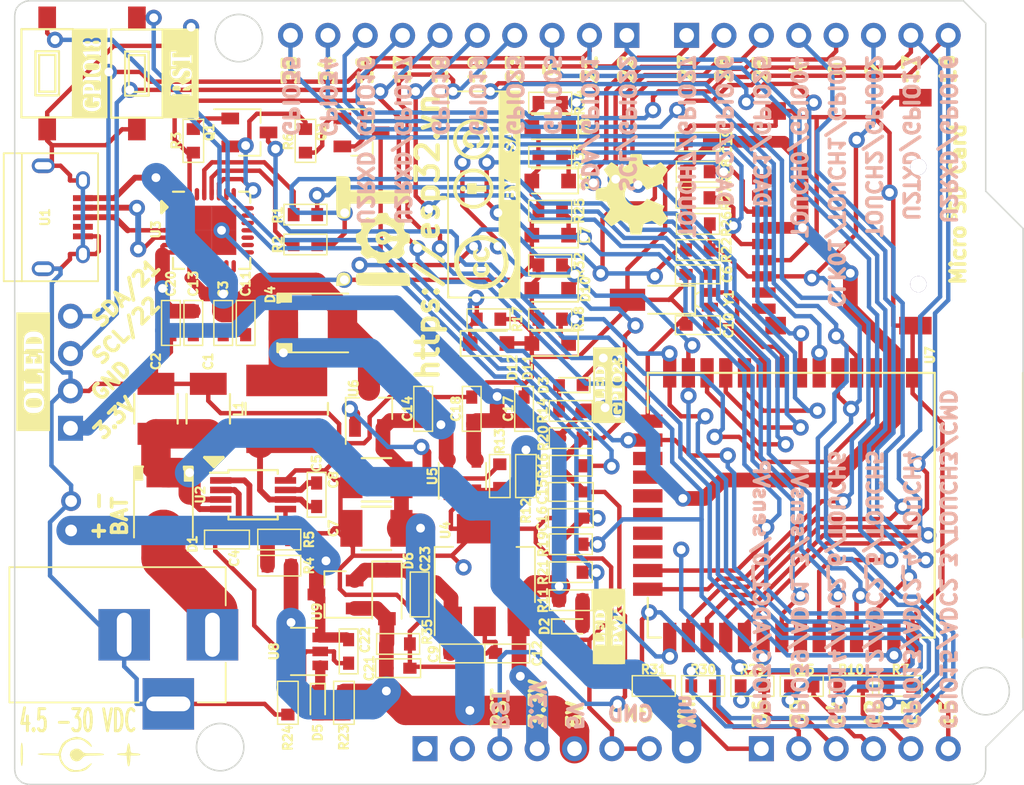
<source format=kicad_pcb>
(kicad_pcb (version 20171130) (host pcbnew "(5.1.12)-1")
  (layers (0 F.Cu signal) (31 B.Cu signal) (34 B.Paste user hide) (35 F.Paste user hide) (36 B.SilkS user hide) (37 F.SilkS user hide) (38 B.Mask user hide) (39 F.Mask user hide) (44 Edge.Cuts user))
  (net 0 "")
  (net 1 GND)
  (net 2 Vin)
  (net 3 VCC)
  (net 4 "Net-(C4-Pad1)")
  (net 5 "Net-(C5-Pad1)")
  (net 6 "Net-(C5-Pad2)")
  (net 7 IO32)
  (net 8 +5V)
  (net 9 IO33)
  (net 10 +3V3)
  (net 11 EN)
  (net 12 "Net-(C16-Pad1)")
  (net 13 "Net-(CON1-Pad1)")
  (net 14 "Net-(D2-Pad2)")
  (net 15 IO23)
  (net 16 "Net-(D3-Pad2)")
  (net 17 TXD_CP2102)
  (net 18 RXD_CP2102)
  (net 19 IO0)
  (net 20 IO18)
  (net 21 IO19)
  (net 22 IO5)
  (net 23 RXD)
  (net 24 TXD)
  (net 25 "Net-(R4-Pad2)")
  (net 26 "Net-(R12-Pad1)")
  (net 27 "Net-(R16-Pad2)")
  (net 28 IO2/DATA0)
  (net 29 IO14/CLK)
  (net 30 IO15/CMD)
  (net 31 IO13)
  (net 32 IO12)
  (net 33 D+)
  (net 34 D-)
  (net 35 "Net-(U5-Pad1)")
  (net 36 IO22/SCL)
  (net 37 IO21/SDA)
  (net 38 A5/IO15)
  (net 39 ADC1_0/IO36)
  (net 40 A0/IO36)
  (net 41 A1/IO39)
  (net 42 ADC1_3/IO39)
  (net 43 A2/IO14)
  (net 44 A3/IO12)
  (net 45 A4/IO13)
  (net 46 IO25)
  (net 47 IO26)
  (net 48 IO27)
  (net 49 IO34)
  (net 50 IO35)
  (net 51 DTR)
  (net 52 RTS)
  (net 53 ADC2_0/IO4)
  (net 54 "Net-(Q1-Pad1)")
  (net 55 "Net-(Q2-Pad1)")
  (net 56 IO16/U2RXD)
  (net 57 IO17/U2TXD)
  (net 58 +5VD)
  (net 59 "Net-(BAT1-Pad1)")
  (net 60 "Net-(D5-Pad1)")
  (net 61 "Net-(D5-Pad2)")
  (net 62 "Net-(R24-Pad2)")
  (net 63 "Net-(P1-Pad1)")
  (net 64 "Net-(P1-Pad2)")
  (net 65 "Net-(S1-Pad8)")
  (net 66 "Net-(S1-Pad1)")
  (net 67 "Net-(S1-Pad2)")
  (net 68 "Net-(U1-Pad4)")
  (net 69 DSR)
  (net 70 CTS)
  (net 71 "Net-(U3-Pad22)")
  (net 72 "Net-(U3-Pad21)")
  (net 73 "Net-(U3-Pad20)")
  (net 74 "Net-(U3-Pad19)")
  (net 75 "Net-(U3-Pad18)")
  (net 76 "Net-(U3-Pad17)")
  (net 77 "Net-(U3-Pad16)")
  (net 78 "Net-(U3-Pad15)")
  (net 79 "Net-(U3-Pad14)")
  (net 80 "Net-(U3-Pad13)")
  (net 81 "Net-(U3-Pad12)")
  (net 82 "Net-(U3-Pad11)")
  (net 83 "Net-(U3-Pad10)")
  (net 84 "Net-(U3-Pad9)")
  (net 85 RI)
  (net 86 DCD)
  (net 87 "Net-(U7-Pad32)")
  (net 88 U1RXD/GPIO9)
  (net 89 U1TXD/GPIO10)
  (net 90 CMD/IO11)
  (net 91 CLK/GPIO6)
  (net 92 SD0/IO07)
  (net 93 SD1/IO08)
  (module Pin_Headers:Pin_Header_Straight_2x01_Pitch2.00mm (layer F.Cu) (at 116.408 104.794 90)
    (fp_text reference BAT1 hide)
    (fp_text value BAT)
    (pad 2 thru_hole oval (at 2 0 90) (size 1.35 1.35) (drill 0.8) (layers *.Cu *.Mask) (net 1 GND))
    (pad 1 thru_hole rect (at 0 0 90) (size 1.35 1.35) (drill 0.8) (layers *.Cu *.Mask) (net 59 "Net-(BAT1-Pad1)"))
  )
  (module Pin_Headers:Pin_Header_Straight_1x04_Pitch2.54mm (layer F.Cu) (at 116.368 97.8401 180)
    (fp_text reference P5 hide)
    (fp_text value OLED hide)
    (pad 4 thru_hole oval (at 0 7.62 180) (size 1.7 1.7) (drill 1) (layers *.Cu *.Mask) (net 37 IO21/SDA))
    (pad 3 thru_hole oval (at 0 5.08 180) (size 1.7 1.7) (drill 1) (layers *.Cu *.Mask) (net 36 IO22/SCL))
    (pad 2 thru_hole oval (at 0 2.54 180) (size 1.7 1.7) (drill 1) (layers *.Cu *.Mask) (net 1 GND))
    (pad 1 thru_hole rect (at 0 0 180) (size 1.7 1.7) (drill 1) (layers *.Cu *.Mask) (net 10 +3V3))
  )
  (module Wire_Pads:SolderWirePad_single_1mmDrill (layer F.Cu) (at 157.874 106.096)
    (fp_text reference REF**_5 hide)
    (fp_text value SolderWirePad_single_1mmDrill hide)
    (pad 1 thru_hole circle (at 0 0) (size 1.1 1.1) (drill 0.6) (layers *.Cu *.Mask) (net 1 GND))
  )
  (module Wire_Pads:SolderWirePad_single_1mmDrill (layer F.Cu) (at 143.078 107.302)
    (fp_text reference REF**_4 hide)
    (fp_text value SolderWirePad_single_1mmDrill hide)
    (pad 1 thru_hole circle (at 0 0) (size 1.1 1.1) (drill 0.6) (layers *.Cu *.Mask) (net 1 GND))
  )
  (module Wire_Pads:SolderWirePad_single_1mmDrill (layer F.Cu) (at 126.632 84.3788)
    (fp_text reference REF**_3 hide)
    (fp_text value SolderWirePad_single_1mmDrill hide)
    (pad 1 thru_hole circle (at 0 0) (size 1.1 1.1) (drill 0.6) (layers *.Cu *.Mask) (net 1 GND))
  )
  (module Wire_Pads:SolderWirePad_single_1mmDrill (layer F.Cu) (at 124.562 70.5612)
    (fp_text reference REF**_2 hide)
    (fp_text value SolderWirePad_single_1mmDrill hide)
    (pad 1 thru_hole circle (at 0 0) (size 1.1 1.1) (drill 0.6) (layers *.Cu *.Mask) (net 1 GND))
  )
  (module Wire_Pads:SolderWirePad_single_1mmDrill (layer F.Cu) (at 172.034 81.8134)
    (fp_text reference REF** hide)
    (fp_text value SolderWirePad_single_1mmDrill hide)
    (pad 1 thru_hole circle (at 0 0) (size 1.1 1.1) (drill 0.6) (layers *.Cu *.Mask) (net 1 GND))
  )
  (module Pin_Headers:Pin_Header_Straight_1x06_Pitch2.54mm (layer F.Cu) (at 163.322 119.634 90)
    (fp_text reference P3 hide)
    (fp_text value ADC hide)
    (pad 6 thru_hole oval (at 0 12.7 90) (size 1.7 1.7) (drill 1) (layers *.Cu *.Mask) (net 38 A5/IO15))
    (pad 5 thru_hole oval (at 0 10.16 90) (size 1.7 1.7) (drill 1) (layers *.Cu *.Mask) (net 45 A4/IO13))
    (pad 4 thru_hole oval (at 0 7.62 90) (size 1.7 1.7) (drill 1) (layers *.Cu *.Mask) (net 44 A3/IO12))
    (pad 3 thru_hole oval (at 0 5.08 90) (size 1.7 1.7) (drill 1) (layers *.Cu *.Mask) (net 43 A2/IO14))
    (pad 2 thru_hole oval (at 0 2.54 90) (size 1.7 1.7) (drill 1) (layers *.Cu *.Mask) (net 41 A1/IO39))
    (pad 1 thru_hole rect (at 0 0 90) (size 1.7 1.7) (drill 1) (layers *.Cu *.Mask) (net 40 A0/IO36))
  )
  (module Pin_Headers:Pin_Header_Straight_1x08_Pitch2.54mm (layer F.Cu) (at 140.462 119.634 90)
    (fp_text reference P1 hide)
    (fp_text value GPIO hide)
    (pad 1 thru_hole rect (at 0 0 90) (size 1.7 1.7) (drill 1) (layers *.Cu *.Mask) (net 63 "Net-(P1-Pad1)"))
    (pad 2 thru_hole oval (at 0 2.54 90) (size 1.7 1.7) (drill 1) (layers *.Cu *.Mask) (net 64 "Net-(P1-Pad2)"))
    (pad 3 thru_hole oval (at 0 5.08 90) (size 1.7 1.7) (drill 1) (layers *.Cu *.Mask) (net 11 EN))
    (pad 4 thru_hole oval (at 0 7.62 90) (size 1.7 1.7) (drill 1) (layers *.Cu *.Mask) (net 10 +3V3))
    (pad 5 thru_hole oval (at 0 10.16 90) (size 1.7 1.7) (drill 1) (layers *.Cu *.Mask) (net 8 +5V))
    (pad 6 thru_hole oval (at 0 12.7 90) (size 1.7 1.7) (drill 1) (layers *.Cu *.Mask) (net 1 GND))
    (pad 7 thru_hole oval (at 0 15.24 90) (size 1.7 1.7) (drill 1) (layers *.Cu *.Mask) (net 1 GND))
    (pad 8 thru_hole oval (at 0 17.78 90) (size 1.7 1.7) (drill 1) (layers *.Cu *.Mask) (net 2 Vin))
  )
  (module LEDs:LED_0603 (layer F.Cu) (at 150.368 94.9071 180)
    (fp_text reference D3 (at 1.8415 0 270) (layer F.SilkS) (effects (font (size 0.6 0.6))))
    (fp_text value LED_IO23_W hide)
    (pad 1 smd rect (at -0.8 0) (size 0.8 0.8) (layers F.Cu F.Paste F.Mask) (net 15 IO23))
    (pad 2 smd rect (at 0.8 0) (size 0.8 0.8) (layers F.Cu F.Paste F.Mask) (net 16 "Net-(D3-Pad2)"))
  )
  (module Diodes_SMD:D_SOD-323_HandSoldering (layer F.Cu) (at 148.971 81.026 180)
    (fp_text reference D9 (at -2.3876 0 270) (layer F.SilkS) (effects (font (size 0.6 0.6))))
    (fp_text value D_Zener_3.3V hide)
    (pad 1 smd rect (at -1.25 0 180) (size 1 1) (layers F.Cu F.Paste F.Mask) (net 42 ADC1_3/IO39))
    (pad 2 smd rect (at 1.25 0 180) (size 1 1) (layers F.Cu F.Paste F.Mask) (net 1 GND))
  )
  (module footprint:R_0603 (layer F.Cu) (at 166.065 115.367)
    (fp_text reference R15 (at 0 -1.1176 180) (layer F.SilkS) (effects (font (size 0.6 0.6))))
    (fp_text value 33R/1% hide)
    (pad 1 smd rect (at -0.799999 0) (size 0.8 0.9) (layers F.Cu F.Paste F.Mask) (net 32 IO12))
    (pad 2 smd rect (at 0.799999 0) (size 0.8 0.9) (layers F.Cu F.Paste F.Mask) (net 44 A3/IO12))
  )
  (module footprint:ESP-WROOM-32 (layer F.Cu) (at 168.351 103.073 270)
    (fp_text reference U7 (at -10.1981 -6.4389 270) (layer F.SilkS) (effects (font (size 0.6 0.6))))
    (fp_text value ESP32 hide)
    (pad 1 smd rect (at -9 -5.25 270) (size 2 0.9) (layers F.Cu F.Paste F.Mask) (net 1 GND))
    (pad 2 smd rect (at -9 -3.98 270) (size 2 0.9) (layers F.Cu F.Paste F.Mask) (net 10 +3V3))
    (pad 3 smd rect (at -9 -2.71 270) (size 2 0.9) (layers F.Cu F.Paste F.Mask) (net 11 EN))
    (pad 4 smd rect (at -9 -1.44 270) (size 2 0.9) (layers F.Cu F.Paste F.Mask) (net 39 ADC1_0/IO36))
    (pad 5 smd rect (at -9 -0.17 270) (size 2 0.9) (layers F.Cu F.Paste F.Mask) (net 42 ADC1_3/IO39))
    (pad 6 smd rect (at -9 1.1 270) (size 2 0.9) (layers F.Cu F.Paste F.Mask) (net 49 IO34))
    (pad 7 smd rect (at -9 2.37 270) (size 2 0.9) (layers F.Cu F.Paste F.Mask) (net 50 IO35))
    (pad 8 smd rect (at -9 3.64 270) (size 2 0.9) (layers F.Cu F.Paste F.Mask) (net 7 IO32))
    (pad 9 smd rect (at -9 4.91 270) (size 2 0.9) (layers F.Cu F.Paste F.Mask) (net 9 IO33))
    (pad 10 smd rect (at -9 6.18 270) (size 2 0.9) (layers F.Cu F.Paste F.Mask) (net 46 IO25))
    (pad 11 smd rect (at -9 7.45 270) (size 2 0.9) (layers F.Cu F.Paste F.Mask) (net 47 IO26))
    (pad 12 smd rect (at -9 8.72 270) (size 2 0.9) (layers F.Cu F.Paste F.Mask) (net 48 IO27))
    (pad 13 smd rect (at -9 9.99 270) (size 2 0.9) (layers F.Cu F.Paste F.Mask) (net 29 IO14/CLK))
    (pad 14 smd rect (at -9 11.26 270) (size 2 0.9) (layers F.Cu F.Paste F.Mask) (net 32 IO12))
    (pad 38 smd rect (at 9 -5.25 270) (size 2 0.9) (layers F.Cu F.Paste F.Mask) (net 1 GND))
    (pad 25 smd rect (at 9 11.26 270) (size 2 0.9) (layers F.Cu F.Paste F.Mask) (net 19 IO0))
    (pad 26 smd rect (at 9 9.99 270) (size 2 0.9) (layers F.Cu F.Paste F.Mask) (net 53 ADC2_0/IO4))
    (pad 27 smd rect (at 9 8.72 270) (size 2 0.9) (layers F.Cu F.Paste F.Mask) (net 56 IO16/U2RXD))
    (pad 28 smd rect (at 9 7.45 270) (size 2 0.9) (layers F.Cu F.Paste F.Mask) (net 57 IO17/U2TXD))
    (pad 29 smd rect (at 9 6.18 270) (size 2 0.9) (layers F.Cu F.Paste F.Mask) (net 22 IO5))
    (pad 30 smd rect (at 9 4.91 270) (size 2 0.9) (layers F.Cu F.Paste F.Mask) (net 20 IO18))
    (pad 31 smd rect (at 9 3.64 270) (size 2 0.9) (layers F.Cu F.Paste F.Mask) (net 21 IO19))
    (pad 32 smd rect (at 9 2.37 270) (size 2 0.9) (layers F.Cu F.Paste F.Mask) (net 87 "Net-(U7-Pad32)"))
    (pad 33 smd rect (at 9 1.1 270) (size 2 0.9) (layers F.Cu F.Paste F.Mask) (net 37 IO21/SDA))
    (pad 34 smd rect (at 9 -0.17 270) (size 2 0.9) (layers F.Cu F.Paste F.Mask) (net 23 RXD))
    (pad 35 smd rect (at 9 -1.44 270) (size 2 0.9) (layers F.Cu F.Paste F.Mask) (net 24 TXD))
    (pad 36 smd rect (at 9 -2.71 270) (size 2 0.9) (layers F.Cu F.Paste F.Mask) (net 36 IO22/SCL))
    (pad 37 smd rect (at 9 -3.98 270) (size 2 0.9) (layers F.Cu F.Paste F.Mask) (net 15 IO23))
    (pad 15 smd rect (at -5.715 12.75) (size 2 0.9) (layers F.Cu F.Paste F.Mask) (net 1 GND))
    (pad 16 smd rect (at -4.43 12.75) (size 2 0.9) (layers F.Cu F.Paste F.Mask) (net 31 IO13))
    (pad 17 smd rect (at -3.175 12.75) (size 2 0.9) (layers F.Cu F.Paste F.Mask) (net 88 U1RXD/GPIO9))
    (pad 18 smd rect (at -1.905 12.75) (size 2 0.9) (layers F.Cu F.Paste F.Mask) (net 89 U1TXD/GPIO10))
    (pad 19 smd rect (at -0.635 12.75) (size 2 0.9) (layers F.Cu F.Paste F.Mask) (net 90 CMD/IO11))
    (pad 20 smd rect (at 0.635 12.75) (size 2 0.9) (layers F.Cu F.Paste F.Mask) (net 91 CLK/GPIO6))
    (pad 21 smd rect (at 1.905 12.75) (size 2 0.9) (layers F.Cu F.Paste F.Mask) (net 92 SD0/IO07))
    (pad 22 smd rect (at 3.175 12.75) (size 2 0.9) (layers F.Cu F.Paste F.Mask) (net 93 SD1/IO08))
    (pad 23 smd rect (at 4.445 12.75) (size 2 0.9) (layers F.Cu F.Paste F.Mask) (net 30 IO15/CMD))
    (pad 24 smd rect (at 5.715 12.75) (size 2 0.9) (layers F.Cu F.Paste F.Mask) (net 28 IO2/DATA0))
  )
  (module Pin_Headers:Pin_Header_Straight_1x08_Pitch2.54mm (layer F.Cu) (at 158.242 71.12 90)
    (fp_text reference P2 hide)
    (fp_text value GPIO hide)
    (pad 1 thru_hole rect (at 0 0 90) (size 1.7 1.7) (drill 1) (layers *.Cu *.Mask) (net 48 IO27))
    (pad 2 thru_hole oval (at 0 2.54 90) (size 1.7 1.7) (drill 1) (layers *.Cu *.Mask) (net 47 IO26))
    (pad 3 thru_hole oval (at 0 5.08 90) (size 1.7 1.7) (drill 1) (layers *.Cu *.Mask) (net 46 IO25))
    (pad 4 thru_hole oval (at 0 7.62 90) (size 1.7 1.7) (drill 1) (layers *.Cu *.Mask) (net 53 ADC2_0/IO4))
    (pad 5 thru_hole oval (at 0 10.16 90) (size 1.7 1.7) (drill 1) (layers *.Cu *.Mask) (net 19 IO0))
    (pad 6 thru_hole oval (at 0 12.7 90) (size 1.7 1.7) (drill 1) (layers *.Cu *.Mask) (net 28 IO2/DATA0))
    (pad 7 thru_hole oval (at 0 15.24 90) (size 1.7 1.7) (drill 1) (layers *.Cu *.Mask) (net 57 IO17/U2TXD))
    (pad 8 thru_hole oval (at 0 17.78 90) (size 1.7 1.7) (drill 1) (layers *.Cu *.Mask) (net 56 IO16/U2RXD))
  )
  (module Pin_Headers:Pin_Header_Straight_1x10_Pitch2.54mm (layer F.Cu) (at 154.178 71.12 270)
    (fp_text reference P4 hide)
    (fp_text value GPIO hide)
    (pad 1 thru_hole rect (at 0 0 270) (size 1.7 1.7) (drill 1) (layers *.Cu *.Mask) (net 36 IO22/SCL))
    (pad 2 thru_hole oval (at 0 2.54 270) (size 1.7 1.7) (drill 1) (layers *.Cu *.Mask) (net 37 IO21/SDA))
    (pad 3 thru_hole oval (at 0 5.08 270) (size 1.7 1.7) (drill 1) (layers *.Cu *.Mask) (net 22 IO5))
    (pad 4 thru_hole oval (at 0 7.62 270) (size 1.7 1.7) (drill 1) (layers *.Cu *.Mask) (net 15 IO23))
    (pad 5 thru_hole oval (at 0 10.16 270) (size 1.7 1.7) (drill 1) (layers *.Cu *.Mask) (net 21 IO19))
    (pad 6 thru_hole oval (at 0 12.7 270) (size 1.7 1.7) (drill 1) (layers *.Cu *.Mask) (net 20 IO18))
    (pad 7 thru_hole oval (at 0 15.24 270) (size 1.7 1.7) (drill 1) (layers *.Cu *.Mask) (net 57 IO17/U2TXD))
    (pad 8 thru_hole oval (at 0 17.78 270) (size 1.7 1.7) (drill 1) (layers *.Cu *.Mask) (net 56 IO16/U2RXD))
    (pad 9 thru_hole oval (at 0 20.32 270) (size 1.7 1.7) (drill 1) (layers *.Cu *.Mask) (net 49 IO34))
    (pad 10 thru_hole oval (at 0 22.86 270) (size 1.7 1.7) (drill 1) (layers *.Cu *.Mask) (net 50 IO35))
  )
  (module footprint:MicroSD_Push-Push-A (layer F.Cu) (at 163.49 83.1108)
    (fp_text reference S1 (at 12.8114 0.0742 90) (layer F.SilkS) (effects (font (size 0.6 0.6))))
    (fp_text value SD_CARD hide)
    (pad 3 smd rect (at 0 0) (size 1.6 0.7) (layers F.Cu F.Paste F.Mask) (net 30 IO15/CMD))
    (pad 4 smd rect (at 0 1.1) (size 1.6 0.7) (layers F.Cu F.Paste F.Mask) (net 10 +3V3))
    (pad 5 smd rect (at 0 2.2) (size 1.6 0.7) (layers F.Cu F.Paste F.Mask) (net 29 IO14/CLK))
    (pad 6 smd rect (at 0 3.3) (size 1.6 0.7) (layers F.Cu F.Paste F.Mask) (net 1 GND))
    (pad 7 smd rect (at 0 4.4) (size 1.6 0.7) (layers F.Cu F.Paste F.Mask) (net 28 IO2/DATA0))
    (pad 8 smd rect (at 0 5.5) (size 1.6 0.7) (layers F.Cu F.Paste F.Mask) (net 65 "Net-(S1-Pad8)"))
    (pad 9 smd rect (at 0 6.6) (size 1.6 0.7) (layers F.Cu F.Paste F.Mask))
    (pad 1 smd rect (at 0 -2.2) (size 1.6 0.7) (layers F.Cu F.Paste F.Mask) (net 66 "Net-(S1-Pad1)"))
    (pad 2 smd rect (at 0 -1.1) (size 1.6 0.7) (layers F.Cu F.Paste F.Mask) (net 67 "Net-(S1-Pad2)"))
    (pad 10 smd rect (at 0.8 7.75) (size 1.4 1.2) (layers F.Cu F.Paste F.Mask))
    (pad 12 smd rect (at 0.8 -6.85) (size 1.4 1.2) (layers F.Cu F.Paste F.Mask) (net 1 GND))
    (pad 11 smd rect (at 10.3 7.75) (size 2.2 1.2) (layers F.Cu F.Paste F.Mask) (net 1 GND))
    (pad 11 smd rect (at 10.3 -7.75) (size 2.2 1.2) (layers F.Cu F.Paste F.Mask) (net 1 GND))
    (pad "" thru_hole circle (at 10.5 -3.05) (size 1.1 1.1) (drill 1.1) (layers *.Cu *.Mask))
    (pad "" thru_hole circle (at 10.5 4.93) (size 1.1 1.1) (drill 1.1) (layers *.Cu *.Mask))
  )
  (module footprint:do214aa-g (layer F.Cu) (at 132.842 90.678)
    (fp_text reference D4 (at -2.8956 -1.9304 90) (layer F.SilkS) (effects (font (size 0.6 0.6))))
    (fp_text value SS34 hide)
    (pad 1 smd rect (at -2.00914 0) (size 1.99898 2.30124) (layers F.Cu F.Paste F.Mask) (net 8 +5V))
    (pad 2 smd rect (at 2.00914 0) (size 1.99898 2.30124) (layers F.Cu F.Paste F.Mask) (net 3 VCC))
  )
  (module footprint:do214aa-g (layer F.Cu) (at 122.682 102.87 270)
    (fp_text reference D1 (at 2.8448 -1.9812 270) (layer F.SilkS) (effects (font (size 0.6 0.6))))
    (fp_text value SS34 hide)
    (pad 2 smd rect (at 2.00914 0 270) (size 1.99898 2.30124) (layers F.Cu F.Paste F.Mask) (net 13 "Net-(CON1-Pad1)"))
    (pad 1 smd rect (at -2.00914 0 270) (size 1.99898 2.30124) (layers F.Cu F.Paste F.Mask) (net 2 Vin))
  )
  (module footprint:C_1210 (layer F.Cu) (at 137.16 104.648 180)
    (fp_text reference C7 (at 2.921 0 270) (layer F.SilkS) (effects (font (size 0.6 0.6))))
    (fp_text value 10uF/25V hide)
    (pad 1 smd rect (at -1.7 0 180) (size 1.5 2.5) (layers F.Cu F.Paste F.Mask) (net 8 +5V))
    (pad 2 smd rect (at 1.7 0 180) (size 1.5 2.5) (layers F.Cu F.Paste F.Mask) (net 1 GND))
  )
  (module footprint:C_0603 (layer F.Cu) (at 124.714 90.678 270)
    (fp_text reference C13 (at -2.667 0 270) (layer F.SilkS) (effects (font (size 0.6 0.6))))
    (fp_text value 1uF hide)
    (pad 2 smd rect (at 0.799999 0 270) (size 0.9 0.75) (layers F.Cu F.Paste F.Mask) (net 1 GND))
    (pad 1 smd rect (at -0.799999 0 270) (size 0.9 0.75) (layers F.Cu F.Paste F.Mask) (net 10 +3V3))
  )
  (module Housings_DFN_QFN:QFN-28-1EP_5x5mm_Pitch0.5mm (layer F.Cu) (at 125.959 84.3788)
    (fp_text reference U3 (at -3.7846 -0.0508 90) (layer F.SilkS) (effects (font (size 0.6 0.6))))
    (fp_text value CP2102 hide)
    (pad 29 smd rect (at -0.8375 -0.8375) (size 1.675 1.675) (layers F.Cu F.Paste F.Mask))
    (pad 29 smd rect (at -0.8375 0.8375) (size 1.675 1.675) (layers F.Cu F.Paste F.Mask))
    (pad 29 smd rect (at 0.8375 -0.8375) (size 1.675 1.675) (layers F.Cu F.Paste F.Mask))
    (pad 29 smd rect (at 0.8375 0.8375) (size 1.675 1.675) (layers F.Cu F.Paste F.Mask))
    (pad 28 smd oval (at -1.5 -2.45 90) (size 0.85 0.3) (layers F.Cu F.Paste F.Mask) (net 51 DTR))
    (pad 27 smd oval (at -1 -2.45 90) (size 0.85 0.3) (layers F.Cu F.Paste F.Mask) (net 69 DSR))
    (pad 26 smd oval (at -0.5 -2.45 90) (size 0.85 0.3) (layers F.Cu F.Paste F.Mask) (net 17 TXD_CP2102))
    (pad 25 smd oval (at 0 -2.45 90) (size 0.85 0.3) (layers F.Cu F.Paste F.Mask) (net 18 RXD_CP2102))
    (pad 24 smd oval (at 0.5 -2.45 90) (size 0.85 0.3) (layers F.Cu F.Paste F.Mask) (net 52 RTS))
    (pad 23 smd oval (at 1 -2.45 90) (size 0.85 0.3) (layers F.Cu F.Paste F.Mask) (net 70 CTS))
    (pad 22 smd oval (at 1.5 -2.45 90) (size 0.85 0.3) (layers F.Cu F.Paste F.Mask) (net 71 "Net-(U3-Pad22)"))
    (pad 21 smd oval (at 2.45 -1.5) (size 0.85 0.3) (layers F.Cu F.Paste F.Mask) (net 72 "Net-(U3-Pad21)"))
    (pad 20 smd oval (at 2.45 -1) (size 0.85 0.3) (layers F.Cu F.Paste F.Mask) (net 73 "Net-(U3-Pad20)"))
    (pad 19 smd oval (at 2.45 -0.5) (size 0.85 0.3) (layers F.Cu F.Paste F.Mask) (net 74 "Net-(U3-Pad19)"))
    (pad 18 smd oval (at 2.45 0) (size 0.85 0.3) (layers F.Cu F.Paste F.Mask) (net 75 "Net-(U3-Pad18)"))
    (pad 17 smd oval (at 2.45 0.5) (size 0.85 0.3) (layers F.Cu F.Paste F.Mask) (net 76 "Net-(U3-Pad17)"))
    (pad 16 smd oval (at 2.45 1) (size 0.85 0.3) (layers F.Cu F.Paste F.Mask) (net 77 "Net-(U3-Pad16)"))
    (pad 15 smd oval (at 2.45 1.5) (size 0.85 0.3) (layers F.Cu F.Paste F.Mask) (net 78 "Net-(U3-Pad15)"))
    (pad 14 smd oval (at 1.5 2.45 90) (size 0.85 0.3) (layers F.Cu F.Paste F.Mask) (net 79 "Net-(U3-Pad14)"))
    (pad 13 smd oval (at 1 2.45 90) (size 0.85 0.3) (layers F.Cu F.Paste F.Mask) (net 80 "Net-(U3-Pad13)"))
    (pad 12 smd oval (at 0.5 2.45 90) (size 0.85 0.3) (layers F.Cu F.Paste F.Mask) (net 81 "Net-(U3-Pad12)"))
    (pad 11 smd oval (at 0 2.45 90) (size 0.85 0.3) (layers F.Cu F.Paste F.Mask) (net 82 "Net-(U3-Pad11)"))
    (pad 10 smd oval (at -0.5 2.45 90) (size 0.85 0.3) (layers F.Cu F.Paste F.Mask) (net 83 "Net-(U3-Pad10)"))
    (pad 9 smd oval (at -1 2.45 90) (size 0.85 0.3) (layers F.Cu F.Paste F.Mask) (net 84 "Net-(U3-Pad9)"))
    (pad 8 smd oval (at -1.5 2.45 90) (size 0.85 0.3) (layers F.Cu F.Paste F.Mask) (net 3 VCC))
    (pad 7 smd oval (at -2.45 1.5) (size 0.85 0.3) (layers F.Cu F.Paste F.Mask) (net 10 +3V3))
    (pad 6 smd oval (at -2.45 1) (size 0.85 0.3) (layers F.Cu F.Paste F.Mask) (net 10 +3V3))
    (pad 5 smd oval (at -2.45 0.5) (size 0.85 0.3) (layers F.Cu F.Paste F.Mask) (net 34 D-))
    (pad 4 smd oval (at -2.45 0) (size 0.85 0.3) (layers F.Cu F.Paste F.Mask) (net 33 D+))
    (pad 3 smd oval (at -2.45 -0.5) (size 0.85 0.3) (layers F.Cu F.Paste F.Mask))
    (pad 2 smd oval (at -2.45 -1) (size 0.85 0.3) (layers F.Cu F.Paste F.Mask) (net 85 RI))
    (pad 1 smd oval (at -2.45 -1.5) (size 0.85 0.3) (layers F.Cu F.Paste F.Mask) (net 86 DCD))
  )
  (module footprint:C_1210 (layer F.Cu) (at 125.73 96.52 90)
    (fp_text reference C1 (at 3.2258 0 90) (layer F.SilkS) (effects (font (size 0.6 0.6))))
    (fp_text value 10uF/50V hide)
    (pad 2 smd rect (at 1.7 0 90) (size 1.5 2.5) (layers F.Cu F.Paste F.Mask) (net 1 GND))
    (pad 1 smd rect (at -1.7 0 90) (size 1.5 2.5) (layers F.Cu F.Paste F.Mask) (net 2 Vin))
  )
  (module footprint:C_1210 (layer F.Cu) (at 122.174 96.52 90)
    (fp_text reference C2 (at 3.2258 0 90) (layer F.SilkS) (effects (font (size 0.6 0.6))))
    (fp_text value 10uF/50V hide)
    (pad 2 smd rect (at 1.7 0 90) (size 1.5 2.5) (layers F.Cu F.Paste F.Mask) (net 1 GND))
    (pad 1 smd rect (at -1.7 0 90) (size 1.5 2.5) (layers F.Cu F.Paste F.Mask) (net 2 Vin))
  )
  (module footprint:C_0603 (layer F.Cu) (at 126.746 90.678 270)
    (fp_text reference C3 (at -2.286 0 270) (layer F.SilkS) (effects (font (size 0.6 0.6))))
    (fp_text value 10uF hide)
    (pad 1 smd rect (at -0.799999 0 270) (size 0.9 0.75) (layers F.Cu F.Paste F.Mask) (net 3 VCC))
    (pad 2 smd rect (at 0.799999 0 270) (size 0.9 0.75) (layers F.Cu F.Paste F.Mask) (net 1 GND))
  )
  (module footprint:C_0603 (layer F.Cu) (at 127 105.41 180)
    (fp_text reference C4 (at -0.508 -1.27 270) (layer F.SilkS) (effects (font (size 0.6 0.6))))
    (fp_text value 1uF hide)
    (pad 2 smd rect (at 0.799999 0 180) (size 0.9 0.75) (layers F.Cu F.Paste F.Mask) (net 1 GND))
    (pad 1 smd rect (at -0.799999 0 180) (size 0.9 0.75) (layers F.Cu F.Paste F.Mask) (net 4 "Net-(C4-Pad1)"))
  )
  (module footprint:C_0603 (layer F.Cu) (at 133.096 102.362 270)
    (fp_text reference C5 (at -2.1336 0 90) (layer F.SilkS) (effects (font (size 0.6 0.6))))
    (fp_text value 100nF hide)
    (pad 1 smd rect (at -0.799999 0 270) (size 0.9 0.75) (layers F.Cu F.Paste F.Mask) (net 5 "Net-(C5-Pad1)"))
    (pad 2 smd rect (at 0.799999 0 270) (size 0.9 0.75) (layers F.Cu F.Paste F.Mask) (net 6 "Net-(C5-Pad2)"))
  )
  (module footprint:C_0603 (layer F.Cu) (at 159.004 87.376 180)
    (fp_text reference C6 (at -2.0066 0 90) (layer F.SilkS) (effects (font (size 0.6 0.6))))
    (fp_text value 27pF/50V hide)
    (pad 2 smd rect (at 0.799999 0 180) (size 0.9 0.75) (layers F.Cu F.Paste F.Mask) (net 1 GND))
    (pad 1 smd rect (at -0.799999 0 180) (size 0.9 0.75) (layers F.Cu F.Paste F.Mask) (net 7 IO32))
  )
  (module footprint:C_1210 (layer F.Cu) (at 137.16 101.346 180)
    (fp_text reference C8 (at 2.921 0 270) (layer F.SilkS) (effects (font (size 0.6 0.6))))
    (fp_text value 10uF/25V hide)
    (pad 1 smd rect (at -1.7 0 180) (size 1.5 2.5) (layers F.Cu F.Paste F.Mask) (net 8 +5V))
    (pad 2 smd rect (at 1.7 0 180) (size 1.5 2.5) (layers F.Cu F.Paste F.Mask) (net 1 GND))
  )
  (module footprint:C_0603 (layer F.Cu) (at 142.989 113.157)
    (fp_text reference C9 (at -1.9431 0.0508 90) (layer F.SilkS) (effects (font (size 0.6 0.6))))
    (fp_text value 1uF hide)
    (pad 2 smd rect (at 0.799999 0) (size 0.9 0.75) (layers F.Cu F.Paste F.Mask) (net 1 GND))
    (pad 1 smd rect (at -0.799999 0) (size 0.9 0.75) (layers F.Cu F.Paste F.Mask) (net 58 +5VD))
  )
  (module footprint:C_0603 (layer F.Cu) (at 159.004 90.8304 180)
    (fp_text reference C10 (at -2.100129 -0.021456 90) (layer F.SilkS) (effects (font (size 0.6 0.6))))
    (fp_text value 27pF/50V hide)
    (pad 2 smd rect (at 0.799999 0 180) (size 0.9 0.75) (layers F.Cu F.Paste F.Mask) (net 1 GND))
    (pad 1 smd rect (at -0.799999 0 180) (size 0.9 0.75) (layers F.Cu F.Paste F.Mask) (net 9 IO33))
  )
  (module footprint:C_0603 (layer F.Cu) (at 128.27 90.678 270)
    (fp_text reference C11 (at -2.667 0 270) (layer F.SilkS) (effects (font (size 0.6 0.6))))
    (fp_text value 1uF hide)
    (pad 2 smd rect (at 0.799999 0 270) (size 0.9 0.75) (layers F.Cu F.Paste F.Mask) (net 1 GND))
    (pad 1 smd rect (at -0.799999 0 270) (size 0.9 0.75) (layers F.Cu F.Paste F.Mask) (net 3 VCC))
  )
  (module footprint:C_0603 (layer F.Cu) (at 146.05 113.157 180)
    (fp_text reference C12 (at -2.032 0 270) (layer F.SilkS) (effects (font (size 0.6 0.6))))
    (fp_text value 1uF hide)
    (pad 1 smd rect (at -0.799999 0 180) (size 0.9 0.75) (layers F.Cu F.Paste F.Mask) (net 10 +3V3))
    (pad 2 smd rect (at 0.799999 0 180) (size 0.9 0.75) (layers F.Cu F.Paste F.Mask) (net 1 GND))
  )
  (module footprint:C_0603 (layer F.Cu) (at 140.335 96.52 90)
    (fp_text reference C14 (at 0 -1.0668 270) (layer F.SilkS) (effects (font (size 0.6 0.6))))
    (fp_text value 100nF hide)
    (pad 2 smd rect (at 0.799999 0 90) (size 0.9 0.75) (layers F.Cu F.Paste F.Mask) (net 1 GND))
    (pad 1 smd rect (at -0.799999 0 90) (size 0.9 0.75) (layers F.Cu F.Paste F.Mask) (net 8 +5V))
  )
  (module footprint:C_0603 (layer F.Cu) (at 150.368 102.172 180)
    (fp_text reference C15 (at 1.9304 0 270) (layer F.SilkS) (effects (font (size 0.6 0.6))))
    (fp_text value 0.1uF/50V hide)
    (pad 2 smd rect (at 0.799999 0 180) (size 0.9 0.75) (layers F.Cu F.Paste F.Mask) (net 1 GND))
    (pad 1 smd rect (at -0.799999 0 180) (size 0.9 0.75) (layers F.Cu F.Paste F.Mask) (net 11 EN))
  )
  (module footprint:C_0603 (layer F.Cu) (at 150.368 103.95 180)
    (fp_text reference C16 (at 1.9431 -0.0508 270) (layer F.SilkS) (effects (font (size 0.6 0.6))))
    (fp_text value 0.1uF/50V hide)
    (pad 1 smd rect (at -0.799999 0 180) (size 0.9 0.75) (layers F.Cu F.Paste F.Mask) (net 12 "Net-(C16-Pad1)"))
    (pad 2 smd rect (at 0.799999 0 180) (size 0.9 0.75) (layers F.Cu F.Paste F.Mask) (net 1 GND))
  )
  (module footprint:C_0603 (layer F.Cu) (at 147.193 96.52 90)
    (fp_text reference C17 (at 0 -1.0668 90) (layer F.SilkS) (effects (font (size 0.6 0.6))))
    (fp_text value 0.1uF hide)
    (pad 2 smd rect (at 0.799999 0 90) (size 0.9 0.75) (layers F.Cu F.Paste F.Mask) (net 1 GND))
    (pad 1 smd rect (at -0.799999 0 90) (size 0.9 0.75) (layers F.Cu F.Paste F.Mask) (net 10 +3V3))
  )
  (module footprint:C_0603 (layer F.Cu) (at 143.637 96.52 90)
    (fp_text reference C18 (at 0 -1.0668 90) (layer F.SilkS) (effects (font (size 0.6 0.6))))
    (fp_text value 10uF hide)
    (pad 1 smd rect (at -0.799999 0 90) (size 0.9 0.75) (layers F.Cu F.Paste F.Mask) (net 10 +3V3))
    (pad 2 smd rect (at 0.799999 0 90) (size 0.9 0.75) (layers F.Cu F.Paste F.Mask) (net 1 GND))
  )
  (module footprint:C_0603 (layer F.Cu) (at 159.004 78.359 180)
    (fp_text reference C19 (at -2.0066 0 270) (layer F.SilkS) (effects (font (size 0.6 0.6))))
    (fp_text value 10uF/25V hide)
    (pad 1 smd rect (at -0.799999 0 180) (size 0.9 0.75) (layers F.Cu F.Paste F.Mask) (net 10 +3V3))
    (pad 2 smd rect (at 0.799999 0 180) (size 0.9 0.75) (layers F.Cu F.Paste F.Mask) (net 1 GND))
  )
  (module footprint:C_0603 (layer F.Cu) (at 123.19 90.678 270)
    (fp_text reference C20 (at -2.667 0 270) (layer F.SilkS) (effects (font (size 0.6 0.6))))
    (fp_text value 10uF hide)
    (pad 1 smd rect (at -0.799999 0 270) (size 0.9 0.75) (layers F.Cu F.Paste F.Mask) (net 10 +3V3))
    (pad 2 smd rect (at 0.799999 0 270) (size 0.9 0.75) (layers F.Cu F.Paste F.Mask) (net 1 GND))
  )
  (module Connectors:BARREL_JACK (layer F.Cu) (at 126.015 111.887)
    (fp_text reference CON1 hide)
    (fp_text value BARREL_JACK hide)
    (pad 3 thru_hole rect (at -3 4.7) (size 3.5 3.5) (drill oval 3 1) (layers *.Cu *.Mask) (net 1 GND))
    (pad 2 thru_hole rect (at -6 0) (size 3.5 3.5) (drill oval 1 3) (layers *.Cu *.Mask) (net 1 GND))
    (pad 1 thru_hole rect (at 0 0) (size 3.5 3.5) (drill oval 1 3) (layers *.Cu *.Mask) (net 13 "Net-(CON1-Pad1)"))
  )
  (module LEDs:LED_0603 (layer F.Cu) (at 150.368 111.316)
    (fp_text reference D2 (at -1.778 0 90) (layer F.SilkS) (effects (font (size 0.6 0.6))))
    (fp_text value Led_PWR_G hide)
    (pad 2 smd rect (at 0.8 0 180) (size 0.8 0.8) (layers F.Cu F.Paste F.Mask) (net 14 "Net-(D2-Pad2)"))
    (pad 1 smd rect (at -0.8 0 180) (size 0.8 0.8) (layers F.Cu F.Paste F.Mask) (net 1 GND))
  )
  (module Choke_SMD:Choke_SMD_Wuerth-WE-PD2-Typ-MS (layer F.Cu) (at 131.064 96.52 90)
    (fp_text reference L1 (at 0 -3.2766 90) (layer F.SilkS) (effects (font (size 0.6 0.6))))
    (fp_text value 22uH hide)
    (pad 2 smd rect (at 1.9304 0 90) (size 2.14884 5.4991) (layers F.Cu F.Paste F.Mask) (net 8 +5V))
    (pad 1 smd rect (at -1.9304 0 90) (size 2.14884 5.4991) (layers F.Cu F.Paste F.Mask) (net 6 "Net-(C5-Pad2)"))
  )
  (module footprint:R_0603 (layer F.Cu) (at 132.334 83.312 180)
    (fp_text reference R1 (at 1.8796 -0.0254 270) (layer F.SilkS) (effects (font (size 0.6 0.6))))
    (fp_text value 470R hide)
    (pad 1 smd rect (at -0.799999 0 180) (size 0.8 0.9) (layers F.Cu F.Paste F.Mask) (net 23 RXD))
    (pad 2 smd rect (at 0.799999 0 180) (size 0.8 0.9) (layers F.Cu F.Paste F.Mask) (net 17 TXD_CP2102))
  )
  (module footprint:R_0603 (layer F.Cu) (at 132.334 85.344 180)
    (fp_text reference R2 (at 1.8796 0 90) (layer F.SilkS) (effects (font (size 0.6 0.6))))
    (fp_text value 470R hide)
    (pad 2 smd rect (at 0.799999 0 180) (size 0.8 0.9) (layers F.Cu F.Paste F.Mask) (net 18 RXD_CP2102))
    (pad 1 smd rect (at -0.799999 0 180) (size 0.8 0.9) (layers F.Cu F.Paste F.Mask) (net 24 TXD))
  )
  (module footprint:R_0603 (layer F.Cu) (at 130.556 107.188 180)
    (fp_text reference R4 (at -2.032 0 90) (layer F.SilkS) (effects (font (size 0.6 0.6))))
    (fp_text value 52.5K hide)
    (pad 1 smd rect (at -0.799999 0 180) (size 0.8 0.9) (layers F.Cu F.Paste F.Mask) (net 8 +5V))
    (pad 2 smd rect (at 0.799999 0 180) (size 0.8 0.9) (layers F.Cu F.Paste F.Mask) (net 25 "Net-(R4-Pad2)"))
  )
  (module footprint:R_0603 (layer F.Cu) (at 130.556 105.41)
    (fp_text reference R5 (at 2.032 0 90) (layer F.SilkS) (effects (font (size 0.6 0.6))))
    (fp_text value 10k hide)
    (pad 2 smd rect (at 0.799999 0) (size 0.8 0.9) (layers F.Cu F.Paste F.Mask) (net 1 GND))
    (pad 1 smd rect (at -0.799999 0) (size 0.8 0.9) (layers F.Cu F.Paste F.Mask) (net 25 "Net-(R4-Pad2)"))
  )
  (module footprint:R_0603 (layer F.Cu) (at 150.368 109.538)
    (fp_text reference R11 (at -1.8796 0 90) (layer F.SilkS) (effects (font (size 0.6 0.6))))
    (fp_text value 470R hide)
    (pad 2 smd rect (at 0.799999 0) (size 0.8 0.9) (layers F.Cu F.Paste F.Mask) (net 14 "Net-(D2-Pad2)"))
    (pad 1 smd rect (at -0.799999 0) (size 0.8 0.9) (layers F.Cu F.Paste F.Mask) (net 10 +3V3))
  )
  (module footprint:R_0603 (layer F.Cu) (at 147.32 101.092 90)
    (fp_text reference R12 (at -2.3622 0 90) (layer F.SilkS) (effects (font (size 0.6 0.6))))
    (fp_text value 10k hide)
    (pad 2 smd rect (at 0.799999 0 90) (size 0.8 0.9) (layers F.Cu F.Paste F.Mask) (net 2 Vin))
    (pad 1 smd rect (at -0.799999 0 90) (size 0.8 0.9) (layers F.Cu F.Paste F.Mask) (net 26 "Net-(R12-Pad1)"))
  )
  (module footprint:R_0603 (layer F.Cu) (at 145.542 101.092 270)
    (fp_text reference R13 (at -2.3622 0 90) (layer F.SilkS) (effects (font (size 0.6 0.6))))
    (fp_text value 10k hide)
    (pad 1 smd rect (at -0.799999 0 270) (size 0.8 0.9) (layers F.Cu F.Paste F.Mask) (net 1 GND))
    (pad 2 smd rect (at 0.799999 0 270) (size 0.8 0.9) (layers F.Cu F.Paste F.Mask) (net 26 "Net-(R12-Pad1)"))
  )
  (module footprint:R_0603 (layer F.Cu) (at 150.368 96.6597 180)
    (fp_text reference R14 (at 1.905 0.0127 270) (layer F.SilkS) (effects (font (size 0.6 0.6))))
    (fp_text value 470R hide)
    (pad 2 smd rect (at 0.799999 0 180) (size 0.8 0.9) (layers F.Cu F.Paste F.Mask) (net 16 "Net-(D3-Pad2)"))
    (pad 1 smd rect (at -0.799999 0 180) (size 0.8 0.9) (layers F.Cu F.Paste F.Mask) (net 10 +3V3))
  )
  (module footprint:R_0603 (layer F.Cu) (at 150.368 100.394)
    (fp_text reference R16 (at -1.8796 0 90) (layer F.SilkS) (effects (font (size 0.6 0.6))))
    (fp_text value 470R hide)
    (pad 1 smd rect (at -0.799999 0) (size 0.8 0.9) (layers F.Cu F.Paste F.Mask) (net 11 EN))
    (pad 2 smd rect (at 0.799999 0) (size 0.8 0.9) (layers F.Cu F.Paste F.Mask) (net 27 "Net-(R16-Pad2)"))
  )
  (module footprint:R_0603 (layer F.Cu) (at 150.368 105.728 180)
    (fp_text reference R19 (at 1.8796 0 270) (layer F.SilkS) (effects (font (size 0.6 0.6))))
    (fp_text value 470R hide)
    (pad 1 smd rect (at -0.799999 0 180) (size 0.8 0.9) (layers F.Cu F.Paste F.Mask) (net 20 IO18))
    (pad 2 smd rect (at 0.799999 0 180) (size 0.8 0.9) (layers F.Cu F.Paste F.Mask) (net 12 "Net-(C16-Pad1)"))
  )
  (module footprint:R_0603 (layer F.Cu) (at 150.368 98.5139 180)
    (fp_text reference R20 (at 1.8669 0 270) (layer F.SilkS) (effects (font (size 0.6 0.6))))
    (fp_text value 10k hide)
    (pad 2 smd rect (at 0.799999 0 180) (size 0.8 0.9) (layers F.Cu F.Paste F.Mask) (net 10 +3V3))
    (pad 1 smd rect (at -0.799999 0 180) (size 0.8 0.9) (layers F.Cu F.Paste F.Mask) (net 11 EN))
  )
  (module footprint:R_0603 (layer F.Cu) (at 150.368 107.632 180)
    (fp_text reference R21 (at 1.8796 0 270) (layer F.SilkS) (effects (font (size 0.6 0.6))))
    (fp_text value 10k/1% hide)
    (pad 1 smd rect (at -0.799999 0 180) (size 0.8 0.9) (layers F.Cu F.Paste F.Mask) (net 19 IO0))
    (pad 2 smd rect (at 0.799999 0 180) (size 0.8 0.9) (layers F.Cu F.Paste F.Mask) (net 10 +3V3))
  )
  (module footprint:R_0603 (layer F.Cu) (at 159.004 85.7123)
    (fp_text reference R22 (at 1.9558 0.0127 90) (layer F.SilkS) (effects (font (size 0.6 0.6))))
    (fp_text value 10k/1% hide)
    (pad 2 smd rect (at 0.799999 0) (size 0.8 0.9) (layers F.Cu F.Paste F.Mask) (net 28 IO2/DATA0))
    (pad 1 smd rect (at -0.799999 0) (size 0.8 0.9) (layers F.Cu F.Paste F.Mask) (net 19 IO0))
  )
  (module footprint:R_0603 (layer F.Cu) (at 159.017 83.947 180)
    (fp_text reference R26 (at -1.9431 0 270) (layer F.SilkS) (effects (font (size 0.6 0.6))))
    (fp_text value 10k/1% hide)
    (pad 2 smd rect (at 0.799999 0 180) (size 0.8 0.9) (layers F.Cu F.Paste F.Mask) (net 10 +3V3))
    (pad 1 smd rect (at -0.799999 0 180) (size 0.8 0.9) (layers F.Cu F.Paste F.Mask) (net 28 IO2/DATA0))
  )
  (module footprint:R_0603 (layer F.Cu) (at 158.991 82.169 180)
    (fp_text reference R27 (at -1.9431 0 270) (layer F.SilkS) (effects (font (size 0.6 0.6))))
    (fp_text value 10k/1% hide)
    (pad 1 smd rect (at -0.799999 0 180) (size 0.8 0.9) (layers F.Cu F.Paste F.Mask) (net 29 IO14/CLK))
    (pad 2 smd rect (at 0.799999 0 180) (size 0.8 0.9) (layers F.Cu F.Paste F.Mask) (net 10 +3V3))
  )
  (module footprint:R_0603 (layer F.Cu) (at 159.004 80.391 180)
    (fp_text reference R28 (at -1.9558 0 270) (layer F.SilkS) (effects (font (size 0.6 0.6))))
    (fp_text value 10k/1% hide)
    (pad 2 smd rect (at 0.799999 0 180) (size 0.8 0.9) (layers F.Cu F.Paste F.Mask) (net 10 +3V3))
    (pad 1 smd rect (at -0.799999 0 180) (size 0.8 0.9) (layers F.Cu F.Paste F.Mask) (net 30 IO15/CMD))
  )
  (module footprint:Tact_Switch_TS6X3.6 (layer F.Cu) (at 120.879 73.7108 270)
    (fp_text reference SW1 hide)
    (fp_text value SW_EN hide)
    (pad 1 smd rect (at -3.8 0 270) (size 1.5 1.2) (layers F.Cu F.Paste F.Mask) (net 27 "Net-(R16-Pad2)"))
    (pad 2 smd rect (at 3.8 0 270) (size 1.5 1.2) (layers F.Cu F.Paste F.Mask) (net 1 GND))
  )
  (module footprint:Tact_Switch_TS6X3.6 (layer F.Cu) (at 114.783 73.7108 90)
    (fp_text reference SW2 hide)
    (fp_text value SW_IO18 hide)
    (pad 2 smd rect (at 3.8 0 90) (size 1.5 1.2) (layers F.Cu F.Paste F.Mask) (net 12 "Net-(C16-Pad1)"))
    (pad 1 smd rect (at -3.8 0 90) (size 1.5 1.2) (layers F.Cu F.Paste F.Mask) (net 1 GND))
  )
  (module Connectors:USB_Micro-B (layer F.Cu) (at 115.86 83.4891 270)
    (fp_text reference U1 (at 0 1.216245 270) (layer F.SilkS) (effects (font (size 0.6 0.6))))
    (fp_text value usb_mini_b hide)
    (pad 6 thru_hole oval (at 3.5 1.35) (size 1.55 1) (drill oval 1.15 0.5) (layers *.Cu *.Mask) (net 1 GND))
    (pad 6 thru_hole oval (at -3.5 1.35) (size 1.55 1) (drill oval 1.15 0.5) (layers *.Cu *.Mask) (net 1 GND))
    (pad 6 thru_hole oval (at 2.5 -1.35) (size 0.95 1.25) (drill oval 0.55 0.85) (layers *.Cu *.Mask) (net 1 GND))
    (pad 6 thru_hole oval (at -2.5 -1.35) (size 0.95 1.25) (drill oval 0.55 0.85) (layers *.Cu *.Mask) (net 1 GND))
    (pad 5 smd rect (at 1.3 -1.35) (size 1.35 0.4) (layers F.Cu F.Paste F.Mask) (net 1 GND))
    (pad 4 smd rect (at 0.65 -1.35) (size 1.35 0.4) (layers F.Cu F.Paste F.Mask) (net 68 "Net-(U1-Pad4)"))
    (pad 3 smd rect (at 0 -1.35) (size 1.35 0.4) (layers F.Cu F.Paste F.Mask) (net 33 D+))
    (pad 2 smd rect (at -0.65 -1.35) (size 1.35 0.4) (layers F.Cu F.Paste F.Mask) (net 34 D-))
    (pad 1 smd rect (at -1.3 -1.35) (size 1.35 0.4) (layers F.Cu F.Paste F.Mask) (net 3 VCC))
  )
  (module Housings_SSOP:MSOP-8_3x3mm_Pitch0.65mm (layer F.Cu) (at 128.778 102.362)
    (fp_text reference U2 (at -3.5814 0 270) (layer F.SilkS) (effects (font (size 0.6 0.6))))
    (fp_text value MCP16311-MNY hide)
    (pad 8 smd rect (at 2.2 -0.975) (size 1.45 0.45) (layers F.Cu F.Paste F.Mask) (net 1 GND))
    (pad 7 smd rect (at 2.2 -0.325) (size 1.45 0.45) (layers F.Cu F.Paste F.Mask) (net 5 "Net-(C5-Pad1)"))
    (pad 6 smd rect (at 2.2 0.325) (size 1.45 0.45) (layers F.Cu F.Paste F.Mask) (net 6 "Net-(C5-Pad2)"))
    (pad 5 smd rect (at 2.2 0.975) (size 1.45 0.45) (layers F.Cu F.Paste F.Mask) (net 1 GND))
    (pad 4 smd rect (at -2.2 0.975) (size 1.45 0.45) (layers F.Cu F.Paste F.Mask) (net 2 Vin))
    (pad 3 smd rect (at -2.2 0.325) (size 1.45 0.45) (layers F.Cu F.Paste F.Mask) (net 2 Vin))
    (pad 2 smd rect (at -2.2 -0.325) (size 1.45 0.45) (layers F.Cu F.Paste F.Mask) (net 4 "Net-(C4-Pad1)"))
    (pad 1 smd rect (at -2.2 -0.975) (size 1.45 0.45) (layers F.Cu F.Paste F.Mask) (net 25 "Net-(R4-Pad2)"))
  )
  (module TO_SOT_Packages_SMD:SOT-23-5 (layer F.Cu) (at 143.002 101.092 90)
    (fp_text reference U5 (at -0.021456 -2.040071 270) (layer F.SilkS) (effects (font (size 0.6 0.6))))
    (fp_text value MCP601OT hide)
    (pad 1 smd rect (at -1.1 -0.95 90) (size 1.06 0.65) (layers F.Cu F.Paste F.Mask) (net 35 "Net-(U5-Pad1)"))
    (pad 2 smd rect (at -1.1 0 90) (size 1.06 0.65) (layers F.Cu F.Paste F.Mask) (net 1 GND))
    (pad 3 smd rect (at -1.1 0.95 90) (size 1.06 0.65) (layers F.Cu F.Paste F.Mask) (net 26 "Net-(R12-Pad1)"))
    (pad 4 smd rect (at 1.1 0.95 90) (size 1.06 0.65) (layers F.Cu F.Paste F.Mask) (net 10 +3V3))
    (pad 5 smd rect (at 1.1 -0.95 90) (size 1.06 0.65) (layers F.Cu F.Paste F.Mask) (net 8 +5V))
  )
  (module Crystals:Crystal_SMD_MicroCrystal_MS3V-T1R (layer F.Cu) (at 157.023 89.1032 270)
    (fp_text reference Y1 (at -0.1143 -4.0894 270) (layer F.SilkS) (effects (font (size 0.6 0.6))))
    (fp_text value 32.768KHz hide)
    (pad 3 smd rect (at 0 2.8 270) (size 1.5 2.4) (layers F.Cu F.Mask) (net 1 GND))
    (pad 2 smd rect (at 0.5 -2.8 270) (size 0.6 1.1) (layers F.Cu F.Mask) (net 9 IO33))
    (pad 1 smd rect (at -0.5 -2.8 270) (size 0.6 1.1) (layers F.Cu F.Mask) (net 7 IO32))
  )
  (module Diodes_SMD:D_SOD-323_HandSoldering (layer F.Cu) (at 148.971 77.343 180)
    (fp_text reference D8 (at -2.3876 0 270) (layer F.SilkS) (effects (font (size 0.6 0.6))))
    (fp_text value D_Zener_3.3V hide)
    (pad 2 smd rect (at 1.25 0 180) (size 1 1) (layers F.Cu F.Paste F.Mask) (net 1 GND))
    (pad 1 smd rect (at -1.25 0 180) (size 1 1) (layers F.Cu F.Paste F.Mask) (net 39 ADC1_0/IO36))
  )
  (module footprint:R_0603 (layer F.Cu) (at 124.714 78.2955 90)
    (fp_text reference R3 (at 0.016644 -1.151071 270) (layer F.SilkS) (effects (font (size 0.6 0.6))))
    (fp_text value 10K hide)
    (pad 1 smd rect (at -0.799999 0 90) (size 0.8 0.9) (layers F.Cu F.Paste F.Mask) (net 51 DTR))
    (pad 2 smd rect (at 0.799999 0 90) (size 0.8 0.9) (layers F.Cu F.Paste F.Mask) (net 54 "Net-(Q1-Pad1)"))
  )
  (module footprint:R_0603 (layer F.Cu) (at 132.334 78.2955 270)
    (fp_text reference R6 (at 0.046856 1.151071 90) (layer F.SilkS) (effects (font (size 0.6 0.6))))
    (fp_text value 10K hide)
    (pad 2 smd rect (at 0.799999 0 270) (size 0.8 0.9) (layers F.Cu F.Paste F.Mask) (net 55 "Net-(Q2-Pad1)"))
    (pad 1 smd rect (at -0.799999 0 270) (size 0.8 0.9) (layers F.Cu F.Paste F.Mask) (net 52 RTS))
  )
  (module Diodes_SMD:D_SOD-323_HandSoldering (layer F.Cu) (at 148.971 84.709 180)
    (fp_text reference D7 (at -2.3876 0 270) (layer F.SilkS) (effects (font (size 0.6 0.6))))
    (fp_text value D_Zener_3.3V hide)
    (pad 2 smd rect (at 1.25 0 180) (size 1 1) (layers F.Cu F.Paste F.Mask) (net 1 GND))
    (pad 1 smd rect (at -1.25 0 180) (size 1 1) (layers F.Cu F.Paste F.Mask) (net 30 IO15/CMD))
  )
  (module Diodes_SMD:D_SOD-323_HandSoldering (layer F.Cu) (at 148.971 88.392 180)
    (fp_text reference D10 (at -2.3876 0 270) (layer F.SilkS) (effects (font (size 0.6 0.6))))
    (fp_text value D_Zener_3.3V hide)
    (pad 1 smd rect (at -1.25 0 180) (size 1 1) (layers F.Cu F.Paste F.Mask) (net 29 IO14/CLK))
    (pad 2 smd rect (at 1.25 0 180) (size 1 1) (layers F.Cu F.Paste F.Mask) (net 1 GND))
  )
  (module Diodes_SMD:D_SOD-323_HandSoldering (layer F.Cu) (at 148.971 92.075 180)
    (fp_text reference D11 (at 1.524 -1.6256 270) (layer F.SilkS) (effects (font (size 0.6 0.6))))
    (fp_text value D_Zener_3.3V hide)
    (pad 2 smd rect (at 1.25 0 180) (size 1 1) (layers F.Cu F.Paste F.Mask) (net 1 GND))
    (pad 1 smd rect (at -1.25 0 180) (size 1 1) (layers F.Cu F.Paste F.Mask) (net 32 IO12))
  )
  (module Diodes_SMD:D_SOD-323_HandSoldering (layer F.Cu) (at 144.78 92.075)
    (fp_text reference D12 (at 1.6256 1.6256 90) (layer F.SilkS) (effects (font (size 0.6 0.6))))
    (fp_text value D_Zener_3.3V hide)
    (pad 2 smd rect (at 1.25 0) (size 1 1) (layers F.Cu F.Paste F.Mask) (net 1 GND))
    (pad 1 smd rect (at -1.25 0) (size 1 1) (layers F.Cu F.Paste F.Mask) (net 31 IO13))
  )
  (module footprint:R_0603 (layer F.Cu) (at 172.771 115.367)
    (fp_text reference R7 (at 0 -1.1176 180) (layer F.SilkS) (effects (font (size 0.6 0.6))))
    (fp_text value 33R/1% hide)
    (pad 2 smd rect (at 0.799999 0) (size 0.8 0.9) (layers F.Cu F.Paste F.Mask) (net 38 A5/IO15))
    (pad 1 smd rect (at -0.799999 0) (size 0.8 0.9) (layers F.Cu F.Paste F.Mask) (net 30 IO15/CMD))
  )
  (module footprint:R_0603 (layer F.Cu) (at 169.418 115.367)
    (fp_text reference R10 (at 0 -1.1176 180) (layer F.SilkS) (effects (font (size 0.6 0.6))))
    (fp_text value 33R/1% hide)
    (pad 2 smd rect (at 0.799999 0) (size 0.8 0.9) (layers F.Cu F.Paste F.Mask) (net 45 A4/IO13))
    (pad 1 smd rect (at -0.799999 0) (size 0.8 0.9) (layers F.Cu F.Paste F.Mask) (net 31 IO13))
  )
  (module footprint:R_0603 (layer F.Cu) (at 144.78 90.424 180)
    (fp_text reference R17 (at -1.9558 0 270) (layer F.SilkS) (effects (font (size 0.6 0.6))))
    (fp_text value NC/1% hide)
    (pad 2 smd rect (at 0.799999 0 180) (size 0.8 0.9) (layers F.Cu F.Paste F.Mask) (net 31 IO13))
    (pad 1 smd rect (at -0.799999 0 180) (size 0.8 0.9) (layers F.Cu F.Paste F.Mask) (net 1 GND))
  )
  (module footprint:R_0603 (layer F.Cu) (at 148.971 90.424)
    (fp_text reference R18 (at 1.9558 0 90) (layer F.SilkS) (effects (font (size 0.6 0.6))))
    (fp_text value NC/1% hide)
    (pad 1 smd rect (at -0.799999 0) (size 0.8 0.9) (layers F.Cu F.Paste F.Mask) (net 1 GND))
    (pad 2 smd rect (at 0.799999 0) (size 0.8 0.9) (layers F.Cu F.Paste F.Mask) (net 32 IO12))
  )
  (module footprint:R_0603 (layer F.Cu) (at 148.971 83.0453)
    (fp_text reference R25 (at 1.9812 0.0127 90) (layer F.SilkS) (effects (font (size 0.6 0.6))))
    (fp_text value NC/1% hide)
    (pad 1 smd rect (at -0.799999 0) (size 0.8 0.9) (layers F.Cu F.Paste F.Mask) (net 1 GND))
    (pad 2 smd rect (at 0.799999 0) (size 0.8 0.9) (layers F.Cu F.Paste F.Mask) (net 30 IO15/CMD))
  )
  (module footprint:R_0603 (layer F.Cu) (at 162.712 115.367)
    (fp_text reference R29 (at 0 -1.1176 180) (layer F.SilkS) (effects (font (size 0.6 0.6))))
    (fp_text value 33R/1% hide)
    (pad 1 smd rect (at -0.799999 0) (size 0.8 0.9) (layers F.Cu F.Paste F.Mask) (net 29 IO14/CLK))
    (pad 2 smd rect (at 0.799999 0) (size 0.8 0.9) (layers F.Cu F.Paste F.Mask) (net 43 A2/IO14))
  )
  (module footprint:R_0603 (layer F.Cu) (at 159.36 115.367)
    (fp_text reference R30 (at 0 -1.1176 180) (layer F.SilkS) (effects (font (size 0.6 0.6))))
    (fp_text value 33R/1% hide)
    (pad 2 smd rect (at 0.799999 0) (size 0.8 0.9) (layers F.Cu F.Paste F.Mask) (net 41 A1/IO39))
    (pad 1 smd rect (at -0.799999 0) (size 0.8 0.9) (layers F.Cu F.Paste F.Mask) (net 42 ADC1_3/IO39))
  )
  (module footprint:R_0603 (layer F.Cu) (at 156.007 115.367)
    (fp_text reference R31 (at 0 -1.1176 180) (layer F.SilkS) (effects (font (size 0.6 0.6))))
    (fp_text value 33R/1% hide)
    (pad 1 smd rect (at -0.799999 0) (size 0.8 0.9) (layers F.Cu F.Paste F.Mask) (net 39 ADC1_0/IO36))
    (pad 2 smd rect (at 0.799999 0) (size 0.8 0.9) (layers F.Cu F.Paste F.Mask) (net 40 A0/IO36))
  )
  (module footprint:R_0603 (layer F.Cu) (at 148.971 86.741)
    (fp_text reference R32 (at 1.9812 0 90) (layer F.SilkS) (effects (font (size 0.6 0.6))))
    (fp_text value NC/1% hide)
    (pad 2 smd rect (at 0.799999 0) (size 0.8 0.9) (layers F.Cu F.Paste F.Mask) (net 29 IO14/CLK))
    (pad 1 smd rect (at -0.799999 0) (size 0.8 0.9) (layers F.Cu F.Paste F.Mask) (net 1 GND))
  )
  (module footprint:R_0603 (layer F.Cu) (at 148.971 79.375)
    (fp_text reference R33 (at 1.9812 0 90) (layer F.SilkS) (effects (font (size 0.6 0.6))))
    (fp_text value NC/1% hide)
    (pad 1 smd rect (at -0.799999 0) (size 0.8 0.9) (layers F.Cu F.Paste F.Mask) (net 1 GND))
    (pad 2 smd rect (at 0.799999 0) (size 0.8 0.9) (layers F.Cu F.Paste F.Mask) (net 42 ADC1_3/IO39))
  )
  (module footprint:R_0603 (layer F.Cu) (at 148.971 75.692)
    (fp_text reference R34 (at 2.0066 0 90) (layer F.SilkS) (effects (font (size 0.6 0.6))))
    (fp_text value NC/1% hide)
    (pad 2 smd rect (at 0.799999 0) (size 0.8 0.9) (layers F.Cu F.Paste F.Mask) (net 39 ADC1_0/IO36))
    (pad 1 smd rect (at -0.799999 0) (size 0.8 0.9) (layers F.Cu F.Paste F.Mask) (net 1 GND))
  )
  (module footprint:C_0603 (layer F.Cu) (at 138.633 114.16)
    (fp_text reference C21 (at -1.9558 0 270) (layer F.SilkS) (effects (font (size 0.6 0.6))))
    (fp_text value 4,7uF hide)
    (pad 2 smd rect (at 0.799999 0) (size 0.9 0.75) (layers F.Cu F.Paste F.Mask) (net 1 GND))
    (pad 1 smd rect (at -0.799999 0) (size 0.9 0.75) (layers F.Cu F.Paste F.Mask) (net 8 +5V))
  )
  (module footprint:C_0603 (layer F.Cu) (at 135.268 113.017 270)
    (fp_text reference C22 (at -0.762 -1.1176 270) (layer F.SilkS) (effects (font (size 0.6 0.6))))
    (fp_text value 4,7uF hide)
    (pad 1 smd rect (at -0.799999 0 270) (size 0.9 0.75) (layers F.Cu F.Paste F.Mask) (net 59 "Net-(BAT1-Pad1)"))
    (pad 2 smd rect (at 0.799999 0 270) (size 0.9 0.75) (layers F.Cu F.Paste F.Mask) (net 1 GND))
  )
  (module footprint:C_0603 (layer F.Cu) (at 140.094 109.144 270)
    (fp_text reference C23 (at -2.413 -0.381 270) (layer F.SilkS) (effects (font (size 0.6 0.6))))
    (fp_text value 1uF hide)
    (pad 2 smd rect (at 0.799999 0 270) (size 0.9 0.75) (layers F.Cu F.Paste F.Mask) (net 1 GND))
    (pad 1 smd rect (at -0.799999 0 270) (size 0.9 0.75) (layers F.Cu F.Paste F.Mask) (net 58 +5VD))
  )
  (module LEDs:LED_0603 (layer F.Cu) (at 133.172 116.51 270)
    (fp_text reference D5 (at 2.032 0 270) (layer F.SilkS) (effects (font (size 0.6 0.6))))
    (fp_text value Led)
    (pad 1 smd rect (at -0.8 0 90) (size 0.8 0.8) (layers F.Cu F.Paste F.Mask) (net 60 "Net-(D5-Pad1)"))
    (pad 2 smd rect (at 0.8 0 90) (size 0.8 0.8) (layers F.Cu F.Paste F.Mask) (net 61 "Net-(D5-Pad2)"))
  )
  (module footprint:R_0603 (layer F.Cu) (at 134.95 116.51 90)
    (fp_text reference R23 (at -2.3622 0 270) (layer F.SilkS) (effects (font (size 0.6 0.6))))
    (fp_text value 470R hide)
    (pad 1 smd rect (at -0.799999 0 90) (size 0.8 0.9) (layers F.Cu F.Paste F.Mask) (net 61 "Net-(D5-Pad2)"))
    (pad 2 smd rect (at 0.799999 0 90) (size 0.8 0.9) (layers F.Cu F.Paste F.Mask) (net 8 +5V))
  )
  (module footprint:R_0603 (layer F.Cu) (at 131.14 116.51 90)
    (fp_text reference R24 (at -2.3876 0 270) (layer F.SilkS) (effects (font (size 0.6 0.6))))
    (fp_text value 10K hide)
    (pad 2 smd rect (at 0.799999 0 90) (size 0.8 0.9) (layers F.Cu F.Paste F.Mask) (net 62 "Net-(R24-Pad2)"))
    (pad 1 smd rect (at -0.799999 0 90) (size 0.8 0.9) (layers F.Cu F.Paste F.Mask) (net 1 GND))
  )
  (module footprint:R_0603 (layer F.Cu) (at 138.633 112.509 180)
    (fp_text reference R35 (at -1.9812 0.8255 270) (layer F.SilkS) (effects (font (size 0.6 0.6))))
    (fp_text value 100K hide)
    (pad 2 smd rect (at 0.799999 0 180) (size 0.8 0.9) (layers F.Cu F.Paste F.Mask) (net 8 +5V))
    (pad 1 smd rect (at -0.799999 0 180) (size 0.8 0.9) (layers F.Cu F.Paste F.Mask) (net 1 GND))
  )
  (module TO_SOT_Packages_SMD:SOT-23-5 (layer F.Cu) (at 132.24 113.02 180)
    (fp_text reference U8 (at 2.0398 0 90) (layer F.SilkS) (effects (font (size 0.6 0.6))))
    (fp_text value MCP73831/2)
    (pad 5 smd rect (at 1.1 -0.95 180) (size 1.06 0.65) (layers F.Cu F.Paste F.Mask) (net 62 "Net-(R24-Pad2)"))
    (pad 4 smd rect (at 1.1 0.95 180) (size 1.06 0.65) (layers F.Cu F.Paste F.Mask) (net 8 +5V))
    (pad 3 smd rect (at -1.1 0.95 180) (size 1.06 0.65) (layers F.Cu F.Paste F.Mask) (net 59 "Net-(BAT1-Pad1)"))
    (pad 2 smd rect (at -1.1 0 180) (size 1.06 0.65) (layers F.Cu F.Paste F.Mask) (net 1 GND))
    (pad 1 smd rect (at -1.1 -0.95 180) (size 1.06 0.65) (layers F.Cu F.Paste F.Mask) (net 60 "Net-(D5-Pad1)"))
  )
  (module footprint:SOT-23_standar (layer F.Cu) (at 128.524 77.724)
    (fp_text reference Q1 (at -2.714571 -0.019144 90) (layer F.SilkS) (effects (font (size 0.6 0.6))))
    (fp_text value S8050_NPN_BEC hide)
    (pad 3 smd rect (at 1.3 0) (size 1.2 0.8) (layers F.Cu F.Paste F.Mask) (net 11 EN))
    (pad 2 smd rect (at -1.3 0.95) (size 1.2 0.8) (layers F.Cu F.Paste F.Mask) (net 52 RTS))
    (pad 1 smd rect (at -1.3 -0.95) (size 1.2 0.8) (layers F.Cu F.Paste F.Mask) (net 54 "Net-(Q1-Pad1)"))
  )
  (module footprint:SOT-23_standar (layer F.Cu) (at 136.144 77.724)
    (fp_text reference Q2 (at -2.714571 -0.019144 90) (layer F.SilkS) (effects (font (size 0.6 0.6))))
    (fp_text value S8050_NPN_BEC hide)
    (pad 1 smd rect (at -1.3 -0.95) (size 1.2 0.8) (layers F.Cu F.Paste F.Mask) (net 55 "Net-(Q2-Pad1)"))
    (pad 2 smd rect (at -1.3 0.95) (size 1.2 0.8) (layers F.Cu F.Paste F.Mask) (net 51 DTR))
    (pad 3 smd rect (at 1.3 0) (size 1.2 0.8) (layers F.Cu F.Paste F.Mask) (net 19 IO0))
  )
  (module footprint:SOT-23_standar (layer F.Cu) (at 136.652 96.52 90)
    (fp_text reference U6 (at 1.397 -1.0414 270) (layer F.SilkS) (effects (font (size 0.6 0.6))))
    (fp_text value IRLM6402 hide)
    (pad 1 smd rect (at -1.3 -0.95 90) (size 1.2 0.8) (layers F.Cu F.Paste F.Mask) (net 35 "Net-(U5-Pad1)"))
    (pad 2 smd rect (at -1.3 0.95 90) (size 1.2 0.8) (layers F.Cu F.Paste F.Mask) (net 8 +5V))
    (pad 3 smd rect (at 1.3 0 90) (size 1.2 0.8) (layers F.Cu F.Paste F.Mask) (net 3 VCC))
  )
  (module footprint:SOT-23_standar (layer F.Cu) (at 134.379 109.144 180)
    (fp_text reference U9 (at 1.2573 -1.1684 270) (layer F.SilkS) (effects (font (size 0.6 0.6))))
    (fp_text value DMP1045U hide)
    (pad 3 smd rect (at 1.3 0 180) (size 1.2 0.8) (layers F.Cu F.Paste F.Mask) (net 59 "Net-(BAT1-Pad1)"))
    (pad 2 smd rect (at -1.3 0.95 180) (size 1.2 0.8) (layers F.Cu F.Paste F.Mask) (net 58 +5VD))
    (pad 1 smd rect (at -1.3 -0.95 180) (size 1.2 0.8) (layers F.Cu F.Paste F.Mask) (net 8 +5V))
  )
  (module TO_SOT_Packages_SMD:SOT-223-3Lead_TabPin2 (layer F.Cu) (at 144.526 107.823 90)
    (fp_text reference U4 (at 3.048 -2.667 90) (layer F.SilkS) (effects (font (size 0.6 0.6))))
    (fp_text value TC1264-3.3VDBTR)
    (pad 1 smd rect (at -3.15 -2.3 90) (size 2 1.5) (layers F.Cu F.Paste F.Mask) (net 58 +5VD))
    (pad 3 smd rect (at -3.15 2.3 90) (size 2 1.5) (layers F.Cu F.Paste F.Mask) (net 10 +3V3))
    (pad 2 smd rect (at -3.15 0 90) (size 2 1.5) (layers F.Cu F.Paste F.Mask) (net 1 GND))
    (pad 2 smd rect (at 3.15 0 90) (size 2 3.8) (layers F.Cu F.Paste F.Mask) (net 1 GND))
  )
  (module Diodes_SMD:D_SOD-123 (layer F.Cu) (at 137.871 109.144 270)
    (fp_text reference D6 (at -2.286 -1.4605 270) (layer F.SilkS) (effects (font (size 0.6 0.6))))
    (fp_text value BAT60JFILM)
    (pad 2 smd rect (at 1.65 0 270) (size 0.9 1.2) (layers F.Cu F.Paste F.Mask) (net 8 +5V))
    (pad 1 smd rect (at -1.65 0 270) (size 0.9 1.2) (layers F.Cu F.Paste F.Mask) (net 58 +5VD))
  )
  (module footprint:OLED (layer F.Cu) (at 113.8174 94.0054 90)
    (fp_text reference G***_9 hide)
    (fp_text value LOGO hide)
  )
  (module footprint:RST (layer F.Cu) (at 123.8758 73.7108 90)
    (fp_text reference G***_8 hide)
    (fp_text value LOGO hide)
  )
  (module footprint:GPIO18 (layer F.Cu) (at 117.729 73.7108 90)
    (fp_text reference G***_7 hide)
    (fp_text value LOGO hide)
  )
  (module footprint:LED_GPIO23 (layer F.Cu) (at 152.9588 94.9198 90)
    (fp_text reference G***_6 hide)
    (fp_text value LOGO hide)
  )
  (module footprint:LED-PWR (layer F.Cu) (at 152.9588 111.3282 90)
    (fp_text reference G***_5 hide)
    (fp_text value LOGO hide)
  )
  (module footprint:logo-jack_7.4x3 (layer F.Cu) (at 116.8654 119.9388 270)
    (fp_text reference G***_4 hide)
    (fp_text value LOGO hide)
  )
  (module footprint:logo-iotmakervn_7.5x5 (layer F.Cu) (at 136.906 84.4296 90)
    (fp_text reference G***_3 hide)
    (fp_text value LOGO hide)
  )
  (module footprint:logo_cc-bby-sa_14.1x5mm (layer F.Cu) (at 144.4498 81.9404 90)
    (fp_text reference G***_2 hide)
    (fp_text value LOGO hide)
  )
  (module footprint:logo_openhardware_5x5mm (layer F.Cu) (at 154.559 81.9404 90)
    (fp_text reference G*** hide)
    (fp_text value LOGO hide)
  )
  (gr_text - (at 118.237 102.7684 90) (layer F.SilkS) (effects (font (size 1 1) (thickness 0.25))))
  (gr_text + (at 118.2878 104.7496) (layer F.SilkS) (effects (font (size 1 1) (thickness 0.25))))
  (gr_text U2RXD/GPIO17 (at 138.938 78.2574 270) (layer B.SilkS) (effects (font (size 1 1) (thickness 0.25)) (justify mirror)))
  (gr_text GPIO35 (at 131.318 75.2348 270) (layer B.SilkS) (effects (font (size 1 1) (thickness 0.25)) (justify mirror)))
  (gr_text BAT (at 119.7102 103.8352 90) (layer F.SilkS) (effects (font (size 1 1) (thickness 0.25))))
  (gr_text GPIO12/ADC2_5/TOUCH5 (at 170.9674 108.8136 270) (layer B.SilkS) (effects (font (size 1 1) (thickness 0.25)) (justify mirror)))
  (gr_text GPIO14/ADC2_6/TOUCH6 (at 168.402 108.839 270) (layer B.SilkS) (effects (font (size 1 1) (thickness 0.25)) (justify mirror)))
  (gr_text U2RXD/GPIO16 (at 136.398 78.2574 270) (layer B.SilkS) (effects (font (size 1 1) (thickness 0.25)) (justify mirror)))
  (gr_text GPIO34 (at 133.858 75.2856 270) (layer B.SilkS) (effects (font (size 1 1) (thickness 0.25)) (justify mirror)))
  (gr_text GPIO18 (at 141.478 75.2094 270) (layer B.SilkS) (effects (font (size 1 1) (thickness 0.25)) (justify mirror)))
  (gr_text GPIO19 (at 144.018 75.2094 270) (layer B.SilkS) (effects (font (size 1 1) (thickness 0.25)) (justify mirror)))
  (gr_text GPIO23 (at 146.558 75.184 270) (layer B.SilkS) (effects (font (size 1 1) (thickness 0.25)) (justify mirror)))
  (gr_text GPIO05 (at 149.098 75.1586 270) (layer B.SilkS) (effects (font (size 1 1) (thickness 0.25)) (justify mirror)))
  (gr_text SDA/GPIO21 (at 151.638 77.089 270) (layer B.SilkS) (effects (font (size 1 1) (thickness 0.25)) (justify mirror)))
  (gr_text SCL/GPIO22 (at 154.2034 77.1144 270) (layer B.SilkS) (effects (font (size 1 1) (thickness 0.25)) (justify mirror)))
  (gr_text TOUCH7/GPIO27 (at 158.2166 78.6638 270) (layer B.SilkS) (effects (font (size 1 1) (thickness 0.25)) (justify mirror)))
  (gr_text DAC2/GPIO26 (at 160.782 77.597 270) (layer B.SilkS) (effects (font (size 1 1) (thickness 0.25)) (justify mirror)))
  (gr_text DAC1/GPIO25 (at 163.322 77.6478 270) (layer B.SilkS) (effects (font (size 1 1) (thickness 0.25)) (justify mirror)))
  (gr_text TOUCH0/GPIO04 (at 165.862 78.6892 270) (layer B.SilkS) (effects (font (size 1 1) (thickness 0.25)) (justify mirror)))
  (gr_text CLK01/TOUCH1/GPIO0 (at 168.402 81.0514 270) (layer B.SilkS) (effects (font (size 1 1) (thickness 0.25)) (justify mirror)))
  (gr_text TOUCH2/GPIO02 (at 170.942 78.6384 270) (layer B.SilkS) (effects (font (size 1 1) (thickness 0.25)) (justify mirror)))
  (gr_text U2TXD/GPIO17 (at 173.482 78.105 270) (layer B.SilkS) (effects (font (size 1 1) (thickness 0.25)) (justify mirror)))
  (gr_text U2RXD/GPIO16 (at 176.022 78.1812 270) (layer B.SilkS) (effects (font (size 1 1) (thickness 0.25)) (justify mirror)))
  (gr_text RST (at 145.542 117.0178 270) (layer B.SilkS) (effects (font (size 1 1) (thickness 0.25)) (justify mirror)))
  (gr_text 3.3V (at 148.082 116.6622 270) (layer B.SilkS) (effects (font (size 1 1) (thickness 0.25)) (justify mirror)))
  (gr_text 5V (at 150.622 117.4242 270) (layer B.SilkS) (effects (font (size 1 1) (thickness 0.25)) (justify mirror)))
  (gr_text GND (at 154.432 117.2464) (layer B.SilkS) (effects (font (size 1 1) (thickness 0.25)) (justify mirror)))
  (gr_text Vin (at 158.242 117.0686 270) (layer B.SilkS) (effects (font (size 1 1) (thickness 0.25)) (justify mirror)))
  (gr_text GPIO36/ADC1_0/sensVP (at 163.2966 109.1438 270) (layer B.SilkS) (effects (font (size 1 1) (thickness 0.25)) (justify mirror)))
  (gr_text GPIO39/ADC1_3/sensVN (at 165.8874 109.1184 270) (layer B.SilkS) (effects (font (size 1 1) (thickness 0.25)) (justify mirror)))
  (gr_text GPIO13/ADC2_4/TOUCH4 (at 173.5074 108.839 270) (layer B.SilkS) (effects (font (size 1 1) (thickness 0.25)) (justify mirror)))
  (gr_text GPIO15/ADC2_3/TOUCH3/CMD (at 175.9966 106.7562 270) (layer B.SilkS) (effects (font (size 1 1) (thickness 0.25)) (justify mirror)))
  (gr_text "4.5 -30 VDC" (at 116.8654 117.729) (layer F.SilkS) (effects (font (size 1.5 0.8) (thickness 0.2))))
  (gr_text " https://esp32.vn" (at 140.6398 85.3948 90) (layer F.SilkS) (effects (font (size 1.5 1.5) (thickness 0.3))))
  (gr_text "Micro SD Card" (at 176.692739 82.600087 90) (layer F.SilkS) (effects (font (size 1 1) (thickness 0.25))))
  (gr_text 3.3V (at 119.38 97.155 45) (layer F.SilkS) (effects (font (size 1 1) (thickness 0.25))))
  (gr_text SDA/21 (at 120.142 88.646 45) (layer F.SilkS) (effects (font (size 1 1) (thickness 0.25))))
  (gr_text GND (at 119.126 94.615 45) (layer F.SilkS) (effects (font (size 1 1) (thickness 0.25))))
  (gr_text SCL/22 (at 120.142 91.186 45) (layer F.SilkS) (effects (font (size 1 1) (thickness 0.25))))
  (gr_text GND (at 154.4574 117.1956 180) (layer F.SilkS) (effects (font (size 1 1) (thickness 0.25))))
  (gr_text RST (at 145.542 116.9162 90) (layer F.SilkS) (effects (font (size 1 1) (thickness 0.25))))
  (gr_text 3.3V (at 148.1074 116.5606 90) (layer F.SilkS) (effects (font (size 1 1) (thickness 0.25))))
  (gr_text 5V (at 150.6474 117.3226 90) (layer F.SilkS) (effects (font (size 1 1) (thickness 0.25))))
  (gr_text Vin (at 158.2674 117.0686 90) (layer F.SilkS) (effects (font (size 1 1) (thickness 0.25))))
  (gr_text 36 (at 163.322 117.221 90) (layer F.SilkS) (effects (font (size 1 1) (thickness 0.25))))
  (gr_text 39 (at 165.8874 117.221 90) (layer F.SilkS) (effects (font (size 1 1) (thickness 0.25))))
  (gr_text 14 (at 168.402 117.2718 90) (layer F.SilkS) (effects (font (size 1 1) (thickness 0.25))))
  (gr_text 12 (at 170.942 117.2718 90) (layer F.SilkS) (effects (font (size 1 1) (thickness 0.25))))
  (gr_text 13 (at 173.482 117.2718 90) (layer F.SilkS) (effects (font (size 1 1) (thickness 0.25))))
  (gr_text 35 (at 131.318 73.4822 90) (layer F.SilkS) (effects (font (size 1 1) (thickness 0.25))))
  (gr_text 34 (at 133.858 73.5076 90) (layer F.SilkS) (effects (font (size 1 1) (thickness 0.25))))
  (gr_text 16 (at 136.398 73.4822 90) (layer F.SilkS) (effects (font (size 1 1) (thickness 0.25))))
  (gr_text 17 (at 138.938 73.4568 90) (layer F.SilkS) (effects (font (size 1 1) (thickness 0.25))))
  (gr_text 18 (at 141.478 73.4568 90) (layer F.SilkS) (effects (font (size 1 1) (thickness 0.25))))
  (gr_text 19 (at 144.018 73.4568 90) (layer F.SilkS) (effects (font (size 1 1) (thickness 0.25))))
  (gr_text 23 (at 146.558 73.4314 90) (layer F.SilkS) (effects (font (size 1 1) (thickness 0.25))))
  (gr_text 5 (at 149.098 73.4314 90) (layer F.SilkS) (effects (font (size 1 1) (thickness 0.25))))
  (gr_text 21 (at 151.638 73.4314 90) (layer F.SilkS) (effects (font (size 1 1) (thickness 0.25))))
  (gr_text 22 (at 154.178 73.4314 90) (layer F.SilkS) (effects (font (size 1 1) (thickness 0.25))))
  (gr_text 27 (at 158.242 73.406 90) (layer F.SilkS) (effects (font (size 1 1) (thickness 0.25))))
  (gr_text 26 (at 160.782 73.406 90) (layer F.SilkS) (effects (font (size 1 1) (thickness 0.25))))
  (gr_text 25 (at 163.322 73.4314 90) (layer F.SilkS) (effects (font (size 1 1) (thickness 0.25))))
  (gr_text 4 (at 165.862 73.4314 90) (layer F.SilkS) (effects (font (size 1 1) (thickness 0.25))))
  (gr_text 0 (at 168.402 73.406 270) (layer F.SilkS) (effects (font (size 1 1) (thickness 0.25))))
  (gr_text 2 (at 170.9928 73.4314 90) (layer F.SilkS) (effects (font (size 1 1) (thickness 0.25))))
  (gr_text 17 (at 173.482 73.4314 90) (layer F.SilkS) (effects (font (size 1 1) (thickness 0.25))))
  (gr_text 15 (at 176.022 117.2718 90) (layer F.SilkS) (effects (font (size 1 1) (thickness 0.25))))
  (gr_text 16 (at 176.022 73.406 90) (layer F.SilkS) (effects (font (size 1 1) (thickness 0.25))))
  (gr_line (start 113.5668 68.765924) (end 177.04437 68.765924) (layer Edge.Cuts) (width 0.1))
  (gr_line (start 122.682 82.931) (end 122.809 82.804) (angle 90) (layer F.SilkS) (width 0.2))
  (gr_line (start 122.682 82.677) (end 122.682 82.931) (angle 90) (layer F.SilkS) (width 0.2))
  (gr_line (start 122.682 82.804) (end 122.682 82.677) (angle 90) (layer F.SilkS) (width 0.2))
  (gr_line (start 122.555 82.804) (end 122.682 82.804) (angle 90) (layer F.SilkS) (width 0.2))
  (gr_line (start 122.555 82.423) (end 122.555 82.804) (angle 90) (layer F.SilkS) (width 0.2))
  (gr_line (start 122.936 82.804) (end 122.555 82.423) (angle 90) (layer F.SilkS) (width 0.2))
  (gr_line (start 122.555 83.185) (end 122.936 82.804) (angle 90) (layer F.SilkS) (width 0.2))
  (gr_line (start 122.555 82.423) (end 122.555 83.185) (angle 90) (layer F.SilkS) (width 0.2))
  (gr_line (start 126.111 100.203) (end 126.111 100.33) (angle 90) (layer F.SilkS) (width 0.2))
  (gr_line (start 125.857 100.203) (end 126.238 100.203) (angle 90) (layer F.SilkS) (width 0.2))
  (gr_line (start 125.73 100.076) (end 126.365 100.076) (angle 90) (layer F.SilkS) (width 0.2))
  (gr_line (start 125.73 99.949) (end 126.492 99.949) (angle 90) (layer F.SilkS) (width 0.2))
  (gr_line (start 126.111 100.457) (end 125.476 99.822) (angle 90) (layer F.SilkS) (width 0.2))
  (gr_line (start 126.746 99.822) (end 126.111 100.457) (angle 90) (layer F.SilkS) (width 0.2))
  (gr_line (start 125.476 99.822) (end 126.746 99.822) (angle 90) (layer F.SilkS) (width 0.2))
  (gr_line (start 129.399612 71.082858) (end 129.39096 71.027816) (layer Edge.Cuts) (width 0.1))
  (gr_line (start 129.406224 71.473119) (end 129.411116 71.417202) (layer Edge.Cuts) (width 0.1))
  (gr_line (start 128.317975 69.780291) (end 128.264847 69.763502) (layer Edge.Cuts) (width 0.1))
  (gr_line (start 128.370489 69.79891) (end 128.317975 69.780291) (layer Edge.Cuts) (width 0.1))
  (gr_line (start 128.422328 69.819337) (end 128.370489 69.79891) (layer Edge.Cuts) (width 0.1))
  (gr_line (start 128.473427 69.841548) (end 128.422328 69.819337) (layer Edge.Cuts) (width 0.1))
  (gr_line (start 128.523726 69.865516) (end 128.473427 69.841548) (layer Edge.Cuts) (width 0.1))
  (gr_line (start 128.573165 69.891212) (end 128.523726 69.865516) (layer Edge.Cuts) (width 0.1))
  (gr_line (start 127.806935 72.913125) (end 127.863057 72.912145) (layer Edge.Cuts) (width 0.1))
  (gr_line (start 127.863057 72.912145) (end 127.91911 72.909208) (layer Edge.Cuts) (width 0.1))
  (gr_line (start 129.39096 71.027816) (end 129.380406 70.973107) (layer Edge.Cuts) (width 0.1))
  (gr_line (start 129.074134 72.295071) (end 129.107914 72.250243) (layer Edge.Cuts) (width 0.1))
  (gr_line (start 129.252284 72.009971) (end 129.276006 71.959099) (layer Edge.Cuts) (width 0.1))
  (gr_line (start 128.086178 72.888694) (end 128.141277 72.877984) (layer Edge.Cuts) (width 0.1))
  (gr_line (start 128.030739 72.897475) (end 128.086178 72.888694) (layer Edge.Cuts) (width 0.1))
  (gr_line (start 127.975027 72.904316) (end 128.030739 72.897475) (layer Edge.Cuts) (width 0.1))
  (gr_line (start 125.132512 118.744313) (end 125.106247 118.793451) (layer Edge.Cuts) (width 0.1))
  (gr_line (start 125.160464 118.696114) (end 125.132512 118.744313) (layer Edge.Cuts) (width 0.1))
  (gr_line (start 125.190069 118.648912) (end 125.160464 118.696114) (layer Edge.Cuts) (width 0.1))
  (gr_line (start 125.221291 118.602764) (end 125.190069 118.648912) (layer Edge.Cuts) (width 0.1))
  (gr_line (start 125.254093 118.557725) (end 125.221291 118.602764) (layer Edge.Cuts) (width 0.1))
  (gr_line (start 125.288436 118.51385) (end 125.254093 118.557725) (layer Edge.Cuts) (width 0.1))
  (gr_line (start 125.324278 118.47119) (end 125.288436 118.51385) (layer Edge.Cuts) (width 0.1))
  (gr_line (start 125.361576 118.429798) (end 125.324278 118.47119) (layer Edge.Cuts) (width 0.1))
  (gr_line (start 125.400286 118.389723) (end 125.361576 118.429798) (layer Edge.Cuts) (width 0.1))
  (gr_line (start 125.440361 118.351014) (end 125.400286 118.389723) (layer Edge.Cuts) (width 0.1))
  (gr_line (start 125.481753 118.313715) (end 125.440361 118.351014) (layer Edge.Cuts) (width 0.1))
  (gr_line (start 125.524412 118.277873) (end 125.481753 118.313715) (layer Edge.Cuts) (width 0.1))
  (gr_line (start 125.568288 118.24353) (end 125.524412 118.277873) (layer Edge.Cuts) (width 0.1))
  (gr_line (start 125.613326 118.210728) (end 125.568288 118.24353) (layer Edge.Cuts) (width 0.1))
  (gr_line (start 125.659474 118.179506) (end 125.613326 118.210728) (layer Edge.Cuts) (width 0.1))
  (gr_line (start 125.706676 118.149902) (end 125.659474 118.179506) (layer Edge.Cuts) (width 0.1))
  (gr_line (start 125.754875 118.12195) (end 125.706676 118.149902) (layer Edge.Cuts) (width 0.1))
  (gr_line (start 125.804014 118.095685) (end 125.754875 118.12195) (layer Edge.Cuts) (width 0.1))
  (gr_line (start 125.854033 118.071138) (end 125.804014 118.095685) (layer Edge.Cuts) (width 0.1))
  (gr_line (start 125.904872 118.048338) (end 125.854033 118.071138) (layer Edge.Cuts) (width 0.1))
  (gr_line (start 125.956471 118.027314) (end 125.904872 118.048338) (layer Edge.Cuts) (width 0.1))
  (gr_line (start 126.008767 118.008089) (end 125.956471 118.027314) (layer Edge.Cuts) (width 0.1))
  (gr_line (start 126.061698 117.990688) (end 126.008767 118.008089) (layer Edge.Cuts) (width 0.1))
  (gr_line (start 126.1152 117.975131) (end 126.061698 117.990688) (layer Edge.Cuts) (width 0.1))
  (gr_line (start 126.169208 117.961436) (end 126.1152 117.975131) (layer Edge.Cuts) (width 0.1))
  (gr_line (start 126.223659 117.949621) (end 126.169208 117.961436) (layer Edge.Cuts) (width 0.1))
  (gr_line (start 126.278486 117.9397) (end 126.223659 117.949621) (layer Edge.Cuts) (width 0.1))
  (gr_line (start 126.333624 117.931683) (end 126.278486 117.9397) (layer Edge.Cuts) (width 0.1))
  (gr_line (start 126.389007 117.925582) (end 126.333624 117.931683) (layer Edge.Cuts) (width 0.1))
  (gr_line (start 126.444568 117.921403) (end 126.389007 117.925582) (layer Edge.Cuts) (width 0.1))
  (gr_line (start 126.50024 117.919151) (end 126.444568 117.921403) (layer Edge.Cuts) (width 0.1))
  (gr_line (start 126.555957 117.91883) (end 126.50024 117.919151) (layer Edge.Cuts) (width 0.1))
  (gr_line (start 126.611651 117.920438) (end 126.555957 117.91883) (layer Edge.Cuts) (width 0.1))
  (gr_line (start 126.667256 117.923975) (end 126.611651 117.920438) (layer Edge.Cuts) (width 0.1))
  (gr_line (start 126.823082 72.577038) (end 126.867739 72.610359) (layer Edge.Cuts) (width 0.1))
  (gr_line (start 126.779606 72.542191) (end 126.823082 72.577038) (layer Edge.Cuts) (width 0.1))
  (gr_line (start 126.737364 72.505859) (end 126.779606 72.542191) (layer Edge.Cuts) (width 0.1))
  (gr_line (start 126.696405 72.468085) (end 126.737364 72.505859) (layer Edge.Cuts) (width 0.1))
  (gr_line (start 126.65678 72.428915) (end 126.696405 72.468085) (layer Edge.Cuts) (width 0.1))
  (gr_line (start 126.618536 72.388396) (end 126.65678 72.428915) (layer Edge.Cuts) (width 0.1))
  (gr_line (start 126.581718 72.346576) (end 126.618536 72.388396) (layer Edge.Cuts) (width 0.1))
  (gr_line (start 127.992257 69.707642) (end 127.936808 69.702181) (layer Edge.Cuts) (width 0.1))
  (gr_line (start 128.047484 69.715021) (end 127.992257 69.707642) (layer Edge.Cuts) (width 0.1))
  (gr_line (start 128.102422 69.724309) (end 128.047484 69.715021) (layer Edge.Cuts) (width 0.1))
  (gr_line (start 128.157006 69.735494) (end 128.102422 69.724309) (layer Edge.Cuts) (width 0.1))
  (gr_line (start 128.211169 69.748564) (end 128.157006 69.735494) (layer Edge.Cuts) (width 0.1))
  (gr_line (start 128.264847 69.763502) (end 128.211169 69.748564) (layer Edge.Cuts) (width 0.1))
  (gr_line (start 128.840601 72.536901) (end 128.882963 72.500077) (layer Edge.Cuts) (width 0.1))
  (gr_line (start 128.659097 72.668771) (end 128.706172 72.638201) (layer Edge.Cuts) (width 0.1))
  (gr_line (start 126.546371 72.303505) (end 126.581718 72.346576) (layer Edge.Cuts) (width 0.1))
  (gr_line (start 126.512537 72.259236) (end 126.546371 72.303505) (layer Edge.Cuts) (width 0.1))
  (gr_line (start 126.480258 72.213822) (end 126.512537 72.259236) (layer Edge.Cuts) (width 0.1))
  (gr_line (start 126.449571 72.167316) (end 126.480258 72.213822) (layer Edge.Cuts) (width 0.1))
  (gr_line (start 126.420513 72.119775) (end 126.449571 72.167316) (layer Edge.Cuts) (width 0.1))
  (gr_line (start 126.39312 72.071256) (end 126.420513 72.119775) (layer Edge.Cuts) (width 0.1))
  (gr_line (start 126.367424 72.021818) (end 126.39312 72.071256) (layer Edge.Cuts) (width 0.1))
  (gr_line (start 129.379893 71.639369) (end 129.390603 71.58427) (layer Edge.Cuts) (width 0.1))
  (gr_line (start 129.414068 71.249317) (end 129.411173 71.193675) (layer Edge.Cuts) (width 0.1))
  (gr_line (start 126.976228 69.928107) (end 126.929026 69.957712) (layer Edge.Cuts) (width 0.1))
  (gr_line (start 127.024427 69.900156) (end 126.976228 69.928107) (layer Edge.Cuts) (width 0.1))
  (gr_line (start 127.073565 69.87389) (end 127.024427 69.900156) (layer Edge.Cuts) (width 0.1))
  (gr_line (start 127.123585 69.849343) (end 127.073565 69.87389) (layer Edge.Cuts) (width 0.1))
  (gr_line (start 127.174424 69.826544) (end 127.123585 69.849343) (layer Edge.Cuts) (width 0.1))
  (gr_line (start 127.226023 69.805519) (end 127.174424 69.826544) (layer Edge.Cuts) (width 0.1))
  (gr_line (start 127.278319 69.786295) (end 127.226023 69.805519) (layer Edge.Cuts) (width 0.1))
  (gr_line (start 178.567832 81.715348) (end 181.106935 84.254451) (layer Edge.Cuts) (width 0.1))
  (gr_line (start 181.106935 84.254451) (end 181.106935 116.987718) (layer Edge.Cuts) (width 0.1))
  (gr_line (start 181.106935 116.987718) (end 178.567832 119.526821) (layer Edge.Cuts) (width 0.1))
  (gr_line (start 178.567832 119.526821) (end 178.567832 121.071442) (layer Edge.Cuts) (width 0.1))
  (gr_line (start 178.567832 121.071442) (end 178.525514 121.325352) (layer Edge.Cuts) (width 0.1))
  (gr_line (start 178.525514 121.325352) (end 178.440877 121.558103) (layer Edge.Cuts) (width 0.1))
  (gr_line (start 178.440877 121.558103) (end 178.271603 121.769695) (layer Edge.Cuts) (width 0.1))
  (gr_line (start 178.271603 121.769695) (end 178.060012 121.938969) (layer Edge.Cuts) (width 0.1))
  (gr_line (start 128.610984 72.697681) (end 128.659097 72.668771) (layer Edge.Cuts) (width 0.1))
  (gr_line (start 126.343456 71.971519) (end 126.367424 72.021818) (layer Edge.Cuts) (width 0.1))
  (gr_line (start 126.321245 71.920419) (end 126.343456 71.971519) (layer Edge.Cuts) (width 0.1))
  (gr_line (start 126.300818 71.868581) (end 126.321245 71.920419) (layer Edge.Cuts) (width 0.1))
  (gr_line (start 126.282199 71.816066) (end 126.300818 71.868581) (layer Edge.Cuts) (width 0.1))
  (gr_line (start 126.26541 71.762938) (end 126.282199 71.816066) (layer Edge.Cuts) (width 0.1))
  (gr_line (start 126.250472 71.70926) (end 126.26541 71.762938) (layer Edge.Cuts) (width 0.1))
  (gr_line (start 126.237403 71.655097) (end 126.250472 71.70926) (layer Edge.Cuts) (width 0.1))
  (gr_line (start 177.307268 116.717094) (end 177.342615 116.760164) (layer Edge.Cuts) (width 0.1))
  (gr_line (start 177.273434 116.672825) (end 177.307268 116.717094) (layer Edge.Cuts) (width 0.1))
  (gr_line (start 177.241155 116.62741) (end 177.273434 116.672825) (layer Edge.Cuts) (width 0.1))
  (gr_line (start 177.210468 116.580905) (end 177.241155 116.62741) (layer Edge.Cuts) (width 0.1))
  (gr_line (start 177.18141 116.533364) (end 177.210468 116.580905) (layer Edge.Cuts) (width 0.1))
  (gr_line (start 177.154017 116.484845) (end 177.18141 116.533364) (layer Edge.Cuts) (width 0.1))
  (gr_line (start 177.128321 116.435406) (end 177.154017 116.484845) (layer Edge.Cuts) (width 0.1))
  (gr_line (start 177.104353 116.385107) (end 177.128321 116.435406) (layer Edge.Cuts) (width 0.1))
  (gr_line (start 177.082143 116.334008) (end 177.104353 116.385107) (layer Edge.Cuts) (width 0.1))
  (gr_line (start 177.061715 116.28217) (end 177.082143 116.334008) (layer Edge.Cuts) (width 0.1))
  (gr_line (start 177.043096 116.229655) (end 177.061715 116.28217) (layer Edge.Cuts) (width 0.1))
  (gr_line (start 177.026307 116.176527) (end 177.043096 116.229655) (layer Edge.Cuts) (width 0.1))
  (gr_line (start 177.011369 116.122849) (end 177.026307 116.176527) (layer Edge.Cuts) (width 0.1))
  (gr_line (start 176.9983 116.068686) (end 177.011369 116.122849) (layer Edge.Cuts) (width 0.1))
  (gr_line (start 176.987114 116.014103) (end 176.9983 116.068686) (layer Edge.Cuts) (width 0.1))
  (gr_line (start 176.977827 115.959164) (end 176.987114 116.014103) (layer Edge.Cuts) (width 0.1))
  (gr_line (start 176.970448 115.903937) (end 176.977827 115.959164) (layer Edge.Cuts) (width 0.1))
  (gr_line (start 176.964986 115.848488) (end 176.970448 115.903937) (layer Edge.Cuts) (width 0.1))
  (gr_line (start 176.961449 115.792883) (end 176.964986 115.848488) (layer Edge.Cuts) (width 0.1))
  (gr_line (start 176.959841 115.737188) (end 176.961449 115.792883) (layer Edge.Cuts) (width 0.1))
  (gr_line (start 176.960162 115.681472) (end 176.959841 115.737188) (layer Edge.Cuts) (width 0.1))
  (gr_line (start 176.962414 115.625799) (end 176.960162 115.681472) (layer Edge.Cuts) (width 0.1))
  (gr_line (start 176.966593 115.570239) (end 176.962414 115.625799) (layer Edge.Cuts) (width 0.1))
  (gr_line (start 176.972695 115.514856) (end 176.966593 115.570239) (layer Edge.Cuts) (width 0.1))
  (gr_line (start 176.980711 115.459718) (end 176.972695 115.514856) (layer Edge.Cuts) (width 0.1))
  (gr_line (start 176.990633 115.404891) (end 176.980711 115.459718) (layer Edge.Cuts) (width 0.1))
  (gr_line (start 177.002448 115.35044) (end 176.990633 115.404891) (layer Edge.Cuts) (width 0.1))
  (gr_line (start 177.016142 115.296432) (end 177.002448 115.35044) (layer Edge.Cuts) (width 0.1))
  (gr_line (start 177.031699 115.24293) (end 177.016142 115.296432) (layer Edge.Cuts) (width 0.1))
  (gr_line (start 177.0491 115.189999) (end 177.031699 115.24293) (layer Edge.Cuts) (width 0.1))
  (gr_line (start 177.068325 115.137703) (end 177.0491 115.189999) (layer Edge.Cuts) (width 0.1))
  (gr_line (start 177.089349 115.086104) (end 177.068325 115.137703) (layer Edge.Cuts) (width 0.1))
  (gr_line (start 177.112149 115.035265) (end 177.089349 115.086104) (layer Edge.Cuts) (width 0.1))
  (gr_line (start 177.136696 114.985246) (end 177.112149 115.035265) (layer Edge.Cuts) (width 0.1))
  (gr_line (start 177.162961 114.936107) (end 177.136696 114.985246) (layer Edge.Cuts) (width 0.1))
  (gr_line (start 178.863319 114.137898) (end 178.808381 114.12861) (layer Edge.Cuts) (width 0.1))
  (gr_line (start 178.917903 114.149083) (end 178.863319 114.137898) (layer Edge.Cuts) (width 0.1))
  (gr_line (start 178.972066 114.162153) (end 178.917903 114.149083) (layer Edge.Cuts) (width 0.1))
  (gr_line (start 179.025744 114.177091) (end 178.972066 114.162153) (layer Edge.Cuts) (width 0.1))
  (gr_line (start 179.078872 114.193879) (end 179.025744 114.177091) (layer Edge.Cuts) (width 0.1))
  (gr_line (start 179.131387 114.212499) (end 179.078872 114.193879) (layer Edge.Cuts) (width 0.1))
  (gr_line (start 179.183225 114.232926) (end 179.131387 114.212499) (layer Edge.Cuts) (width 0.1))
  (gr_line (start 179.234324 114.255137) (end 179.183225 114.232926) (layer Edge.Cuts) (width 0.1))
  (gr_line (start 179.284623 114.279104) (end 179.234324 114.255137) (layer Edge.Cuts) (width 0.1))
  (gr_line (start 179.334062 114.3048) (end 179.284623 114.279104) (layer Edge.Cuts) (width 0.1))
  (gr_line (start 179.382581 114.332193) (end 179.334062 114.3048) (layer Edge.Cuts) (width 0.1))
  (gr_line (start 179.430122 114.361251) (end 179.382581 114.332193) (layer Edge.Cuts) (width 0.1))
  (gr_line (start 179.476627 114.391938) (end 179.430122 114.361251) (layer Edge.Cuts) (width 0.1))
  (gr_line (start 179.522042 114.424218) (end 179.476627 114.391938) (layer Edge.Cuts) (width 0.1))
  (gr_line (start 179.566311 114.458051) (end 179.522042 114.424218) (layer Edge.Cuts) (width 0.1))
  (gr_line (start 179.609381 114.493398) (end 179.566311 114.458051) (layer Edge.Cuts) (width 0.1))
  (gr_line (start 179.651201 114.530216) (end 179.609381 114.493398) (layer Edge.Cuts) (width 0.1))
  (gr_line (start 179.69172 114.568461) (end 179.651201 114.530216) (layer Edge.Cuts) (width 0.1))
  (gr_line (start 179.730891 114.608086) (end 179.69172 114.568461) (layer Edge.Cuts) (width 0.1))
  (gr_line (start 179.768665 114.649044) (end 179.730891 114.608086) (layer Edge.Cuts) (width 0.1))
  (gr_line (start 179.804997 114.691287) (end 179.768665 114.649044) (layer Edge.Cuts) (width 0.1))
  (gr_line (start 179.839844 114.734762) (end 179.804997 114.691287) (layer Edge.Cuts) (width 0.1))
  (gr_line (start 179.873164 114.779419) (end 179.839844 114.734762) (layer Edge.Cuts) (width 0.1))
  (gr_line (start 179.904917 114.825204) (end 179.873164 114.779419) (layer Edge.Cuts) (width 0.1))
  (gr_line (start 179.935065 114.87206) (end 179.904917 114.825204) (layer Edge.Cuts) (width 0.1))
  (gr_line (start 179.963571 114.919934) (end 179.935065 114.87206) (layer Edge.Cuts) (width 0.1))
  (gr_line (start 179.990402 114.968766) (end 179.963571 114.919934) (layer Edge.Cuts) (width 0.1))
  (gr_line (start 180.015526 115.018498) (end 179.990402 114.968766) (layer Edge.Cuts) (width 0.1))
  (gr_line (start 180.038911 115.06907) (end 180.015526 115.018498) (layer Edge.Cuts) (width 0.1))
  (gr_line (start 180.06053 115.120423) (end 180.038911 115.06907) (layer Edge.Cuts) (width 0.1))
  (gr_line (start 180.080357 115.172494) (end 180.06053 115.120423) (layer Edge.Cuts) (width 0.1))
  (gr_line (start 180.098368 115.22522) (end 180.080357 115.172494) (layer Edge.Cuts) (width 0.1))
  (gr_line (start 180.114542 115.278538) (end 180.098368 115.22522) (layer Edge.Cuts) (width 0.1))
  (gr_line (start 180.12886 115.332385) (end 180.114542 115.278538) (layer Edge.Cuts) (width 0.1))
  (gr_line (start 180.141303 115.386696) (end 180.12886 115.332385) (layer Edge.Cuts) (width 0.1))
  (gr_line (start 129.367266 71.694061) (end 129.379893 71.639369) (layer Edge.Cuts) (width 0.1))
  (gr_line (start 129.318053 71.855029) (end 129.336327 71.801956) (layer Edge.Cuts) (width 0.1))
  (gr_line (start 129.414054 71.361148) (end 129.415033 71.305027) (layer Edge.Cuts) (width 0.1))
  (gr_line (start 126.270802 70.829341) (end 126.255245 70.882843) (layer Edge.Cuts) (width 0.1))
  (gr_line (start 126.288203 70.77641) (end 126.270802 70.829341) (layer Edge.Cuts) (width 0.1))
  (gr_line (start 126.307428 70.724114) (end 126.288203 70.77641) (layer Edge.Cuts) (width 0.1))
  (gr_line (start 126.328452 70.672516) (end 126.307428 70.724114) (layer Edge.Cuts) (width 0.1))
  (gr_line (start 126.351252 70.621676) (end 126.328452 70.672516) (layer Edge.Cuts) (width 0.1))
  (gr_line (start 126.375799 70.571657) (end 126.351252 70.621676) (layer Edge.Cuts) (width 0.1))
  (gr_line (start 126.402064 70.522519) (end 126.375799 70.571657) (layer Edge.Cuts) (width 0.1))
  (gr_line (start 128.121408 119.24961) (end 128.110854 119.194901) (layer Edge.Cuts) (width 0.1))
  (gr_line (start 128.144517 119.471112) (end 128.141622 119.415469) (layer Edge.Cuts) (width 0.1))
  (gr_line (start 128.145482 119.526821) (end 128.144517 119.471112) (layer Edge.Cuts) (width 0.1))
  (gr_line (start 128.110854 119.194901) (end 128.098411 119.140591) (layer Edge.Cuts) (width 0.1))
  (gr_line (start 127.751226 72.91216) (end 127.806935 72.913125) (layer Edge.Cuts) (width 0.1))
  (gr_line (start 127.695583 72.909265) (end 127.751226 72.91216) (layer Edge.Cuts) (width 0.1))
  (gr_line (start 127.640074 72.904445) (end 127.695583 72.909265) (layer Edge.Cuts) (width 0.1))
  (gr_line (start 127.584766 72.897704) (end 127.640074 72.904445) (layer Edge.Cuts) (width 0.1))
  (gr_line (start 127.15739 72.776105) (end 127.208743 72.797724) (layer Edge.Cuts) (width 0.1))
  (gr_line (start 127.106817 72.75272) (end 127.15739 72.776105) (layer Edge.Cuts) (width 0.1))
  (gr_line (start 127.057085 72.727597) (end 127.106817 72.75272) (layer Edge.Cuts) (width 0.1))
  (gr_line (start 127.008253 72.700766) (end 127.057085 72.727597) (layer Edge.Cuts) (width 0.1))
  (gr_line (start 126.96038 72.672259) (end 127.008253 72.700766) (layer Edge.Cuts) (width 0.1))
  (gr_line (start 126.913523 72.642112) (end 126.96038 72.672259) (layer Edge.Cuts) (width 0.1))
  (gr_line (start 126.867739 72.610359) (end 126.913523 72.642112) (layer Edge.Cuts) (width 0.1))
  (gr_line (start 129.226802 72.059983) (end 129.252284 72.009971) (layer Edge.Cuts) (width 0.1))
  (gr_line (start 128.963704 72.422106) (end 129.001985 72.381054) (layer Edge.Cuts) (width 0.1))
  (gr_line (start 128.141277 72.877984) (end 128.195969 72.865358) (layer Edge.Cuts) (width 0.1))
  (gr_line (start 127.91911 72.909208) (end 127.975027 72.904316) (layer Edge.Cuts) (width 0.1))
  (gr_line (start 129.199589 72.109076) (end 129.226802 72.059983) (layer Edge.Cuts) (width 0.1))
  (gr_line (start 128.250187 72.85083) (end 128.303865 72.834419) (layer Edge.Cuts) (width 0.1))
  (gr_line (start 128.511879 72.750376) (end 128.561891 72.724893) (layer Edge.Cuts) (width 0.1))
  (gr_line (start 128.461007 72.774098) (end 128.511879 72.750376) (layer Edge.Cuts) (width 0.1))
  (gr_line (start 129.380406 70.973107) (end 129.367962 70.918796) (layer Edge.Cuts) (width 0.1))
  (gr_line (start 129.276006 71.959099) (end 129.297938 71.907431) (layer Edge.Cuts) (width 0.1))
  (gr_line (start 129.140109 72.204264) (end 129.17068 72.157189) (layer Edge.Cuts) (width 0.1))
  (gr_line (start 129.399383 71.528831) (end 129.406224 71.473119) (layer Edge.Cuts) (width 0.1))
  (gr_line (start 128.796979 72.572225) (end 128.840601 72.536901) (layer Edge.Cuts) (width 0.1))
  (gr_line (start 180.167121 115.886707) (end 180.172013 115.830791) (layer Edge.Cuts) (width 0.1))
  (gr_line (start 180.160281 115.942419) (end 180.167121 115.886707) (layer Edge.Cuts) (width 0.1))
  (gr_line (start 180.1515 115.997859) (end 180.160281 115.942419) (layer Edge.Cuts) (width 0.1))
  (gr_line (start 180.14079 116.052958) (end 180.1515 115.997859) (layer Edge.Cuts) (width 0.1))
  (gr_line (start 180.128163 116.10765) (end 180.14079 116.052958) (layer Edge.Cuts) (width 0.1))
  (gr_line (start 180.113636 116.161867) (end 180.128163 116.10765) (layer Edge.Cuts) (width 0.1))
  (gr_line (start 180.097225 116.215545) (end 180.113636 116.161867) (layer Edge.Cuts) (width 0.1))
  (gr_line (start 180.07895 116.268617) (end 180.097225 116.215545) (layer Edge.Cuts) (width 0.1))
  (gr_line (start 180.058835 116.32102) (end 180.07895 116.268617) (layer Edge.Cuts) (width 0.1))
  (gr_line (start 180.036903 116.372688) (end 180.058835 116.32102) (layer Edge.Cuts) (width 0.1))
  (gr_line (start 180.013181 116.423559) (end 180.036903 116.372688) (layer Edge.Cuts) (width 0.1))
  (gr_line (start 179.987699 116.473572) (end 180.013181 116.423559) (layer Edge.Cuts) (width 0.1))
  (gr_line (start 179.960486 116.522665) (end 179.987699 116.473572) (layer Edge.Cuts) (width 0.1))
  (gr_line (start 179.931577 116.570778) (end 179.960486 116.522665) (layer Edge.Cuts) (width 0.1))
  (gr_line (start 179.901006 116.617853) (end 179.931577 116.570778) (layer Edge.Cuts) (width 0.1))
  (gr_line (start 179.868811 116.663832) (end 179.901006 116.617853) (layer Edge.Cuts) (width 0.1))
  (gr_line (start 179.835031 116.70866) (end 179.868811 116.663832) (layer Edge.Cuts) (width 0.1))
  (gr_line (start 179.799707 116.752281) (end 179.835031 116.70866) (layer Edge.Cuts) (width 0.1))
  (gr_line (start 179.762882 116.794643) (end 179.799707 116.752281) (layer Edge.Cuts) (width 0.1))
  (gr_line (start 179.724601 116.835694) (end 179.762882 116.794643) (layer Edge.Cuts) (width 0.1))
  (gr_line (start 179.684911 116.875385) (end 179.724601 116.835694) (layer Edge.Cuts) (width 0.1))
  (gr_line (start 179.64386 116.913665) (end 179.684911 116.875385) (layer Edge.Cuts) (width 0.1))
  (gr_line (start 179.601498 116.95049) (end 179.64386 116.913665) (layer Edge.Cuts) (width 0.1))
  (gr_line (start 179.557876 116.985814) (end 179.601498 116.95049) (layer Edge.Cuts) (width 0.1))
  (gr_line (start 179.513049 117.019594) (end 179.557876 116.985814) (layer Edge.Cuts) (width 0.1))
  (gr_line (start 179.467069 117.051789) (end 179.513049 117.019594) (layer Edge.Cuts) (width 0.1))
  (gr_line (start 179.419994 117.08236) (end 179.467069 117.051789) (layer Edge.Cuts) (width 0.1))
  (gr_line (start 179.371881 117.111269) (end 179.419994 117.08236) (layer Edge.Cuts) (width 0.1))
  (gr_line (start 179.322789 117.138482) (end 179.371881 117.111269) (layer Edge.Cuts) (width 0.1))
  (gr_line (start 179.272776 117.163965) (end 179.322789 117.138482) (layer Edge.Cuts) (width 0.1))
  (gr_line (start 179.221905 117.187686) (end 179.272776 117.163965) (layer Edge.Cuts) (width 0.1))
  (gr_line (start 179.170236 117.209618) (end 179.221905 117.187686) (layer Edge.Cuts) (width 0.1))
  (gr_line (start 179.117834 117.229734) (end 179.170236 117.209618) (layer Edge.Cuts) (width 0.1))
  (gr_line (start 179.064762 117.248008) (end 179.117834 117.229734) (layer Edge.Cuts) (width 0.1))
  (gr_line (start 179.011084 117.264419) (end 179.064762 117.248008) (layer Edge.Cuts) (width 0.1))
  (gr_line (start 178.060012 121.938969) (end 177.82726 122.023605) (layer Edge.Cuts) (width 0.1))
  (gr_line (start 177.82726 122.023605) (end 177.57335 122.065924) (layer Edge.Cuts) (width 0.1))
  (gr_line (start 177.57335 122.065924) (end 113.5668 122.065924) (layer Edge.Cuts) (width 0.1))
  (gr_line (start 113.5668 122.065924) (end 113.31289 122.023605) (layer Edge.Cuts) (width 0.1))
  (gr_line (start 113.31289 122.023605) (end 113.080139 121.938969) (layer Edge.Cuts) (width 0.1))
  (gr_line (start 113.080139 121.938969) (end 112.868547 121.769695) (layer Edge.Cuts) (width 0.1))
  (gr_line (start 112.868547 121.769695) (end 112.699273 121.558103) (layer Edge.Cuts) (width 0.1))
  (gr_line (start 125.27682 120.5253) (end 125.312166 120.56837) (layer Edge.Cuts) (width 0.1))
  (gr_line (start 125.242986 120.48103) (end 125.27682 120.5253) (layer Edge.Cuts) (width 0.1))
  (gr_line (start 125.210706 120.435616) (end 125.242986 120.48103) (layer Edge.Cuts) (width 0.1))
  (gr_line (start 125.180019 120.38911) (end 125.210706 120.435616) (layer Edge.Cuts) (width 0.1))
  (gr_line (start 125.150962 120.34157) (end 125.180019 120.38911) (layer Edge.Cuts) (width 0.1))
  (gr_line (start 125.123568 120.293051) (end 125.150962 120.34157) (layer Edge.Cuts) (width 0.1))
  (gr_line (start 125.097873 120.243612) (end 125.123568 120.293051) (layer Edge.Cuts) (width 0.1))
  (gr_line (start 125.073905 120.193313) (end 125.097873 120.243612) (layer Edge.Cuts) (width 0.1))
  (gr_line (start 125.051694 120.142214) (end 125.073905 120.193313) (layer Edge.Cuts) (width 0.1))
  (gr_line (start 125.031267 120.090375) (end 125.051694 120.142214) (layer Edge.Cuts) (width 0.1))
  (gr_line (start 125.012648 120.037861) (end 125.031267 120.090375) (layer Edge.Cuts) (width 0.1))
  (gr_line (start 124.995859 119.984733) (end 125.012648 120.037861) (layer Edge.Cuts) (width 0.1))
  (gr_line (start 124.980921 119.931055) (end 124.995859 119.984733) (layer Edge.Cuts) (width 0.1))
  (gr_line (start 124.967851 119.876892) (end 124.980921 119.931055) (layer Edge.Cuts) (width 0.1))
  (gr_line (start 124.956666 119.822308) (end 124.967851 119.876892) (layer Edge.Cuts) (width 0.1))
  (gr_line (start 124.947378 119.76737) (end 124.956666 119.822308) (layer Edge.Cuts) (width 0.1))
  (gr_line (start 124.939999 119.712143) (end 124.947378 119.76737) (layer Edge.Cuts) (width 0.1))
  (gr_line (start 124.934538 119.656694) (end 124.939999 119.712143) (layer Edge.Cuts) (width 0.1))
  (gr_line (start 124.931001 119.601088) (end 124.934538 119.656694) (layer Edge.Cuts) (width 0.1))
  (gr_line (start 124.929392 119.545394) (end 124.931001 119.601088) (layer Edge.Cuts) (width 0.1))
  (gr_line (start 124.929714 119.489677) (end 124.929392 119.545394) (layer Edge.Cuts) (width 0.1))
  (gr_line (start 124.931966 119.434005) (end 124.929714 119.489677) (layer Edge.Cuts) (width 0.1))
  (gr_line (start 124.936145 119.378444) (end 124.931966 119.434005) (layer Edge.Cuts) (width 0.1))
  (gr_line (start 124.942246 119.323062) (end 124.936145 119.378444) (layer Edge.Cuts) (width 0.1))
  (gr_line (start 124.950262 119.267924) (end 124.942246 119.323062) (layer Edge.Cuts) (width 0.1))
  (gr_line (start 124.960184 119.213096) (end 124.950262 119.267924) (layer Edge.Cuts) (width 0.1))
  (gr_line (start 124.971999 119.158646) (end 124.960184 119.213096) (layer Edge.Cuts) (width 0.1))
  (gr_line (start 124.985693 119.104637) (end 124.971999 119.158646) (layer Edge.Cuts) (width 0.1))
  (gr_line (start 125.00125 119.051135) (end 124.985693 119.104637) (layer Edge.Cuts) (width 0.1))
  (gr_line (start 125.018652 118.998205) (end 125.00125 119.051135) (layer Edge.Cuts) (width 0.1))
  (gr_line (start 125.037876 118.945909) (end 125.018652 118.998205) (layer Edge.Cuts) (width 0.1))
  (gr_line (start 125.058901 118.89431) (end 125.037876 118.945909) (layer Edge.Cuts) (width 0.1))
  (gr_line (start 125.0817 118.843471) (end 125.058901 118.89431) (layer Edge.Cuts) (width 0.1))
  (gr_line (start 125.106247 118.793451) (end 125.0817 118.843471) (layer Edge.Cuts) (width 0.1))
  (gr_line (start 129.415033 71.305027) (end 129.414068 71.249317) (layer Edge.Cuts) (width 0.1))
  (gr_line (start 127.331249 69.768894) (end 127.278319 69.786295) (layer Edge.Cuts) (width 0.1))
  (gr_line (start 127.384751 69.753336) (end 127.331249 69.768894) (layer Edge.Cuts) (width 0.1))
  (gr_line (start 127.43876 69.739642) (end 127.384751 69.753336) (layer Edge.Cuts) (width 0.1))
  (gr_line (start 127.49321 69.727827) (end 127.43876 69.739642) (layer Edge.Cuts) (width 0.1))
  (gr_line (start 127.548038 69.717905) (end 127.49321 69.727827) (layer Edge.Cuts) (width 0.1))
  (gr_line (start 127.603176 69.709889) (end 127.548038 69.717905) (layer Edge.Cuts) (width 0.1))
  (gr_line (start 129.352738 71.748279) (end 129.367266 71.694061) (layer Edge.Cuts) (width 0.1))
  (gr_line (start 180.151857 115.441405) (end 180.141303 115.386696) (layer Edge.Cuts) (width 0.1))
  (gr_line (start 128.098411 119.140591) (end 128.084094 119.086744) (layer Edge.Cuts) (width 0.1))
  (gr_line (start 128.141622 119.415469) (end 128.136802 119.35996) (layer Edge.Cuts) (width 0.1))
  (gr_line (start 178.847075 117.302283) (end 178.902175 117.291573) (layer Edge.Cuts) (width 0.1))
  (gr_line (start 178.791636 117.311064) (end 178.847075 117.302283) (layer Edge.Cuts) (width 0.1))
  (gr_line (start 178.735924 117.317904) (end 178.791636 117.311064) (layer Edge.Cuts) (width 0.1))
  (gr_line (start 178.680007 117.322796) (end 178.735924 117.317904) (layer Edge.Cuts) (width 0.1))
  (gr_line (start 178.623954 117.325734) (end 178.680007 117.322796) (layer Edge.Cuts) (width 0.1))
  (gr_line (start 178.567832 117.326714) (end 178.623954 117.325734) (layer Edge.Cuts) (width 0.1))
  (gr_line (start 128.924014 72.461796) (end 128.963704 72.422106) (layer Edge.Cuts) (width 0.1))
  (gr_line (start 129.107914 72.250243) (end 129.140109 72.204264) (layer Edge.Cuts) (width 0.1))
  (gr_line (start 112.699273 121.558103) (end 112.614636 121.325352) (layer Edge.Cuts) (width 0.1))
  (gr_line (start 178.512123 117.325748) (end 178.567832 117.326714) (layer Edge.Cuts) (width 0.1))
  (gr_line (start 178.45648 117.322854) (end 178.512123 117.325748) (layer Edge.Cuts) (width 0.1))
  (gr_line (start 178.400972 117.318033) (end 178.45648 117.322854) (layer Edge.Cuts) (width 0.1))
  (gr_line (start 178.345663 117.311293) (end 178.400972 117.318033) (layer Edge.Cuts) (width 0.1))
  (gr_line (start 178.290621 117.30264) (end 178.345663 117.311293) (layer Edge.Cuts) (width 0.1))
  (gr_line (start 178.235912 117.292086) (end 178.290621 117.30264) (layer Edge.Cuts) (width 0.1))
  (gr_line (start 178.181602 117.279643) (end 178.235912 117.292086) (layer Edge.Cuts) (width 0.1))
  (gr_line (start 178.127755 117.265326) (end 178.181602 117.279643) (layer Edge.Cuts) (width 0.1))
  (gr_line (start 178.074437 117.249152) (end 178.127755 117.265326) (layer Edge.Cuts) (width 0.1))
  (gr_line (start 178.02171 117.23114) (end 178.074437 117.249152) (layer Edge.Cuts) (width 0.1))
  (gr_line (start 177.96964 117.211313) (end 178.02171 117.23114) (layer Edge.Cuts) (width 0.1))
  (gr_line (start 177.918287 117.189694) (end 177.96964 117.211313) (layer Edge.Cuts) (width 0.1))
  (gr_line (start 177.867715 117.166309) (end 177.918287 117.189694) (layer Edge.Cuts) (width 0.1))
  (gr_line (start 177.817982 117.141186) (end 177.867715 117.166309) (layer Edge.Cuts) (width 0.1))
  (gr_line (start 177.76915 117.114355) (end 177.817982 117.141186) (layer Edge.Cuts) (width 0.1))
  (gr_line (start 177.721277 117.085848) (end 177.76915 117.114355) (layer Edge.Cuts) (width 0.1))
  (gr_line (start 177.67442 117.0557) (end 177.721277 117.085848) (layer Edge.Cuts) (width 0.1))
  (gr_line (start 177.628636 117.023947) (end 177.67442 117.0557) (layer Edge.Cuts) (width 0.1))
  (gr_line (start 177.583979 116.990627) (end 177.628636 117.023947) (layer Edge.Cuts) (width 0.1))
  (gr_line (start 177.540503 116.95578) (end 177.583979 116.990627) (layer Edge.Cuts) (width 0.1))
  (gr_line (start 177.498261 116.919448) (end 177.540503 116.95578) (layer Edge.Cuts) (width 0.1))
  (gr_line (start 177.457303 116.881674) (end 177.498261 116.919448) (layer Edge.Cuts) (width 0.1))
  (gr_line (start 177.417677 116.842504) (end 177.457303 116.881674) (layer Edge.Cuts) (width 0.1))
  (gr_line (start 177.379433 116.801984) (end 177.417677 116.842504) (layer Edge.Cuts) (width 0.1))
  (gr_line (start 177.342615 116.760164) (end 177.379433 116.801984) (layer Edge.Cuts) (width 0.1))
  (gr_line (start 129.336327 71.801956) (end 129.352738 71.748279) (layer Edge.Cuts) (width 0.1))
  (gr_line (start 112.614636 121.325352) (end 112.572318 121.071442) (layer Edge.Cuts) (width 0.1))
  (gr_line (start 112.572318 121.071442) (end 112.572318 69.781565) (layer Edge.Cuts) (width 0.1))
  (gr_line (start 112.572318 69.781565) (end 112.614636 69.506495) (layer Edge.Cuts) (width 0.1))
  (gr_line (start 112.614636 69.506495) (end 112.699273 69.273744) (layer Edge.Cuts) (width 0.1))
  (gr_line (start 112.699273 69.273744) (end 112.868547 69.062152) (layer Edge.Cuts) (width 0.1))
  (gr_line (start 112.868547 69.062152) (end 113.080139 68.914038) (layer Edge.Cuts) (width 0.1))
  (gr_line (start 113.080139 68.914038) (end 113.31289 68.808242) (layer Edge.Cuts) (width 0.1))
  (gr_line (start 129.337471 70.811631) (end 129.31946 70.758905) (layer Edge.Cuts) (width 0.1))
  (gr_line (start 127.389546 120.890566) (end 127.436621 120.859995) (layer Edge.Cuts) (width 0.1))
  (gr_line (start 129.411116 71.417202) (end 129.414054 71.361148) (layer Edge.Cuts) (width 0.1))
  (gr_line (start 180.16725 115.551755) (end 180.16051 115.496446) (layer Edge.Cuts) (width 0.1))
  (gr_line (start 180.174951 115.774737) (end 180.175931 115.718615) (layer Edge.Cuts) (width 0.1))
  (gr_line (start 180.172013 115.830791) (end 180.174951 115.774737) (layer Edge.Cuts) (width 0.1))
  (gr_line (start 127.341433 120.919475) (end 127.389546 120.890566) (layer Edge.Cuts) (width 0.1))
  (gr_line (start 127.29234 120.946688) (end 127.341433 120.919475) (layer Edge.Cuts) (width 0.1))
  (gr_line (start 127.242327 120.97217) (end 127.29234 120.946688) (layer Edge.Cuts) (width 0.1))
  (gr_line (start 127.191456 120.995892) (end 127.242327 120.97217) (layer Edge.Cuts) (width 0.1))
  (gr_line (start 127.139788 121.017824) (end 127.191456 120.995892) (layer Edge.Cuts) (width 0.1))
  (gr_line (start 127.087386 121.037939) (end 127.139788 121.017824) (layer Edge.Cuts) (width 0.1))
  (gr_line (start 127.034313 121.056213) (end 127.087386 121.037939) (layer Edge.Cuts) (width 0.1))
  (gr_line (start 126.980636 121.072624) (end 127.034313 121.056213) (layer Edge.Cuts) (width 0.1))
  (gr_line (start 126.926418 121.087152) (end 126.980636 121.072624) (layer Edge.Cuts) (width 0.1))
  (gr_line (start 126.871726 121.099779) (end 126.926418 121.087152) (layer Edge.Cuts) (width 0.1))
  (gr_line (start 126.816627 121.110489) (end 126.871726 121.099779) (layer Edge.Cuts) (width 0.1))
  (gr_line (start 126.761188 121.119269) (end 126.816627 121.110489) (layer Edge.Cuts) (width 0.1))
  (gr_line (start 126.705476 121.12611) (end 126.761188 121.119269) (layer Edge.Cuts) (width 0.1))
  (gr_line (start 126.649559 121.131002) (end 126.705476 121.12611) (layer Edge.Cuts) (width 0.1))
  (gr_line (start 126.593505 121.13394) (end 126.649559 121.131002) (layer Edge.Cuts) (width 0.1))
  (gr_line (start 126.537384 121.134919) (end 126.593505 121.13394) (layer Edge.Cuts) (width 0.1))
  (gr_line (start 126.201517 71.212211) (end 126.199265 71.267883) (layer Edge.Cuts) (width 0.1))
  (gr_line (start 126.205696 71.15665) (end 126.201517 71.212211) (layer Edge.Cuts) (width 0.1))
  (gr_line (start 126.211797 71.101267) (end 126.205696 71.15665) (layer Edge.Cuts) (width 0.1))
  (gr_line (start 126.219814 71.046129) (end 126.211797 71.101267) (layer Edge.Cuts) (width 0.1))
  (gr_line (start 126.229735 70.991302) (end 126.219814 71.046129) (layer Edge.Cuts) (width 0.1))
  (gr_line (start 126.24155 70.936851) (end 126.229735 70.991302) (layer Edge.Cuts) (width 0.1))
  (gr_line (start 126.255245 70.882843) (end 126.24155 70.936851) (layer Edge.Cuts) (width 0.1))
  (gr_line (start 127.436621 120.859995) (end 127.4826 120.8278) (layer Edge.Cuts) (width 0.1))
  (gr_line (start 128.409339 72.796029) (end 128.461007 72.774098) (layer Edge.Cuts) (width 0.1))
  (gr_line (start 126.430016 70.474319) (end 126.402064 70.522519) (layer Edge.Cuts) (width 0.1))
  (gr_line (start 126.45962 70.427117) (end 126.430016 70.474319) (layer Edge.Cuts) (width 0.1))
  (gr_line (start 126.490842 70.380969) (end 126.45962 70.427117) (layer Edge.Cuts) (width 0.1))
  (gr_line (start 126.523644 70.335931) (end 126.490842 70.380969) (layer Edge.Cuts) (width 0.1))
  (gr_line (start 126.557987 70.292055) (end 126.523644 70.335931) (layer Edge.Cuts) (width 0.1))
  (gr_line (start 126.593829 70.249396) (end 126.557987 70.292055) (layer Edge.Cuts) (width 0.1))
  (gr_line (start 126.631127 70.208004) (end 126.593829 70.249396) (layer Edge.Cuts) (width 0.1))
  (gr_line (start 128.195969 72.865358) (end 128.250187 72.85083) (layer Edge.Cuts) (width 0.1))
  (gr_line (start 178.902175 117.291573) (end 178.956866 117.278946) (layer Edge.Cuts) (width 0.1))
  (gr_line (start 129.406353 71.138166) (end 129.399612 71.082858) (layer Edge.Cuts) (width 0.1))
  (gr_line (start 129.03881 72.338692) (end 129.074134 72.295071) (layer Edge.Cuts) (width 0.1))
  (gr_line (start 180.172071 115.607263) (end 180.16725 115.551755) (layer Edge.Cuts) (width 0.1))
  (gr_line (start 180.174965 115.662906) (end 180.172071 115.607263) (layer Edge.Cuts) (width 0.1))
  (gr_line (start 180.175931 115.718615) (end 180.174965 115.662906) (layer Edge.Cuts) (width 0.1))
  (gr_line (start 129.14402 70.411615) (end 129.112267 70.36583) (layer Edge.Cuts) (width 0.1))
  (gr_line (start 129.174168 70.458472) (end 129.14402 70.411615) (layer Edge.Cuts) (width 0.1))
  (gr_line (start 129.202674 70.506345) (end 129.174168 70.458472) (layer Edge.Cuts) (width 0.1))
  (gr_line (start 129.229505 70.555177) (end 129.202674 70.506345) (layer Edge.Cuts) (width 0.1))
  (gr_line (start 129.254628 70.604909) (end 129.229505 70.555177) (layer Edge.Cuts) (width 0.1))
  (gr_line (start 129.278014 70.655482) (end 129.254628 70.604909) (layer Edge.Cuts) (width 0.1))
  (gr_line (start 129.299633 70.706834) (end 129.278014 70.655482) (layer Edge.Cuts) (width 0.1))
  (gr_line (start 128.752151 72.606006) (end 128.796979 72.572225) (layer Edge.Cuts) (width 0.1))
  (gr_line (start 126.669837 70.167929) (end 126.631127 70.208004) (layer Edge.Cuts) (width 0.1))
  (gr_line (start 126.709912 70.129219) (end 126.669837 70.167929) (layer Edge.Cuts) (width 0.1))
  (gr_line (start 126.751304 70.091921) (end 126.709912 70.129219) (layer Edge.Cuts) (width 0.1))
  (gr_line (start 126.793964 70.056079) (end 126.751304 70.091921) (layer Edge.Cuts) (width 0.1))
  (gr_line (start 126.837839 70.021736) (end 126.793964 70.056079) (layer Edge.Cuts) (width 0.1))
  (gr_line (start 126.882878 69.988934) (end 126.837839 70.021736) (layer Edge.Cuts) (width 0.1))
  (gr_line (start 126.929026 69.957712) (end 126.882878 69.988934) (layer Edge.Cuts) (width 0.1))
  (gr_line (start 129.17068 72.157189) (end 129.199589 72.109076) (layer Edge.Cuts) (width 0.1))
  (gr_line (start 128.303865 72.834419) (end 128.356937 72.816145) (layer Edge.Cuts) (width 0.1))
  (gr_line (start 128.706172 72.638201) (end 128.752151 72.606006) (layer Edge.Cuts) (width 0.1))
  (gr_line (start 129.31946 70.758905) (end 129.299633 70.706834) (layer Edge.Cuts) (width 0.1))
  (gr_line (start 127.658558 69.703788) (end 127.603176 69.709889) (layer Edge.Cuts) (width 0.1))
  (gr_line (start 127.714119 69.699609) (end 127.658558 69.703788) (layer Edge.Cuts) (width 0.1))
  (gr_line (start 127.769791 69.697357) (end 127.714119 69.699609) (layer Edge.Cuts) (width 0.1))
  (gr_line (start 127.825508 69.697035) (end 127.769791 69.697357) (layer Edge.Cuts) (width 0.1))
  (gr_line (start 127.881202 69.698644) (end 127.825508 69.697035) (layer Edge.Cuts) (width 0.1))
  (gr_line (start 127.936808 69.702181) (end 127.881202 69.698644) (layer Edge.Cuts) (width 0.1))
  (gr_line (start 113.31289 68.808242) (end 113.5668 68.765924) (layer Edge.Cuts) (width 0.1))
  (gr_line (start 128.084094 119.086744) (end 128.06792 119.033425) (layer Edge.Cuts) (width 0.1))
  (gr_line (start 128.130061 119.304652) (end 128.121408 119.24961) (layer Edge.Cuts) (width 0.1))
  (gr_line (start 177.04437 68.765924) (end 178.567832 70.289385) (layer Edge.Cuts) (width 0.1))
  (gr_line (start 178.567832 70.289385) (end 178.567832 81.715348) (layer Edge.Cuts) (width 0.1))
  (gr_line (start 129.001985 72.381054) (end 129.03881 72.338692) (layer Edge.Cuts) (width 0.1))
  (gr_line (start 177.190913 114.887908) (end 177.162961 114.936107) (layer Edge.Cuts) (width 0.1))
  (gr_line (start 177.220517 114.840706) (end 177.190913 114.887908) (layer Edge.Cuts) (width 0.1))
  (gr_line (start 177.25174 114.794558) (end 177.220517 114.840706) (layer Edge.Cuts) (width 0.1))
  (gr_line (start 177.284542 114.749519) (end 177.25174 114.794558) (layer Edge.Cuts) (width 0.1))
  (gr_line (start 177.318884 114.705644) (end 177.284542 114.749519) (layer Edge.Cuts) (width 0.1))
  (gr_line (start 177.354726 114.662985) (end 177.318884 114.705644) (layer Edge.Cuts) (width 0.1))
  (gr_line (start 177.392025 114.621593) (end 177.354726 114.662985) (layer Edge.Cuts) (width 0.1))
  (gr_line (start 177.430735 114.581518) (end 177.392025 114.621593) (layer Edge.Cuts) (width 0.1))
  (gr_line (start 177.47081 114.542808) (end 177.430735 114.581518) (layer Edge.Cuts) (width 0.1))
  (gr_line (start 177.512202 114.50551) (end 177.47081 114.542808) (layer Edge.Cuts) (width 0.1))
  (gr_line (start 177.554861 114.469667) (end 177.512202 114.50551) (layer Edge.Cuts) (width 0.1))
  (gr_line (start 177.598736 114.435325) (end 177.554861 114.469667) (layer Edge.Cuts) (width 0.1))
  (gr_line (start 177.643775 114.402523) (end 177.598736 114.435325) (layer Edge.Cuts) (width 0.1))
  (gr_line (start 177.689923 114.371301) (end 177.643775 114.402523) (layer Edge.Cuts) (width 0.1))
  (gr_line (start 177.737125 114.341696) (end 177.689923 114.371301) (layer Edge.Cuts) (width 0.1))
  (gr_line (start 177.785324 114.313744) (end 177.737125 114.341696) (layer Edge.Cuts) (width 0.1))
  (gr_line (start 177.834463 114.287479) (end 177.785324 114.313744) (layer Edge.Cuts) (width 0.1))
  (gr_line (start 177.884482 114.262932) (end 177.834463 114.287479) (layer Edge.Cuts) (width 0.1))
  (gr_line (start 177.935321 114.240133) (end 177.884482 114.262932) (layer Edge.Cuts) (width 0.1))
  (gr_line (start 177.98692 114.219108) (end 177.935321 114.240133) (layer Edge.Cuts) (width 0.1))
  (gr_line (start 178.039216 114.199883) (end 177.98692 114.219108) (layer Edge.Cuts) (width 0.1))
  (gr_line (start 178.092147 114.182482) (end 178.039216 114.199883) (layer Edge.Cuts) (width 0.1))
  (gr_line (start 178.145648 114.166925) (end 178.092147 114.182482) (layer Edge.Cuts) (width 0.1))
  (gr_line (start 178.199657 114.153231) (end 178.145648 114.166925) (layer Edge.Cuts) (width 0.1))
  (gr_line (start 178.254108 114.141416) (end 178.199657 114.153231) (layer Edge.Cuts) (width 0.1))
  (gr_line (start 178.308935 114.131494) (end 178.254108 114.141416) (layer Edge.Cuts) (width 0.1))
  (gr_line (start 178.364073 114.123478) (end 178.308935 114.131494) (layer Edge.Cuts) (width 0.1))
  (gr_line (start 178.419455 114.117376) (end 178.364073 114.123478) (layer Edge.Cuts) (width 0.1))
  (gr_line (start 178.475016 114.113197) (end 178.419455 114.117376) (layer Edge.Cuts) (width 0.1))
  (gr_line (start 178.530688 114.110946) (end 178.475016 114.113197) (layer Edge.Cuts) (width 0.1))
  (gr_line (start 178.586405 114.110624) (end 178.530688 114.110946) (layer Edge.Cuts) (width 0.1))
  (gr_line (start 178.6421 114.112233) (end 178.586405 114.110624) (layer Edge.Cuts) (width 0.1))
  (gr_line (start 178.697705 114.11577) (end 178.6421 114.112233) (layer Edge.Cuts) (width 0.1))
  (gr_line (start 178.753154 114.121231) (end 178.697705 114.11577) (layer Edge.Cuts) (width 0.1))
  (gr_line (start 178.808381 114.12861) (end 178.753154 114.121231) (layer Edge.Cuts) (width 0.1))
  (gr_line (start 128.356937 72.816145) (end 128.409339 72.796029) (layer Edge.Cuts) (width 0.1))
  (gr_line (start 129.367962 70.918796) (end 129.353645 70.864949) (layer Edge.Cuts) (width 0.1))
  (gr_line (start 128.561891 72.724893) (end 128.610984 72.697681) (layer Edge.Cuts) (width 0.1))
  (gr_line (start 126.226217 71.600514) (end 126.237403 71.655097) (layer Edge.Cuts) (width 0.1))
  (gr_line (start 126.216929 71.545576) (end 126.226217 71.600514) (layer Edge.Cuts) (width 0.1))
  (gr_line (start 126.20955 71.490349) (end 126.216929 71.545576) (layer Edge.Cuts) (width 0.1))
  (gr_line (start 126.204089 71.434899) (end 126.20955 71.490349) (layer Edge.Cuts) (width 0.1))
  (gr_line (start 126.200552 71.379294) (end 126.204089 71.434899) (layer Edge.Cuts) (width 0.1))
  (gr_line (start 126.198944 71.3236) (end 126.200552 71.379294) (layer Edge.Cuts) (width 0.1))
  (gr_line (start 126.199265 71.267883) (end 126.198944 71.3236) (layer Edge.Cuts) (width 0.1))
  (gr_line (start 126.722706 117.929437) (end 126.667256 117.923975) (layer Edge.Cuts) (width 0.1))
  (gr_line (start 126.777933 117.936815) (end 126.722706 117.929437) (layer Edge.Cuts) (width 0.1))
  (gr_line (start 126.832871 117.946103) (end 126.777933 117.936815) (layer Edge.Cuts) (width 0.1))
  (gr_line (start 126.887454 117.957289) (end 126.832871 117.946103) (layer Edge.Cuts) (width 0.1))
  (gr_line (start 126.941617 117.970358) (end 126.887454 117.957289) (layer Edge.Cuts) (width 0.1))
  (gr_line (start 126.995295 117.985296) (end 126.941617 117.970358) (layer Edge.Cuts) (width 0.1))
  (gr_line (start 127.048423 118.002085) (end 126.995295 117.985296) (layer Edge.Cuts) (width 0.1))
  (gr_line (start 127.100938 118.020704) (end 127.048423 118.002085) (layer Edge.Cuts) (width 0.1))
  (gr_line (start 127.152776 118.041131) (end 127.100938 118.020704) (layer Edge.Cuts) (width 0.1))
  (gr_line (start 127.203875 118.063342) (end 127.152776 118.041131) (layer Edge.Cuts) (width 0.1))
  (gr_line (start 127.254175 118.08731) (end 127.203875 118.063342) (layer Edge.Cuts) (width 0.1))
  (gr_line (start 127.303613 118.113006) (end 127.254175 118.08731) (layer Edge.Cuts) (width 0.1))
  (gr_line (start 127.352132 118.140399) (end 127.303613 118.113006) (layer Edge.Cuts) (width 0.1))
  (gr_line (start 127.399673 118.169457) (end 127.352132 118.140399) (layer Edge.Cuts) (width 0.1))
  (gr_line (start 127.446179 118.200144) (end 127.399673 118.169457) (layer Edge.Cuts) (width 0.1))
  (gr_line (start 127.491593 118.232423) (end 127.446179 118.200144) (layer Edge.Cuts) (width 0.1))
  (gr_line (start 127.535862 118.266257) (end 127.491593 118.232423) (layer Edge.Cuts) (width 0.1))
  (gr_line (start 127.578932 118.301604) (end 127.535862 118.266257) (layer Edge.Cuts) (width 0.1))
  (gr_line (start 127.620752 118.338422) (end 127.578932 118.301604) (layer Edge.Cuts) (width 0.1))
  (gr_line (start 127.661272 118.376666) (end 127.620752 118.338422) (layer Edge.Cuts) (width 0.1))
  (gr_line (start 127.700442 118.416291) (end 127.661272 118.376666) (layer Edge.Cuts) (width 0.1))
  (gr_line (start 127.738216 118.45725) (end 127.700442 118.416291) (layer Edge.Cuts) (width 0.1))
  (gr_line (start 127.774548 118.499492) (end 127.738216 118.45725) (layer Edge.Cuts) (width 0.1))
  (gr_line (start 127.809395 118.542968) (end 127.774548 118.499492) (layer Edge.Cuts) (width 0.1))
  (gr_line (start 127.842715 118.587625) (end 127.809395 118.542968) (layer Edge.Cuts) (width 0.1))
  (gr_line (start 127.874469 118.633409) (end 127.842715 118.587625) (layer Edge.Cuts) (width 0.1))
  (gr_line (start 127.904616 118.680266) (end 127.874469 118.633409) (layer Edge.Cuts) (width 0.1))
  (gr_line (start 127.933123 118.728139) (end 127.904616 118.680266) (layer Edge.Cuts) (width 0.1))
  (gr_line (start 127.959954 118.776971) (end 127.933123 118.728139) (layer Edge.Cuts) (width 0.1))
  (gr_line (start 127.985077 118.826703) (end 127.959954 118.776971) (layer Edge.Cuts) (width 0.1))
  (gr_line (start 128.008462 118.877276) (end 127.985077 118.826703) (layer Edge.Cuts) (width 0.1))
  (gr_line (start 128.030081 118.928629) (end 128.008462 118.877276) (layer Edge.Cuts) (width 0.1))
  (gr_line (start 128.049908 118.980699) (end 128.030081 118.928629) (layer Edge.Cuts) (width 0.1))
  (gr_line (start 128.06792 119.033425) (end 128.049908 118.980699) (layer Edge.Cuts) (width 0.1))
  (gr_line (start 127.529724 72.889051) (end 127.584766 72.897704) (layer Edge.Cuts) (width 0.1))
  (gr_line (start 127.475015 72.878497) (end 127.529724 72.889051) (layer Edge.Cuts) (width 0.1))
  (gr_line (start 127.420705 72.866054) (end 127.475015 72.878497) (layer Edge.Cuts) (width 0.1))
  (gr_line (start 127.366858 72.851737) (end 127.420705 72.866054) (layer Edge.Cuts) (width 0.1))
  (gr_line (start 127.313539 72.835563) (end 127.366858 72.851737) (layer Edge.Cuts) (width 0.1))
  (gr_line (start 127.260813 72.817552) (end 127.313539 72.835563) (layer Edge.Cuts) (width 0.1))
  (gr_line (start 127.208743 72.797724) (end 127.260813 72.817552) (layer Edge.Cuts) (width 0.1))
  (gr_line (start 129.390603 71.58427) (end 129.399383 71.528831) (layer Edge.Cuts) (width 0.1))
  (gr_line (start 128.890304 70.116627) (end 128.848484 70.07981) (layer Edge.Cuts) (width 0.1))
  (gr_line (start 128.930823 70.154872) (end 128.890304 70.116627) (layer Edge.Cuts) (width 0.1))
  (gr_line (start 128.969993 70.194497) (end 128.930823 70.154872) (layer Edge.Cuts) (width 0.1))
  (gr_line (start 129.007767 70.235455) (end 128.969993 70.194497) (layer Edge.Cuts) (width 0.1))
  (gr_line (start 129.0441 70.277698) (end 129.007767 70.235455) (layer Edge.Cuts) (width 0.1))
  (gr_line (start 129.078947 70.321174) (end 129.0441 70.277698) (layer Edge.Cuts) (width 0.1))
  (gr_line (start 129.112267 70.36583) (end 129.078947 70.321174) (layer Edge.Cuts) (width 0.1))
  (gr_line (start 178.956866 117.278946) (end 179.011084 117.264419) (layer Edge.Cuts) (width 0.1))
  (gr_line (start 126.481674 121.133954) (end 126.537384 121.134919) (layer Edge.Cuts) (width 0.1))
  (gr_line (start 126.426032 121.13106) (end 126.481674 121.133954) (layer Edge.Cuts) (width 0.1))
  (gr_line (start 126.370523 121.126239) (end 126.426032 121.13106) (layer Edge.Cuts) (width 0.1))
  (gr_line (start 126.315214 121.119498) (end 126.370523 121.126239) (layer Edge.Cuts) (width 0.1))
  (gr_line (start 126.260173 121.110846) (end 126.315214 121.119498) (layer Edge.Cuts) (width 0.1))
  (gr_line (start 126.205464 121.100292) (end 126.260173 121.110846) (layer Edge.Cuts) (width 0.1))
  (gr_line (start 126.151153 121.087848) (end 126.205464 121.100292) (layer Edge.Cuts) (width 0.1))
  (gr_line (start 126.097306 121.073531) (end 126.151153 121.087848) (layer Edge.Cuts) (width 0.1))
  (gr_line (start 126.043988 121.057357) (end 126.097306 121.073531) (layer Edge.Cuts) (width 0.1))
  (gr_line (start 125.991262 121.039346) (end 126.043988 121.057357) (layer Edge.Cuts) (width 0.1))
  (gr_line (start 125.939191 121.019519) (end 125.991262 121.039346) (layer Edge.Cuts) (width 0.1))
  (gr_line (start 125.887839 120.9979) (end 125.939191 121.019519) (layer Edge.Cuts) (width 0.1))
  (gr_line (start 125.837266 120.974514) (end 125.887839 120.9979) (layer Edge.Cuts) (width 0.1))
  (gr_line (start 125.787534 120.949391) (end 125.837266 120.974514) (layer Edge.Cuts) (width 0.1))
  (gr_line (start 125.738702 120.92256) (end 125.787534 120.949391) (layer Edge.Cuts) (width 0.1))
  (gr_line (start 125.690829 120.894054) (end 125.738702 120.92256) (layer Edge.Cuts) (width 0.1))
  (gr_line (start 125.643972 120.863906) (end 125.690829 120.894054) (layer Edge.Cuts) (width 0.1))
  (gr_line (start 125.598187 120.832153) (end 125.643972 120.863906) (layer Edge.Cuts) (width 0.1))
  (gr_line (start 125.553531 120.798833) (end 125.598187 120.832153) (layer Edge.Cuts) (width 0.1))
  (gr_line (start 125.510055 120.763986) (end 125.553531 120.798833) (layer Edge.Cuts) (width 0.1))
  (gr_line (start 125.467812 120.727653) (end 125.510055 120.763986) (layer Edge.Cuts) (width 0.1))
  (gr_line (start 125.426854 120.689879) (end 125.467812 120.727653) (layer Edge.Cuts) (width 0.1))
  (gr_line (start 125.387229 120.650709) (end 125.426854 120.689879) (layer Edge.Cuts) (width 0.1))
  (gr_line (start 125.348984 120.61019) (end 125.387229 120.650709) (layer Edge.Cuts) (width 0.1))
  (gr_line (start 125.312166 120.56837) (end 125.348984 120.61019) (layer Edge.Cuts) (width 0.1))
  (gr_line (start 128.136802 119.35996) (end 128.130061 119.304652) (layer Edge.Cuts) (width 0.1))
  (gr_line (start 180.16051 115.496446) (end 180.151857 115.441405) (layer Edge.Cuts) (width 0.1))
  (gr_line (start 129.353645 70.864949) (end 129.337471 70.811631) (layer Edge.Cuts) (width 0.1))
  (gr_line (start 129.411173 71.193675) (end 129.406353 71.138166) (layer Edge.Cuts) (width 0.1))
  (gr_line (start 128.882963 72.500077) (end 128.924014 72.461796) (layer Edge.Cuts) (width 0.1))
  (gr_line (start 128.621684 69.918605) (end 128.573165 69.891212) (layer Edge.Cuts) (width 0.1))
  (gr_line (start 128.669224 69.947662) (end 128.621684 69.918605) (layer Edge.Cuts) (width 0.1))
  (gr_line (start 128.71573 69.978349) (end 128.669224 69.947662) (layer Edge.Cuts) (width 0.1))
  (gr_line (start 128.761144 70.010629) (end 128.71573 69.978349) (layer Edge.Cuts) (width 0.1))
  (gr_line (start 128.805414 70.044463) (end 128.761144 70.010629) (layer Edge.Cuts) (width 0.1))
  (gr_line (start 128.848484 70.07981) (end 128.805414 70.044463) (layer Edge.Cuts) (width 0.1))
  (gr_line (start 129.297938 71.907431) (end 129.318053 71.855029) (layer Edge.Cuts) (width 0.1))
  (gr_line (start 128.144502 119.582943) (end 128.145482 119.526821) (layer Edge.Cuts) (width 0.1))
  (gr_line (start 128.141565 119.638996) (end 128.144502 119.582943) (layer Edge.Cuts) (width 0.1))
  (gr_line (start 128.136673 119.694913) (end 128.141565 119.638996) (layer Edge.Cuts) (width 0.1))
  (gr_line (start 128.129832 119.750625) (end 128.136673 119.694913) (layer Edge.Cuts) (width 0.1))
  (gr_line (start 128.121051 119.806064) (end 128.129832 119.750625) (layer Edge.Cuts) (width 0.1))
  (gr_line (start 128.110341 119.861163) (end 128.121051 119.806064) (layer Edge.Cuts) (width 0.1))
  (gr_line (start 128.097715 119.915855) (end 128.110341 119.861163) (layer Edge.Cuts) (width 0.1))
  (gr_line (start 128.083187 119.970073) (end 128.097715 119.915855) (layer Edge.Cuts) (width 0.1))
  (gr_line (start 128.066776 120.023751) (end 128.083187 119.970073) (layer Edge.Cuts) (width 0.1))
  (gr_line (start 128.048502 120.076823) (end 128.066776 120.023751) (layer Edge.Cuts) (width 0.1))
  (gr_line (start 128.028386 120.129225) (end 128.048502 120.076823) (layer Edge.Cuts) (width 0.1))
  (gr_line (start 128.006455 120.180893) (end 128.028386 120.129225) (layer Edge.Cuts) (width 0.1))
  (gr_line (start 127.982733 120.231765) (end 128.006455 120.180893) (layer Edge.Cuts) (width 0.1))
  (gr_line (start 127.95725 120.281777) (end 127.982733 120.231765) (layer Edge.Cuts) (width 0.1))
  (gr_line (start 127.930038 120.33087) (end 127.95725 120.281777) (layer Edge.Cuts) (width 0.1))
  (gr_line (start 127.901128 120.378983) (end 127.930038 120.33087) (layer Edge.Cuts) (width 0.1))
  (gr_line (start 127.870558 120.426058) (end 127.901128 120.378983) (layer Edge.Cuts) (width 0.1))
  (gr_line (start 127.838362 120.472037) (end 127.870558 120.426058) (layer Edge.Cuts) (width 0.1))
  (gr_line (start 127.804582 120.516865) (end 127.838362 120.472037) (layer Edge.Cuts) (width 0.1))
  (gr_line (start 127.769258 120.560487) (end 127.804582 120.516865) (layer Edge.Cuts) (width 0.1))
  (gr_line (start 127.732434 120.602849) (end 127.769258 120.560487) (layer Edge.Cuts) (width 0.1))
  (gr_line (start 127.694153 120.6439) (end 127.732434 120.602849) (layer Edge.Cuts) (width 0.1))
  (gr_line (start 127.654463 120.68359) (end 127.694153 120.6439) (layer Edge.Cuts) (width 0.1))
  (gr_line (start 127.613411 120.721871) (end 127.654463 120.68359) (layer Edge.Cuts) (width 0.1))
  (gr_line (start 127.571049 120.758696) (end 127.613411 120.721871) (layer Edge.Cuts) (width 0.1))
  (gr_line (start 127.527428 120.79402) (end 127.571049 120.758696) (layer Edge.Cuts) (width 0.1))
  (gr_line (start 127.4826 120.8278) (end 127.527428 120.79402) (layer Edge.Cuts) (width 0.1))
  (segment (start 173.601 112.073) (end 173.601 113.4771) (width 0.3) (layer F.Cu) (net 1))
  (segment (start 173.601 113.4771) (end 172.6401 114.438) (width 0.3) (layer F.Cu) (net 1))
  (segment (start 172.6401 114.438) (end 162.1618 114.438) (width 0.3) (layer F.Cu) (net 1))
  (segment (start 162.1618 114.438) (end 161.8319 114.1081) (width 0.3) (layer F.Cu) (net 1))
  (segment (start 157.874 106.096) (end 157.874 110.1502) (width 0.3) (layer B.Cu) (net 1))
  (segment (start 157.874 110.1502) (end 161.8319 114.1081) (width 0.3) (layer B.Cu) (net 1))
  (segment (start 173.601 111.3709) (end 173.601 112.073) (width 0.3) (layer F.Cu) (net 1))
  (segment (start 173.601 111.3709) (end 173.601 110.6689) (width 0.3) (layer F.Cu) (net 1))
  (segment (start 126.2 105.41) (end 126.2 106.1891) (width 0.3) (layer F.Cu) (net 1))
  (segment (start 132.24 113.1859) (end 132.0741 113.02) (width 0.3) (layer F.Cu) (net 1))
  (segment (start 132.0741 113.02) (end 130.6138 113.02) (width 0.3) (layer F.Cu) (net 1))
  (segment (start 130.6138 113.02) (end 128.8518 111.258) (width 0.3) (layer F.Cu) (net 1))
  (segment (start 128.8518 111.258) (end 128.8518 108.8409) (width 0.3) (layer F.Cu) (net 1))
  (segment (start 128.8518 108.8409) (end 126.2 106.1891) (width 0.3) (layer F.Cu) (net 1))
  (segment (start 132.24 113.1859) (end 132.4059 113.02) (width 0.3) (layer F.Cu) (net 1))
  (segment (start 131.14 117.31) (end 132.24 116.21) (width 0.3) (layer F.Cu) (net 1))
  (segment (start 132.24 116.21) (end 132.24 113.1859) (width 0.3) (layer F.Cu) (net 1))
  (segment (start 116.408 102.794) (end 116.408 101.7149) (width 0.3) (layer B.Cu) (net 1))
  (segment (start 116.368 94.8229) (end 115.0731 96.1178) (width 0.3) (layer B.Cu) (net 1))
  (segment (start 115.0731 96.1178) (end 115.0731 100.38) (width 0.3) (layer B.Cu) (net 1))
  (segment (start 115.0731 100.38) (end 116.408 101.7149) (width 0.3) (layer B.Cu) (net 1))
  (segment (start 116.368 94.7209) (end 116.368 94.046) (width 0.3) (layer B.Cu) (net 1))
  (segment (start 116.368 95.3001) (end 116.368 94.8229) (width 0.3) (layer B.Cu) (net 1))
  (segment (start 116.368 94.7209) (end 116.368 94.8229) (width 0.3) (layer B.Cu) (net 1))
  (segment (start 133.6677 100.7078) (end 134.3059 101.346) (width 0.3) (layer F.Cu) (net 1))
  (segment (start 130.978 101.387) (end 131.6572 100.7078) (width 0.3) (layer F.Cu) (net 1))
  (segment (start 131.6572 100.7078) (end 133.6677 100.7078) (width 0.3) (layer F.Cu) (net 1))
  (segment (start 133.6677 100.7078) (end 134.6221 99.7534) (width 0.3) (layer F.Cu) (net 1))
  (segment (start 134.6221 99.7534) (end 134.6221 98.8582) (width 0.3) (layer F.Cu) (net 1))
  (segment (start 134.6221 98.8582) (end 134.6221 97.5402) (width 0.3) (layer F.Cu) (net 1))
  (segment (start 134.6221 97.5402) (end 133.8977 96.8158) (width 0.3) (layer F.Cu) (net 1))
  (segment (start 133.8977 96.8158) (end 126.5717 96.8158) (width 0.3) (layer F.Cu) (net 1))
  (segment (start 126.5717 96.8158) (end 125.73 95.9741) (width 0.3) (layer F.Cu) (net 1))
  (segment (start 140.335 95.72) (end 138.0528 95.72) (width 0.3) (layer F.Cu) (net 1))
  (segment (start 138.0528 95.72) (end 136.6978 97.075) (width 0.3) (layer F.Cu) (net 1))
  (segment (start 136.6978 97.075) (end 136.6978 98.4806) (width 0.3) (layer F.Cu) (net 1))
  (segment (start 136.6978 98.4806) (end 136.3202 98.8582) (width 0.3) (layer F.Cu) (net 1))
  (segment (start 136.3202 98.8582) (end 134.6221 98.8582) (width 0.3) (layer F.Cu) (net 1))
  (segment (start 125.73 94.82) (end 125.73 95.9741) (width 0.3) (layer F.Cu) (net 1))
  (segment (start 147.721 86.718) (end 146.6943 87.7447) (width 0.3) (layer F.Cu) (net 1))
  (segment (start 146.6943 87.7447) (end 134.977 87.7447) (width 0.3) (layer F.Cu) (net 1))
  (segment (start 126.632 84.3788) (end 129.9979 87.7447) (width 0.3) (layer B.Cu) (net 1))
  (segment (start 129.9979 87.7447) (end 134.977 87.7447) (width 0.3) (layer B.Cu) (net 1))
  (segment (start 147.721 86.718) (end 147.721 84.709) (width 0.3) (layer F.Cu) (net 1))
  (segment (start 148.171 87.168) (end 147.721 86.718) (width 0.3) (layer F.Cu) (net 1))
  (segment (start 114.783 77.5108) (end 114.783 76.3567) (width 0.3) (layer F.Cu) (net 1))
  (segment (start 124.562 70.5612) (end 123.2877 71.8355) (width 0.3) (layer F.Cu) (net 1))
  (segment (start 123.2877 71.8355) (end 119.3042 71.8355) (width 0.3) (layer F.Cu) (net 1))
  (segment (start 119.3042 71.8355) (end 114.783 76.3567) (width 0.3) (layer F.Cu) (net 1))
  (segment (start 158.204 78.359) (end 158.204 79.1381) (width 0.3) (layer F.Cu) (net 1))
  (segment (start 158.204 79.1381) (end 158.0092 79.1381) (width 0.3) (layer F.Cu) (net 1))
  (segment (start 158.0092 79.1381) (end 156.7809 80.3664) (width 0.3) (layer F.Cu) (net 1))
  (segment (start 156.7809 80.3664) (end 156.7809 84.4345) (width 0.3) (layer F.Cu) (net 1))
  (segment (start 156.7809 84.4345) (end 154.223 86.9924) (width 0.3) (layer F.Cu) (net 1))
  (segment (start 154.223 86.9924) (end 154.223 89.1032) (width 0.3) (layer F.Cu) (net 1))
  (segment (start 158.204 77.9694) (end 158.204 78.359) (width 0.3) (layer F.Cu) (net 1))
  (segment (start 158.204 77.9694) (end 158.204 77.5799) (width 0.3) (layer F.Cu) (net 1))
  (segment (start 151.635 112.2273) (end 153.111 110.7513) (width 0.3) (layer F.Cu) (net 1))
  (segment (start 153.111 110.7513) (end 153.111 107.2907) (width 0.3) (layer F.Cu) (net 1))
  (segment (start 153.111 107.2907) (end 152.5194 106.6991) (width 0.3) (layer F.Cu) (net 1))
  (segment (start 152.5194 106.6991) (end 149.078 106.6991) (width 0.3) (layer F.Cu) (net 1))
  (segment (start 149.078 106.6991) (end 147.9909 105.612) (width 0.3) (layer F.Cu) (net 1))
  (segment (start 147.9909 105.612) (end 147.9909 104.673) (width 0.3) (layer F.Cu) (net 1))
  (segment (start 149.568 111.316) (end 150.4793 112.2273) (width 0.3) (layer F.Cu) (net 1))
  (segment (start 150.4793 112.2273) (end 151.635 112.2273) (width 0.3) (layer F.Cu) (net 1))
  (segment (start 151.635 112.2273) (end 151.635 116.8529) (width 0.3) (layer F.Cu) (net 1))
  (segment (start 151.635 116.8529) (end 153.162 118.3799) (width 0.3) (layer F.Cu) (net 1))
  (segment (start 147.9909 104.673) (end 144.526 104.673) (width 0.3) (layer F.Cu) (net 1))
  (segment (start 148.7139 103.95) (end 147.9909 104.673) (width 0.3) (layer F.Cu) (net 1))
  (segment (start 155.702 119.634) (end 153.162 119.634) (width 0.3) (layer F.Cu) (net 1))
  (segment (start 143.637 95.72) (end 140.335 95.72) (width 0.3) (layer F.Cu) (net 1))
  (segment (start 148.171 87.168) (end 148.171 87.5951) (width 0.3) (layer F.Cu) (net 1))
  (segment (start 148.171 86.741) (end 148.171 87.168) (width 0.3) (layer F.Cu) (net 1))
  (segment (start 142.285 106.509) (end 143.078 107.302) (width 0.3) (layer F.Cu) (net 1))
  (segment (start 135.5617 106.509) (end 142.285 106.509) (width 0.3) (layer F.Cu) (net 1))
  (segment (start 143.374 104.673) (end 143.374 105.42) (width 0.3) (layer F.Cu) (net 1))
  (segment (start 143.374 105.42) (end 142.285 106.509) (width 0.3) (layer F.Cu) (net 1))
  (segment (start 143.374 104.673) (end 142.2219 104.673) (width 0.3) (layer F.Cu) (net 1))
  (segment (start 144.526 104.673) (end 143.374 104.673) (width 0.3) (layer F.Cu) (net 1))
  (segment (start 148.171 90.851) (end 147.721 90.401) (width 0.3) (layer F.Cu) (net 1))
  (segment (start 147.721 90.401) (end 147.721 88.392) (width 0.3) (layer F.Cu) (net 1))
  (segment (start 148.171 90.851) (end 148.171 91.2781) (width 0.3) (layer F.Cu) (net 1))
  (segment (start 148.171 90.424) (end 148.171 90.851) (width 0.3) (layer F.Cu) (net 1))
  (segment (start 147.721 81.026) (end 147.721 81.9301) (width 0.3) (layer F.Cu) (net 1))
  (segment (start 148.171 83.0453) (end 148.171 82.1912) (width 0.3) (layer F.Cu) (net 1))
  (segment (start 148.171 82.1912) (end 147.9099 81.9301) (width 0.3) (layer F.Cu) (net 1))
  (segment (start 147.9099 81.9301) (end 147.721 81.9301) (width 0.3) (layer F.Cu) (net 1))
  (segment (start 147.721 83.8049) (end 148.171 83.3549) (width 0.3) (layer F.Cu) (net 1))
  (segment (start 148.171 83.3549) (end 148.171 83.0453) (width 0.3) (layer F.Cu) (net 1))
  (segment (start 148.171 79.375) (end 148.171 80.2291) (width 0.3) (layer F.Cu) (net 1))
  (segment (start 148.171 80.2291) (end 147.721 80.6791) (width 0.3) (layer F.Cu) (net 1))
  (segment (start 147.721 80.6791) (end 147.721 81.026) (width 0.3) (layer F.Cu) (net 1))
  (segment (start 148.171 79.375) (end 148.171 77.3409) (width 0.3) (layer F.Cu) (net 1))
  (segment (start 148.171 77.3409) (end 147.721 76.8909) (width 0.3) (layer F.Cu) (net 1))
  (segment (start 173.79 90.8608) (end 172.2859 90.8608) (width 0.3) (layer F.Cu) (net 1))
  (segment (start 172.2859 90.8608) (end 172.2859 82.0653) (width 0.3) (layer F.Cu) (net 1))
  (segment (start 172.2859 82.0653) (end 172.034 81.8134) (width 0.3) (layer F.Cu) (net 1))
  (segment (start 173.79 90.8608) (end 173.601 91.0498) (width 0.3) (layer F.Cu) (net 1))
  (segment (start 173.601 91.0498) (end 173.601 94.073) (width 0.3) (layer F.Cu) (net 1))
  (segment (start 173.601 94.073) (end 173.601 95.4771) (width 0.3) (layer F.Cu) (net 1))
  (segment (start 173.601 110.6689) (end 175.627 108.6429) (width 0.3) (layer F.Cu) (net 1))
  (segment (start 175.627 108.6429) (end 175.627 97.5031) (width 0.3) (layer F.Cu) (net 1))
  (segment (start 175.627 97.5031) (end 173.601 95.4771) (width 0.3) (layer F.Cu) (net 1))
  (segment (start 147.721 92.9837) (end 147.721 92.075) (width 0.3) (layer F.Cu) (net 1))
  (segment (start 147.193 94.8659) (end 147.721 94.3379) (width 0.3) (layer F.Cu) (net 1))
  (segment (start 147.721 94.3379) (end 147.721 92.9837) (width 0.3) (layer F.Cu) (net 1))
  (segment (start 154.223 89.1032) (end 154.223 89.6708) (width 0.3) (layer F.Cu) (net 1))
  (segment (start 154.223 89.6708) (end 150.9101 92.9837) (width 0.3) (layer F.Cu) (net 1))
  (segment (start 150.9101 92.9837) (end 147.721 92.9837) (width 0.3) (layer F.Cu) (net 1))
  (segment (start 157.0372 89.1032) (end 154.223 89.1032) (width 0.3) (layer F.Cu) (net 1))
  (segment (start 167.0781 76.684) (end 165.8173 76.684) (width 0.3) (layer F.Cu) (net 1))
  (segment (start 165.8173 76.684) (end 165.3941 76.2608) (width 0.3) (layer F.Cu) (net 1))
  (segment (start 170.9627 76.684) (end 167.0781 76.684) (width 0.3) (layer F.Cu) (net 1))
  (segment (start 163.49 86.4108) (end 165.2856 86.4108) (width 0.3) (layer F.Cu) (net 1))
  (segment (start 165.2856 86.4108) (end 167.0781 84.6183) (width 0.3) (layer F.Cu) (net 1))
  (segment (start 167.0781 84.6183) (end 167.0781 76.684) (width 0.3) (layer F.Cu) (net 1))
  (segment (start 172.2859 75.3608) (end 170.9627 76.684) (width 0.3) (layer F.Cu) (net 1))
  (segment (start 170.9627 76.684) (end 172.034 77.7553) (width 0.3) (layer F.Cu) (net 1))
  (segment (start 172.034 77.7553) (end 172.034 81.8134) (width 0.3) (layer F.Cu) (net 1))
  (segment (start 164.29 76.2608) (end 165.3941 76.2608) (width 0.3) (layer F.Cu) (net 1))
  (segment (start 173.79 75.3608) (end 172.2859 75.3608) (width 0.3) (layer F.Cu) (net 1))
  (segment (start 135.5617 106.509) (end 134.6748 107.3959) (width 0.3) (layer F.Cu) (net 1))
  (segment (start 134.6748 107.3959) (end 134.6748 108.7748) (width 0.3) (layer F.Cu) (net 1))
  (segment (start 134.6748 108.7748) (end 135.0649 109.1649) (width 0.3) (layer F.Cu) (net 1))
  (segment (start 135.0649 109.1649) (end 138.5358 109.1649) (width 0.3) (layer F.Cu) (net 1))
  (segment (start 138.5358 109.1649) (end 139.3149 109.944) (width 0.3) (layer F.Cu) (net 1))
  (segment (start 134.3059 104.648) (end 135.5617 105.9038) (width 0.3) (layer F.Cu) (net 1))
  (segment (start 135.5617 105.9038) (end 135.5617 106.509) (width 0.3) (layer F.Cu) (net 1))
  (segment (start 134.712 101.346) (end 134.3059 101.346) (width 0.3) (layer F.Cu) (net 1))
  (segment (start 135.46 101.346) (end 134.712 101.346) (width 0.3) (layer F.Cu) (net 1))
  (segment (start 134.712 104.648) (end 134.3059 104.648) (width 0.3) (layer F.Cu) (net 1))
  (segment (start 135.46 104.648) (end 134.712 104.648) (width 0.3) (layer F.Cu) (net 1))
  (segment (start 134.712 101.346) (end 134.712 104.648) (width 0.3) (layer F.Cu) (net 1))
  (segment (start 122.174 94.82) (end 122.174 93.6659) (width 0.3) (layer F.Cu) (net 1))
  (segment (start 123.19 91.478) (end 123.19 92.6499) (width 0.3) (layer F.Cu) (net 1))
  (segment (start 123.19 92.6499) (end 122.174 93.6659) (width 0.3) (layer F.Cu) (net 1))
  (segment (start 123.19 91.478) (end 124.714 91.478) (width 0.3) (layer F.Cu) (net 1))
  (segment (start 158.204 90.3623) (end 158.0449 90.3623) (width 0.3) (layer F.Cu) (net 1))
  (segment (start 158.0449 90.3623) (end 155.601 92.8062) (width 0.3) (layer F.Cu) (net 1))
  (segment (start 155.601 92.8062) (end 155.601 97.358) (width 0.3) (layer F.Cu) (net 1))
  (segment (start 158.204 90.3623) (end 158.204 90.0513) (width 0.3) (layer F.Cu) (net 1))
  (segment (start 158.204 90.8304) (end 158.204 90.3623) (width 0.3) (layer F.Cu) (net 1))
  (segment (start 140.094 109.944) (end 139.3149 109.944) (width 0.3) (layer F.Cu) (net 1))
  (segment (start 139.433 111.6549) (end 140.094 110.9939) (width 0.3) (layer F.Cu) (net 1))
  (segment (start 140.094 110.9939) (end 140.094 109.944) (width 0.3) (layer F.Cu) (net 1))
  (segment (start 158.204 87.376) (end 158.204 88.1551) (width 0.3) (layer F.Cu) (net 1))
  (segment (start 157.0372 89.1032) (end 157.9853 88.1551) (width 0.3) (layer F.Cu) (net 1))
  (segment (start 157.9853 88.1551) (end 158.204 88.1551) (width 0.3) (layer F.Cu) (net 1))
  (segment (start 157.0372 89.1032) (end 157.2559 89.1032) (width 0.3) (layer F.Cu) (net 1))
  (segment (start 157.2559 89.1032) (end 158.204 90.0513) (width 0.3) (layer F.Cu) (net 1))
  (segment (start 126.746 91.478) (end 124.714 91.478) (width 0.3) (layer F.Cu) (net 1))
  (segment (start 128.27 91.478) (end 126.746 91.478) (width 0.3) (layer F.Cu) (net 1))
  (segment (start 143.637 95.72) (end 144.6294 94.7276) (width 0.3) (layer F.Cu) (net 1))
  (segment (start 144.6294 94.7276) (end 147.0547 94.7276) (width 0.3) (layer F.Cu) (net 1))
  (segment (start 147.0547 94.7276) (end 147.193 94.8659) (width 0.3) (layer F.Cu) (net 1))
  (segment (start 143.002 102.192) (end 143.002 103.1261) (width 0.3) (layer F.Cu) (net 1))
  (segment (start 142.2219 104.673) (end 142.2219 103.494) (width 0.3) (layer F.Cu) (net 1))
  (segment (start 142.2219 103.494) (end 142.5898 103.1261) (width 0.3) (layer F.Cu) (net 1))
  (segment (start 142.5898 103.1261) (end 143.002 103.1261) (width 0.3) (layer F.Cu) (net 1))
  (segment (start 147.193 95.72) (end 147.193 94.8659) (width 0.3) (layer F.Cu) (net 1))
  (segment (start 143.789 113.157) (end 143.789 113.9361) (width 0.3) (layer F.Cu) (net 1))
  (segment (start 139.433 114.0612) (end 143.6639 114.0612) (width 0.3) (layer F.Cu) (net 1))
  (segment (start 143.6639 114.0612) (end 143.789 113.9361) (width 0.3) (layer F.Cu) (net 1))
  (segment (start 139.433 114.0612) (end 139.433 114.16) (width 0.3) (layer F.Cu) (net 1))
  (segment (start 139.433 112.509) (end 139.433 114.0612) (width 0.3) (layer F.Cu) (net 1))
  (segment (start 139.433 112.509) (end 139.433 111.6549) (width 0.3) (layer F.Cu) (net 1))
  (segment (start 116.368 95.3001) (end 117.6221 95.3001) (width 0.3) (layer F.Cu) (net 1))
  (segment (start 122.174 94.82) (end 118.1022 94.82) (width 0.3) (layer F.Cu) (net 1))
  (segment (start 118.1022 94.82) (end 117.6221 95.3001) (width 0.3) (layer F.Cu) (net 1))
  (segment (start 125.73 94.82) (end 122.174 94.82) (width 0.3) (layer F.Cu) (net 1))
  (segment (start 143.789 113.157) (end 144.6431 113.157) (width 0.3) (layer F.Cu) (net 1))
  (segment (start 145.25 112.7674) (end 145.0327 112.7674) (width 0.3) (layer F.Cu) (net 1))
  (segment (start 145.0327 112.7674) (end 144.6431 113.157) (width 0.3) (layer F.Cu) (net 1))
  (segment (start 145.25 112.7674) (end 145.25 112.3779) (width 0.3) (layer F.Cu) (net 1))
  (segment (start 145.25 113.157) (end 145.25 112.7674) (width 0.3) (layer F.Cu) (net 1))
  (segment (start 149.141 103.95) (end 149.568 103.523) (width 0.3) (layer F.Cu) (net 1))
  (segment (start 149.568 103.523) (end 149.568 102.172) (width 0.3) (layer F.Cu) (net 1))
  (segment (start 149.141 103.95) (end 148.7139 103.95) (width 0.3) (layer F.Cu) (net 1))
  (segment (start 149.568 103.95) (end 149.141 103.95) (width 0.3) (layer F.Cu) (net 1))
  (segment (start 164.29 76.2608) (end 164.29 77.2649) (width 0.3) (layer F.Cu) (net 1))
  (segment (start 158.204 77.5799) (end 158.519 77.2649) (width 0.3) (layer F.Cu) (net 1))
  (segment (start 158.519 77.2649) (end 164.29 77.2649) (width 0.3) (layer F.Cu) (net 1))
  (segment (start 120.015 112.912) (end 114.9757 107.8727) (width 0.3) (layer B.Cu) (net 1))
  (segment (start 114.9757 107.8727) (end 114.9757 104.2263) (width 0.3) (layer B.Cu) (net 1))
  (segment (start 114.9757 104.2263) (end 116.408 102.794) (width 0.3) (layer B.Cu) (net 1))
  (segment (start 120.015 111.887) (end 120.015 112.912) (width 0.3) (layer B.Cu) (net 1))
  (segment (start 120.015 112.964) (end 120.015 114.0411) (width 0.3) (layer B.Cu) (net 1))
  (segment (start 120.015 112.964) (end 120.015 112.912) (width 0.3) (layer B.Cu) (net 1))
  (segment (start 131.14 117.31) (end 130.2859 117.31) (width 0.3) (layer F.Cu) (net 1))
  (segment (start 123.015 116.587) (end 129.5629 116.587) (width 0.3) (layer F.Cu) (net 1))
  (segment (start 129.5629 116.587) (end 130.2859 117.31) (width 0.3) (layer F.Cu) (net 1))
  (segment (start 123.015 116.587) (end 120.8609 116.587) (width 0.3) (layer B.Cu) (net 1))
  (segment (start 120.015 114.0411) (end 120.8609 114.887) (width 0.3) (layer B.Cu) (net 1))
  (segment (start 120.8609 114.887) (end 120.8609 116.587) (width 0.3) (layer B.Cu) (net 1))
  (segment (start 153.162 119.634) (end 153.162 118.3799) (width 0.3) (layer F.Cu) (net 1))
  (segment (start 131.356 104.9829) (end 133.971 104.9829) (width 0.3) (layer F.Cu) (net 1))
  (segment (start 133.971 104.9829) (end 134.3059 104.648) (width 0.3) (layer F.Cu) (net 1))
  (segment (start 131.356 104.9829) (end 131.356 104.5559) (width 0.3) (layer F.Cu) (net 1))
  (segment (start 131.356 105.41) (end 131.356 104.9829) (width 0.3) (layer F.Cu) (net 1))
  (segment (start 147.7034 92.075) (end 147.721 92.075) (width 0.3) (layer F.Cu) (net 1))
  (segment (start 146.03 92.075) (end 147.7034 92.075) (width 0.3) (layer F.Cu) (net 1))
  (segment (start 147.7034 92.075) (end 147.7034 91.2781) (width 0.3) (layer F.Cu) (net 1))
  (segment (start 147.7034 91.2781) (end 148.171 91.2781) (width 0.3) (layer F.Cu) (net 1))
  (segment (start 145.58 90.424) (end 146.8493 90.424) (width 0.3) (layer F.Cu) (net 1))
  (segment (start 146.8493 90.424) (end 147.7034 91.2781) (width 0.3) (layer F.Cu) (net 1))
  (segment (start 148.171 87.5951) (end 147.721 88.0451) (width 0.3) (layer F.Cu) (net 1))
  (segment (start 147.721 88.0451) (end 147.721 88.392) (width 0.3) (layer F.Cu) (net 1))
  (segment (start 147.721 76.8909) (end 147.721 76.4389) (width 0.3) (layer F.Cu) (net 1))
  (segment (start 147.721 77.343) (end 147.721 76.8909) (width 0.3) (layer F.Cu) (net 1))
  (segment (start 133.34 113.02) (end 132.4059 113.02) (width 0.3) (layer F.Cu) (net 1))
  (segment (start 114.51 86.9891) (end 115.6891 86.9891) (width 0.3) (layer B.Cu) (net 1))
  (segment (start 115.6891 86.9891) (end 115.6891 87.3635) (width 0.3) (layer B.Cu) (net 1))
  (segment (start 115.6891 87.3635) (end 115.0995 87.9531) (width 0.3) (layer B.Cu) (net 1))
  (segment (start 115.0995 87.9531) (end 115.0995 93.2972) (width 0.3) (layer B.Cu) (net 1))
  (segment (start 115.0995 93.2972) (end 115.8483 94.046) (width 0.3) (layer B.Cu) (net 1))
  (segment (start 115.8483 94.046) (end 116.368 94.046) (width 0.3) (layer B.Cu) (net 1))
  (segment (start 115.0996 78.5916) (end 118.7941 78.5916) (width 0.3) (layer F.Cu) (net 1))
  (segment (start 118.7941 78.5916) (end 119.8749 77.5108) (width 0.3) (layer F.Cu) (net 1))
  (segment (start 114.783 77.5108) (end 114.783 78.275) (width 0.3) (layer F.Cu) (net 1))
  (segment (start 114.783 78.275) (end 115.0996 78.5916) (width 0.3) (layer F.Cu) (net 1))
  (segment (start 115.0996 79.9891) (end 115.0996 78.5916) (width 0.3) (layer F.Cu) (net 1))
  (segment (start 120.879 77.5108) (end 119.8749 77.5108) (width 0.3) (layer F.Cu) (net 1))
  (segment (start 115.0996 79.9891) (end 115.6891 79.9891) (width 0.3) (layer F.Cu) (net 1))
  (segment (start 114.51 79.9891) (end 115.0996 79.9891) (width 0.3) (layer F.Cu) (net 1))
  (segment (start 117.21 80.9891) (end 117.21 85.9891) (width 0.3) (layer B.Cu) (net 1))
  (segment (start 117.21 85.9891) (end 116.3309 85.9891) (width 0.3) (layer F.Cu) (net 1))
  (segment (start 114.51 86.9891) (end 115.6891 86.9891) (width 0.3) (layer F.Cu) (net 1))
  (segment (start 116.3309 85.9891) (end 116.3309 86.3473) (width 0.3) (layer F.Cu) (net 1))
  (segment (start 116.3309 86.3473) (end 115.6891 86.9891) (width 0.3) (layer F.Cu) (net 1))
  (segment (start 117.6496 85.9891) (end 117.21 85.9891) (width 0.3) (layer F.Cu) (net 1))
  (segment (start 117.6496 85.9891) (end 118.0891 85.9891) (width 0.3) (layer F.Cu) (net 1))
  (segment (start 117.21 80.9891) (end 116.3309 80.9891) (width 0.3) (layer F.Cu) (net 1))
  (segment (start 116.3309 80.9891) (end 116.3309 80.6309) (width 0.3) (layer F.Cu) (net 1))
  (segment (start 116.3309 80.6309) (end 115.6891 79.9891) (width 0.3) (layer F.Cu) (net 1))
  (segment (start 117.21 84.7891) (end 118.2891 84.7891) (width 0.3) (layer F.Cu) (net 1))
  (segment (start 118.2891 84.7891) (end 118.2891 85.7891) (width 0.3) (layer F.Cu) (net 1))
  (segment (start 118.2891 85.7891) (end 118.0891 85.9891) (width 0.3) (layer F.Cu) (net 1))
  (segment (start 130.978 103.337) (end 130.978 104.1779) (width 0.3) (layer F.Cu) (net 1))
  (segment (start 130.978 104.1779) (end 131.356 104.5559) (width 0.3) (layer F.Cu) (net 1))
  (segment (start 143.002 102.192) (end 143.002 101.2579) (width 0.3) (layer F.Cu) (net 1))
  (segment (start 143.002 101.2579) (end 144.5761 101.2579) (width 0.3) (layer F.Cu) (net 1))
  (segment (start 144.5761 101.2579) (end 145.542 100.292) (width 0.3) (layer F.Cu) (net 1))
  (segment (start 147.721 76.4389) (end 148.171 75.9889) (width 0.3) (layer F.Cu) (net 1))
  (segment (start 148.171 75.9889) (end 148.171 75.692) (width 0.3) (layer F.Cu) (net 1))
  (segment (start 147.721 84.709) (end 147.721 83.8049) (width 0.3) (layer F.Cu) (net 1))
  (segment (start 133.34 113.02) (end 134.2741 113.02) (width 0.3) (layer F.Cu) (net 1))
  (segment (start 135.268 113.817) (end 134.4889 113.817) (width 0.3) (layer F.Cu) (net 1))
  (segment (start 134.2741 113.02) (end 134.2741 113.6022) (width 0.3) (layer F.Cu) (net 1))
  (segment (start 134.2741 113.6022) (end 134.4889 113.817) (width 0.3) (layer F.Cu) (net 1))
  (segment (start 144.526 110.973) (end 144.526 112.3771) (width 0.3) (layer F.Cu) (net 1))
  (segment (start 144.526 112.3771) (end 145.2492 112.3771) (width 0.3) (layer F.Cu) (net 1))
  (segment (start 145.2492 112.3771) (end 145.25 112.3779) (width 0.3) (layer F.Cu) (net 1))
  (via (at 161.8319 114.1081) (size 1.1) (layers F.Cu B.Cu) (net 1))
  (via (at 134.977 87.7447) (size 1.1) (layers F.Cu B.Cu) (net 1))
  (segment (start 122.428 100.607) (end 122.4281 100.607) (width 0.3) (layer F.Cu) (net 2))
  (segment (start 122.4281 100.607) (end 122.682 100.8609) (width 0.3) (layer F.Cu) (net 2))
  (segment (start 122.428 100.607) (end 122.682 100.861) (width 0.3) (layer F.Cu) (net 2))
  (segment (start 122.174 100.353) (end 122.428 100.607) (width 0.3) (layer F.Cu) (net 2))
  (segment (start 122.174 98.22) (end 122.174 100.353) (width 2) (layer F.Cu) (net 2))
  (segment (start 125.73 98.22) (end 122.174 98.22) (width 2) (layer F.Cu) (net 2))
  (segment (start 123.035 100.861) (end 124.457 100.861) (width 2) (layer F.Cu) (net 2))
  (segment (start 122.682 100.861) (end 123.035 100.861) (width 2) (layer F.Cu) (net 2))
  (segment (start 123.035 100.861) (end 122.682 100.861) (width 0.3) (layer F.Cu) (net 2))
  (segment (start 126.578 102.687) (end 124.861 102.687) (width 0.4) (layer F.Cu) (net 2))
  (segment (start 126.578 103.337) (end 125.156 103.337) (width 0.4) (layer F.Cu) (net 2))
  (segment (start 125.156 103.337) (end 124.861 103.043) (width 0.4) (layer F.Cu) (net 2))
  (segment (start 124.861 103.043) (end 124.861 102.687) (width 0.4) (layer F.Cu) (net 2))
  (segment (start 124.457 100.861) (end 124.46 100.863) (width 0.3) (layer F.Cu) (net 2))
  (segment (start 124.46 100.863) (end 124.46 102.286) (width 1.5) (layer F.Cu) (net 2))
  (segment (start 124.861 102.687) (end 124.46 102.286) (width 1) (layer F.Cu) (net 2))
  (segment (start 147.32 100.292) (end 147.32 99.314) (width 1) (layer F.Cu) (net 2))
  (segment (start 147.32 99.314) (end 147.32 101.587) (width 2) (layer B.Cu) (net 2))
  (segment (start 147.32 101.587) (end 145.91 102.997) (width 2) (layer B.Cu) (net 2))
  (segment (start 152.019 114.554) (end 145.91 108.445) (width 2) (layer B.Cu) (net 2))
  (segment (start 145.91 108.445) (end 145.91 102.997) (width 2) (layer B.Cu) (net 2))
  (segment (start 145.91 102.997) (end 145.796 103.111) (width 2) (layer B.Cu) (net 2))
  (segment (start 145.796 103.111) (end 143.637 103.111) (width 2) (layer B.Cu) (net 2))
  (segment (start 143.637 103.111) (end 143.637 103.124) (width 2) (layer B.Cu) (net 2))
  (segment (start 143.637 103.124) (end 141.986 101.473) (width 2) (layer B.Cu) (net 2))
  (segment (start 141.986 101.473) (end 136.525 101.473) (width 2) (layer B.Cu) (net 2))
  (segment (start 136.525 101.473) (end 133.223 98.171) (width 2) (layer B.Cu) (net 2))
  (segment (start 133.223 98.171) (end 127.152 98.171) (width 2) (layer B.Cu) (net 2))
  (segment (start 127.152 98.171) (end 124.46 100.863) (width 2) (layer B.Cu) (net 2))
  (segment (start 152.019 114.567) (end 152.019 114.554) (width 0.3) (layer B.Cu) (net 2))
  (segment (start 158.242 119.634) (end 158.242 118.046) (width 2) (layer B.Cu) (net 2))
  (segment (start 158.242 118.046) (end 154.762 114.567) (width 2) (layer B.Cu) (net 2))
  (segment (start 154.762 114.567) (end 152.019 114.567) (width 2) (layer B.Cu) (net 2))
  (via (at 124.46 100.863) (size 1.1) (layers F.Cu B.Cu) (net 2))
  (via (at 147.32 99.314) (size 1.1) (layers F.Cu B.Cu) (net 2))
  (segment (start 134.851 90.2614) (end 134.8511 90.2615) (width 0.3) (layer F.Cu) (net 3))
  (segment (start 134.8511 90.2615) (end 134.8511 90.678) (width 0.3) (layer F.Cu) (net 3))
  (segment (start 134.851 90.2614) (end 134.851 89.8169) (width 1.5) (layer F.Cu) (net 3))
  (segment (start 134.851 89.8169) (end 133.045 88.011) (width 1.5) (layer F.Cu) (net 3))
  (segment (start 133.045 88.011) (end 129.387 88.011) (width 1.5) (layer F.Cu) (net 3))
  (segment (start 129.387 88.011) (end 128.27 89.128) (width 1.5) (layer F.Cu) (net 3))
  (segment (start 128.27 89.128) (end 128.27 89.878) (width 1.5) (layer F.Cu) (net 3))
  (segment (start 136.652 95.22) (end 136.652 92.5068) (width 1.5) (layer F.Cu) (net 3))
  (segment (start 136.652 92.5068) (end 134.851 90.7059) (width 1.5) (layer F.Cu) (net 3))
  (segment (start 134.851 90.7059) (end 134.851 90.2614) (width 1.5) (layer F.Cu) (net 3))
  (segment (start 126.746 89.878) (end 128.27 89.878) (width 1.5) (layer F.Cu) (net 3))
  (segment (start 126.733 89.878) (end 126.746 89.878) (width 0.3) (layer F.Cu) (net 3))
  (segment (start 124.459 86.8288) (end 124.459 87.6032) (width 0.3) (layer F.Cu) (net 3))
  (segment (start 126.746 88.7095) (end 126.746 89.878) (width 1.5) (layer F.Cu) (net 3))
  (segment (start 125.565 88.7095) (end 124.459 87.6032) (width 0.7) (layer F.Cu) (net 3))
  (segment (start 126.746 88.7095) (end 125.565 88.7095) (width 1) (layer F.Cu) (net 3))
  (segment (start 122.174 80.7974) (end 122.199 80.7974) (width 0.3) (layer B.Cu) (net 3))
  (segment (start 119.38 82.1891) (end 119.38 82.169) (width 0.3) (layer F.Cu) (net 3))
  (segment (start 117.21 82.1891) (end 119.38 82.1891) (width 0.4) (layer F.Cu) (net 3))
  (segment (start 119.38 82.169) (end 120.752 80.7974) (width 0.4) (layer F.Cu) (net 3))
  (segment (start 120.752 80.7974) (end 122.174 80.7974) (width 0.4) (layer F.Cu) (net 3))
  (segment (start 122.199 80.7974) (end 123.825 82.423) (width 2) (layer B.Cu) (net 3))
  (segment (start 123.825 82.423) (end 123.825 84.963) (width 2) (layer B.Cu) (net 3))
  (segment (start 123.825 84.963) (end 126.746 87.884) (width 2) (layer B.Cu) (net 3))
  (segment (start 126.746 87.884) (end 126.746 88.7095) (width 2) (layer B.Cu) (net 3))
  (via (at 126.746 88.7095) (size 1.1) (layers F.Cu B.Cu) (net 3))
  (via (at 122.174 80.7974) (size 1.1) (layers F.Cu B.Cu) (net 3))
  (segment (start 126.578 102.037) (end 127.513 102.037) (width 0.4) (layer F.Cu) (net 4))
  (segment (start 127.513 102.037) (end 127.8 102.324) (width 0.4) (layer F.Cu) (net 4))
  (segment (start 127.8 102.324) (end 127.8 105.41) (width 0.4) (layer F.Cu) (net 4))
  (segment (start 130.978 102.037) (end 132.024 102.037) (width 0.4) (layer F.Cu) (net 5))
  (segment (start 132.024 102.037) (end 132.499 101.562) (width 0.4) (layer F.Cu) (net 5))
  (segment (start 132.499 101.562) (end 133.096 101.562) (width 0.4) (layer F.Cu) (net 5))
  (segment (start 129.248 98.8695) (end 129.667 98.4504) (width 2) (layer F.Cu) (net 6))
  (segment (start 129.667 98.4504) (end 131.064 98.4504) (width 2) (layer F.Cu) (net 6))
  (segment (start 130.978 102.687) (end 129.89 102.687) (width 0.4) (layer F.Cu) (net 6))
  (segment (start 129.89 102.687) (end 129.248 102.044) (width 0.4) (layer F.Cu) (net 6))
  (segment (start 129.248 102.044) (end 129.248 98.8695) (width 0.4) (layer F.Cu) (net 6))
  (segment (start 130.978 102.687) (end 132.024 102.687) (width 0.4) (layer F.Cu) (net 6))
  (segment (start 132.024 102.687) (end 132.499 103.162) (width 0.4) (layer F.Cu) (net 6))
  (segment (start 132.499 103.162) (end 133.096 103.162) (width 0.4) (layer F.Cu) (net 6))
  (segment (start 164.711 94.073) (end 164.711 92.7732) (width 0.3) (layer F.Cu) (net 7))
  (segment (start 164.711 92.7732) (end 164.242 92.3036) (width 0.3) (layer F.Cu) (net 7))
  (segment (start 164.242 92.3036) (end 163.424 92.3036) (width 0.3) (layer F.Cu) (net 7))
  (segment (start 163.424 92.3036) (end 161.671 90.551) (width 0.3) (layer F.Cu) (net 7))
  (segment (start 161.671 90.551) (end 161.671 89.0905) (width 0.3) (layer F.Cu) (net 7))
  (segment (start 161.671 89.0905) (end 161.184 88.6032) (width 0.3) (layer F.Cu) (net 7))
  (segment (start 161.184 88.6032) (end 159.823 88.6032) (width 0.3) (layer F.Cu) (net 7))
  (segment (start 164.711 94.0732) (end 164.711 94.073) (width 0.3) (layer F.Cu) (net 7))
  (segment (start 159.823 88.6032) (end 159.823 87.3948) (width 0.3) (layer F.Cu) (net 7))
  (segment (start 159.823 87.3948) (end 159.804 87.376) (width 0.3) (layer F.Cu) (net 7))
  (segment (start 130.833 91.694) (end 130.8329 91.6939) (width 0.3) (layer F.Cu) (net 8))
  (segment (start 130.8329 91.6939) (end 130.8329 90.678) (width 0.3) (layer F.Cu) (net 8))
  (segment (start 130.833 91.694) (end 130.833 92.71) (width 2) (layer F.Cu) (net 8))
  (segment (start 130.833 90.678) (end 130.833 91.694) (width 2) (layer F.Cu) (net 8))
  (segment (start 137.871 110.794) (end 137.871 112.471) (width 1) (layer F.Cu) (net 8))
  (segment (start 135.679 110.094) (end 137.171 110.094) (width 1) (layer F.Cu) (net 8))
  (segment (start 137.171 110.094) (end 137.871 110.794) (width 1) (layer F.Cu) (net 8))
  (segment (start 138.86 101.346) (end 138.86 104.648) (width 1) (layer F.Cu) (net 8))
  (segment (start 130.833 92.71) (end 130.833 94.3585) (width 2) (layer F.Cu) (net 8))
  (segment (start 130.833 94.3585) (end 131.064 94.5896) (width 2) (layer F.Cu) (net 8))
  (segment (start 130.833 92.71) (end 136.652 92.71) (width 2) (layer B.Cu) (net 8))
  (segment (start 136.652 92.71) (end 140.992 97.0495) (width 2) (layer B.Cu) (net 8))
  (segment (start 140.992 97.0495) (end 141.542 97.5995) (width 2) (layer B.Cu) (net 8))
  (segment (start 140.335 97.32) (end 138.102 97.32) (width 1) (layer F.Cu) (net 8))
  (segment (start 138.102 97.32) (end 137.602 97.82) (width 1) (layer F.Cu) (net 8))
  (segment (start 140.335 97.32) (end 141.262 97.32) (width 1) (layer F.Cu) (net 8))
  (segment (start 141.262 97.32) (end 141.542 97.5995) (width 1) (layer F.Cu) (net 8))
  (segment (start 137.602 97.82) (end 137.602 99.2734) (width 1) (layer F.Cu) (net 8))
  (segment (start 137.602 99.2734) (end 138.86 100.531) (width 1) (layer F.Cu) (net 8))
  (segment (start 138.86 100.531) (end 138.86 101.346) (width 1) (layer F.Cu) (net 8))
  (segment (start 142.052 99.992) (end 141.897 99.8371) (width 1) (layer F.Cu) (net 8))
  (segment (start 141.897 99.8371) (end 141.897 97.9551) (width 1) (layer F.Cu) (net 8))
  (segment (start 141.897 97.9551) (end 141.542 97.5995) (width 1) (layer F.Cu) (net 8))
  (segment (start 150.622 119.634) (end 150.622 118.432) (width 2) (layer F.Cu) (net 8))
  (segment (start 150.622 118.432) (end 149.221 117.03) (width 2) (layer F.Cu) (net 8))
  (segment (start 149.221 117.03) (end 143.51 117.03) (width 2) (layer F.Cu) (net 8))
  (segment (start 138.873 104.635) (end 140.157 104.635) (width 2) (layer F.Cu) (net 8))
  (segment (start 143.51 117.03) (end 143.51 113.157) (width 2) (layer B.Cu) (net 8))
  (segment (start 143.51 113.157) (end 140.157 109.804) (width 2) (layer B.Cu) (net 8))
  (segment (start 140.157 109.804) (end 140.157 104.635) (width 2) (layer B.Cu) (net 8))
  (segment (start 138.86 104.648) (end 138.873 104.635) (width 1) (layer F.Cu) (net 8))
  (segment (start 137.833 112.509) (end 137.833 114.16) (width 1) (layer F.Cu) (net 8))
  (segment (start 137.871 112.471) (end 137.833 112.509) (width 0.3) (layer F.Cu) (net 8))
  (segment (start 131.356 111.049) (end 131.356 111.854) (width 1) (layer F.Cu) (net 8))
  (segment (start 131.356 111.854) (end 131.14 112.07) (width 1) (layer F.Cu) (net 8))
  (segment (start 131.356 107.188) (end 131.356 111.049) (width 1) (layer F.Cu) (net 8))
  (segment (start 143.51 117.03) (end 139.154 117.03) (width 2) (layer F.Cu) (net 8))
  (segment (start 139.154 117.03) (end 137.833 115.71) (width 2) (layer F.Cu) (net 8))
  (segment (start 137.833 115.71) (end 137.833 114.16) (width 1) (layer F.Cu) (net 8))
  (segment (start 137.833 115.71) (end 134.95 115.71) (width 1) (layer F.Cu) (net 8))
  (segment (start 137.833 115.71) (end 136.906 116.637) (width 2) (layer B.Cu) (net 8))
  (segment (start 136.906 116.637) (end 132.537 116.637) (width 2) (layer B.Cu) (net 8))
  (segment (start 132.537 116.637) (end 131.356 115.456) (width 2) (layer B.Cu) (net 8))
  (segment (start 131.356 115.456) (end 131.356 111.049) (width 2) (layer B.Cu) (net 8))
  (via (at 130.833 92.71) (size 1.1) (layers F.Cu B.Cu) (net 8))
  (via (at 143.51 117.03) (size 1.1) (layers F.Cu B.Cu) (net 8))
  (via (at 141.542 97.5995) (size 1.1) (layers F.Cu B.Cu) (net 8))
  (via (at 140.157 104.635) (size 1.1) (layers F.Cu B.Cu) (net 8))
  (via (at 131.356 111.049) (size 1.1) (layers F.Cu B.Cu) (net 8))
  (via (at 137.833 115.71) (size 1.1) (layers F.Cu B.Cu) (net 8))
  (segment (start 163.441 94.073) (end 163.441 94.0732) (width 0.3) (layer F.Cu) (net 9))
  (segment (start 159.804 90.8304) (end 161.138 90.8304) (width 0.3) (layer F.Cu) (net 9))
  (segment (start 161.138 90.8304) (end 163.441 93.134) (width 0.3) (layer F.Cu) (net 9))
  (segment (start 163.441 93.134) (end 163.441 94.073) (width 0.3) (layer F.Cu) (net 9))
  (segment (start 159.804 90.8304) (end 159.804 89.622) (width 0.3) (layer F.Cu) (net 9))
  (segment (start 159.804 89.622) (end 159.823 89.6032) (width 0.3) (layer F.Cu) (net 9))
  (segment (start 143.7958 97.4787) (end 143.952 97.3225) (width 1) (layer F.Cu) (net 10))
  (segment (start 143.952 99.992) (end 143.764 99.804) (width 1) (layer F.Cu) (net 10))
  (segment (start 143.764 99.804) (end 143.764 97.5105) (width 1) (layer F.Cu) (net 10))
  (segment (start 143.764 97.5105) (end 143.7958 97.4787) (width 1) (layer F.Cu) (net 10))
  (segment (start 143.637 97.32) (end 143.6371 97.32) (width 0.3) (layer F.Cu) (net 10))
  (segment (start 143.6371 97.32) (end 143.7958 97.4787) (width 0.3) (layer F.Cu) (net 10))
  (segment (start 147.403 119.666) (end 148.05 119.666) (width 0.3) (layer B.Cu) (net 10))
  (segment (start 148.05 119.666) (end 148.082 119.634) (width 0.3) (layer B.Cu) (net 10))
  (segment (start 147.403 119.666) (end 147.422 119.685) (width 0.3) (layer B.Cu) (net 10))
  (segment (start 147.384 119.647) (end 147.403 119.666) (width 0.3) (layer B.Cu) (net 10))
  (segment (start 143.952 97.3225) (end 143.954 97.32) (width 0.3) (layer F.Cu) (net 10))
  (segment (start 172.331 94.073) (end 172.331 92.6768) (width 1) (layer F.Cu) (net 10))
  (segment (start 172.331 92.6768) (end 169.367 89.7128) (width 1) (layer F.Cu) (net 10))
  (segment (start 169.367 89.7128) (end 169.367 87.2998) (width 1) (layer F.Cu) (net 10))
  (segment (start 157.988 102.616) (end 159.448 102.616) (width 1) (layer F.Cu) (net 10))
  (segment (start 159.448 102.616) (end 160.706 101.359) (width 1) (layer F.Cu) (net 10))
  (segment (start 160.706 101.359) (end 168.262 101.359) (width 1) (layer F.Cu) (net 10))
  (segment (start 168.262 101.359) (end 172.331 97.2898) (width 1) (layer F.Cu) (net 10))
  (segment (start 172.331 97.2898) (end 172.331 94.073) (width 1) (layer F.Cu) (net 10))
  (segment (start 122.618 91.186) (end 122.618 88.3285) (width 1) (layer B.Cu) (net 10))
  (segment (start 117.044 97.8401) (end 117.518 97.8401) (width 1) (layer B.Cu) (net 10))
  (segment (start 117.518 97.8401) (end 122.618 92.7393) (width 1) (layer B.Cu) (net 10))
  (segment (start 122.618 92.7393) (end 122.618 91.186) (width 1) (layer B.Cu) (net 10))
  (segment (start 116.368 97.8401) (end 117.044 97.8401) (width 1) (layer B.Cu) (net 10))
  (segment (start 147.868 97.3201) (end 147.868 97.32) (width 0.3) (layer F.Cu) (net 10))
  (segment (start 147.868 97.322) (end 147.868 97.3201) (width 0.3) (layer F.Cu) (net 10))
  (segment (start 149.568 108.585) (end 147.892 108.585) (width 1.5) (layer F.Cu) (net 10))
  (segment (start 147.892 108.585) (end 146.826 109.65) (width 1.5) (layer F.Cu) (net 10))
  (segment (start 146.826 109.65) (end 146.826 110.973) (width 1.5) (layer F.Cu) (net 10))
  (segment (start 149.581 108.585) (end 149.568 108.585) (width 1.5) (layer F.Cu) (net 10))
  (segment (start 149.568 108.585) (end 149.568 109.538) (width 1) (layer F.Cu) (net 10))
  (segment (start 149.568 108.572) (end 149.568 108.585) (width 1) (layer F.Cu) (net 10))
  (segment (start 149.568 108.509) (end 149.568 108.572) (width 1) (layer F.Cu) (net 10))
  (segment (start 123.19 89.878) (end 124.714 89.878) (width 1) (layer F.Cu) (net 10))
  (segment (start 123.089 89.878) (end 123.19 89.878) (width 0.3) (layer F.Cu) (net 10))
  (segment (start 122.618 88.3285) (end 122.618 89.408) (width 1) (layer F.Cu) (net 10))
  (segment (start 122.618 89.408) (end 123.089 89.878) (width 1) (layer F.Cu) (net 10))
  (segment (start 123.509 85.8788) (end 122.784 85.8788) (width 0.3) (layer F.Cu) (net 10))
  (segment (start 122.784 85.8788) (end 122.618 86.0439) (width 0.3) (layer F.Cu) (net 10))
  (segment (start 123.509 85.3788) (end 122.711 85.3788) (width 0.3) (layer F.Cu) (net 10))
  (segment (start 122.711 85.3788) (end 122.618 85.471) (width 0.3) (layer F.Cu) (net 10))
  (segment (start 122.618 85.471) (end 122.618 86.0439) (width 0.3) (layer F.Cu) (net 10))
  (segment (start 122.618 86.0439) (end 122.618 88.3285) (width 1) (layer F.Cu) (net 10))
  (segment (start 145.796 97.32) (end 143.954 97.32) (width 1) (layer F.Cu) (net 10))
  (segment (start 149.568 107.632) (end 149.568 108.509) (width 1) (layer F.Cu) (net 10))
  (segment (start 149.568 108.509) (end 149.568 108.572) (width 0.3) (layer F.Cu) (net 10))
  (segment (start 149.568 108.572) (end 149.581 108.585) (width 1) (layer F.Cu) (net 10))
  (segment (start 158.191 80.4037) (end 158.204 80.391) (width 0.3) (layer F.Cu) (net 10))
  (segment (start 158.191 82.169) (end 158.191 80.4037) (width 0.8) (layer F.Cu) (net 10))
  (segment (start 158.217 82.1944) (end 158.191 82.169) (width 0.3) (layer F.Cu) (net 10))
  (segment (start 158.217 83.947) (end 158.217 82.1944) (width 0.8) (layer F.Cu) (net 10))
  (segment (start 147.193 97.32) (end 145.796 97.32) (width 1) (layer F.Cu) (net 10))
  (segment (start 147.868 97.32) (end 147.868 97.3201) (width 0.3) (layer F.Cu) (net 10))
  (segment (start 147.193 97.32) (end 147.868 97.32) (width 1) (layer F.Cu) (net 10))
  (segment (start 149.568 98.5139) (end 149.06 98.5139) (width 1) (layer F.Cu) (net 10))
  (segment (start 149.06 98.5139) (end 147.868 97.322) (width 1) (layer F.Cu) (net 10))
  (segment (start 151.168 96.7868) (end 151.168 96.6597) (width 0.3) (layer F.Cu) (net 10))
  (segment (start 149.568 98.3868) (end 151.168 96.7868) (width 0.45) (layer F.Cu) (net 10))
  (segment (start 149.568 98.5139) (end 149.568 98.3868) (width 0.3) (layer F.Cu) (net 10))
  (segment (start 146.85 110.997) (end 146.826 110.973) (width 0.3) (layer F.Cu) (net 10))
  (segment (start 146.85 113.157) (end 146.85 110.997) (width 1) (layer F.Cu) (net 10))
  (segment (start 148.082 119.634) (end 148.082 115.849) (width 1.5) (layer B.Cu) (net 10))
  (segment (start 148.082 115.849) (end 146.939 114.706) (width 1.5) (layer B.Cu) (net 10))
  (segment (start 146.85 113.157) (end 146.85 114.617) (width 1) (layer F.Cu) (net 10))
  (segment (start 146.85 114.617) (end 146.939 114.706) (width 1) (layer F.Cu) (net 10))
  (segment (start 159.804 78.575) (end 159.804 78.359) (width 0.8) (layer F.Cu) (net 10))
  (segment (start 158.204 80.175) (end 159.804 78.575) (width 0.6) (layer F.Cu) (net 10))
  (segment (start 158.204 80.391) (end 158.204 80.175) (width 0.3) (layer F.Cu) (net 10))
  (segment (start 117.044 97.8401) (end 116.368 97.8401) (width 1) (layer B.Cu) (net 10))
  (segment (start 159.804 78.359) (end 164.846 78.359) (width 0.8) (layer F.Cu) (net 10))
  (segment (start 164.846 78.359) (end 166.116 79.629) (width 0.8) (layer F.Cu) (net 10))
  (segment (start 166.116 79.629) (end 166.116 84.201) (width 0.8) (layer F.Cu) (net 10))
  (segment (start 166.36 84.2108) (end 166.35 84.201) (width 0.3) (layer F.Cu) (net 10))
  (segment (start 166.35 84.201) (end 166.116 84.201) (width 0.3) (layer F.Cu) (net 10))
  (segment (start 166.106 84.2108) (end 166.116 84.201) (width 0.3) (layer F.Cu) (net 10))
  (segment (start 163.49 84.2108) (end 166.106 84.2108) (width 0.8) (layer F.Cu) (net 10))
  (segment (start 166.116 84.201) (end 169.215 87.2998) (width 1) (layer B.Cu) (net 10))
  (segment (start 169.215 87.2998) (end 169.367 87.2998) (width 1) (layer B.Cu) (net 10))
  (segment (start 157.988 102.616) (end 155.956 100.584) (width 1) (layer B.Cu) (net 10))
  (segment (start 155.956 100.584) (end 155.956 98.4854) (width 1) (layer B.Cu) (net 10))
  (segment (start 155.956 98.4854) (end 153.914 96.4438) (width 1) (layer B.Cu) (net 10))
  (segment (start 153.914 96.4438) (end 152.705 96.4438) (width 1) (layer B.Cu) (net 10))
  (segment (start 151.168 96.6597) (end 152.568 96.6597) (width 1) (layer F.Cu) (net 10))
  (segment (start 152.568 96.6597) (end 152.705 96.5229) (width 1) (layer F.Cu) (net 10))
  (segment (start 152.705 96.5229) (end 152.705 96.4438) (width 1) (layer F.Cu) (net 10))
  (segment (start 149.581 108.585) (end 149.581 99.0696) (width 1) (layer B.Cu) (net 10))
  (segment (start 149.581 99.0696) (end 146.193 95.6818) (width 1) (layer B.Cu) (net 10))
  (segment (start 146.193 95.6818) (end 145.364 95.6818) (width 1) (layer B.Cu) (net 10))
  (segment (start 145.796 97.32) (end 145.364 96.8882) (width 1) (layer F.Cu) (net 10))
  (segment (start 145.364 96.8882) (end 145.364 95.6818) (width 1) (layer F.Cu) (net 10))
  (segment (start 122.618 91.186) (end 127.508 91.186) (width 1) (layer B.Cu) (net 10))
  (segment (start 127.508 91.186) (end 129.385 89.3087) (width 1) (layer B.Cu) (net 10))
  (segment (start 129.385 89.3087) (end 138.509 89.3087) (width 1) (layer B.Cu) (net 10))
  (segment (start 138.509 89.3087) (end 144.586 95.3866) (width 1) (layer B.Cu) (net 10))
  (segment (start 144.586 95.3866) (end 144.882 95.6818) (width 1) (layer B.Cu) (net 10))
  (segment (start 144.882 95.6818) (end 145.364 95.6818) (width 1) (layer B.Cu) (net 10))
  (via (at 122.618 88.3285) (size 1.1) (layers F.Cu B.Cu) (net 10))
  (via (at 149.581 108.585) (size 1.1) (layers F.Cu B.Cu) (net 10))
  (via (at 157.988 102.616) (size 1.1) (layers F.Cu B.Cu) (net 10))
  (via (at 146.939 114.706) (size 1.1) (layers F.Cu B.Cu) (net 10))
  (via (at 166.116 84.201) (size 1.1) (layers F.Cu B.Cu) (net 10))
  (via (at 169.367 87.2998) (size 1.1) (layers F.Cu B.Cu) (net 10))
  (via (at 152.705 96.4438) (size 1.1) (layers F.Cu B.Cu) (net 10))
  (via (at 145.364 95.6818) (size 1.1) (layers F.Cu B.Cu) (net 10))
  (segment (start 171.061 94.0732) (end 171.061 94.073) (width 0.3) (layer F.Cu) (net 11))
  (segment (start 171.061 94.0732) (end 171.061 96.7818) (width 0.3) (layer F.Cu) (net 11))
  (segment (start 171.061 96.7818) (end 167.716 100.127) (width 0.3) (layer F.Cu) (net 11))
  (segment (start 167.716 100.127) (end 163.5 100.127) (width 0.3) (layer F.Cu) (net 11))
  (segment (start 163.5 100.127) (end 161.798 98.425) (width 0.3) (layer F.Cu) (net 11))
  (segment (start 161.798 98.425) (end 160.147 98.425) (width 0.3) (layer F.Cu) (net 11))
  (segment (start 145.542 119.634) (end 145.542 113.513) (width 0.3) (layer B.Cu) (net 11))
  (segment (start 145.542 113.513) (end 145.986 113.068) (width 0.3) (layer B.Cu) (net 11))
  (segment (start 145.986 113.068) (end 147.892 113.068) (width 0.3) (layer B.Cu) (net 11))
  (segment (start 147.892 113.068) (end 151.409 116.586) (width 0.3) (layer B.Cu) (net 11))
  (segment (start 151.409 116.586) (end 153.543 116.586) (width 0.3) (layer B.Cu) (net 11))
  (segment (start 149.568 100.394) (end 149.568 100.254) (width 0.5) (layer F.Cu) (net 11))
  (segment (start 149.568 100.254) (end 151.168 98.6537) (width 0.5) (layer F.Cu) (net 11))
  (segment (start 151.168 98.6537) (end 151.168 98.5139) (width 0.5) (layer F.Cu) (net 11))
  (segment (start 149.568 100.394) (end 149.568 100.47) (width 0.5) (layer F.Cu) (net 11))
  (segment (start 149.568 100.47) (end 151.168 102.07) (width 0.5) (layer F.Cu) (net 11))
  (segment (start 151.168 102.07) (end 151.168 102.172) (width 0.5) (layer F.Cu) (net 11))
  (segment (start 130.302 78.8416) (end 129.794 78.3336) (width 0.3) (layer F.Cu) (net 11))
  (segment (start 129.794 78.3336) (end 129.794 77.754) (width 0.3) (layer F.Cu) (net 11))
  (segment (start 129.794 77.754) (end 129.824 77.724) (width 0.3) (layer F.Cu) (net 11))
  (segment (start 151.168 102.172) (end 152.667 102.172) (width 0.3) (layer F.Cu) (net 11))
  (segment (start 152.667 102.172) (end 153.67 103.175) (width 0.3) (layer F.Cu) (net 11))
  (segment (start 153.67 103.175) (end 153.67 110.223) (width 0.3) (layer F.Cu) (net 11))
  (segment (start 153.67 110.223) (end 154.051 110.604) (width 0.3) (layer F.Cu) (net 11))
  (segment (start 154.051 110.604) (end 154.051 116.078) (width 0.3) (layer F.Cu) (net 11))
  (segment (start 154.051 116.078) (end 153.543 116.586) (width 0.3) (layer F.Cu) (net 11))
  (segment (start 147.066 88.8746) (end 144.907 86.7156) (width 0.3) (layer B.Cu) (net 11))
  (segment (start 144.907 86.7156) (end 143.231 86.7156) (width 0.3) (layer B.Cu) (net 11))
  (segment (start 143.231 86.7156) (end 142.621 86.106) (width 0.3) (layer B.Cu) (net 11))
  (segment (start 142.621 86.106) (end 142.621 84.836) (width 0.3) (layer B.Cu) (net 11))
  (segment (start 142.621 84.836) (end 142.24 84.455) (width 0.3) (layer B.Cu) (net 11))
  (segment (start 142.24 84.455) (end 131.28 84.455) (width 0.3) (layer B.Cu) (net 11))
  (segment (start 131.28 84.455) (end 130.302 83.4771) (width 0.3) (layer B.Cu) (net 11))
  (segment (start 130.302 83.4771) (end 130.302 78.8416) (width 0.3) (layer B.Cu) (net 11))
  (segment (start 147.066 88.8746) (end 150.901 88.8746) (width 0.3) (layer B.Cu) (net 11))
  (segment (start 150.901 88.8746) (end 151.74 89.7128) (width 0.3) (layer B.Cu) (net 11))
  (segment (start 151.74 89.7128) (end 153.619 89.7128) (width 0.3) (layer B.Cu) (net 11))
  (segment (start 153.619 89.7128) (end 154.762 90.8558) (width 0.3) (layer B.Cu) (net 11))
  (segment (start 154.762 90.8558) (end 154.051 91.567) (width 0.3) (layer F.Cu) (net 11))
  (segment (start 154.051 91.567) (end 154.051 97.028) (width 0.3) (layer F.Cu) (net 11))
  (segment (start 154.051 97.028) (end 152.565 98.5139) (width 0.3) (layer F.Cu) (net 11))
  (segment (start 152.565 98.5139) (end 151.168 98.5139) (width 0.3) (layer F.Cu) (net 11))
  (segment (start 160.147 98.425) (end 160.697 97.875) (width 0.3) (layer B.Cu) (net 11))
  (segment (start 160.697 97.875) (end 160.697 95.6476) (width 0.3) (layer B.Cu) (net 11))
  (segment (start 160.697 95.6476) (end 159.182 94.1324) (width 0.3) (layer B.Cu) (net 11))
  (segment (start 159.182 94.1324) (end 155.372 94.1324) (width 0.3) (layer B.Cu) (net 11))
  (segment (start 155.372 94.1324) (end 152.921 91.6813) (width 0.3) (layer B.Cu) (net 11))
  (segment (start 152.921 91.6813) (end 149.873 91.6813) (width 0.3) (layer B.Cu) (net 11))
  (segment (start 149.873 91.6813) (end 147.066 88.8746) (width 0.3) (layer B.Cu) (net 11))
  (via (at 130.302 78.8416) (size 1.1) (layers F.Cu B.Cu) (net 11))
  (via (at 153.543 116.586) (size 1.1) (layers F.Cu B.Cu) (net 11))
  (via (at 160.147 98.425) (size 1.1) (layers F.Cu B.Cu) (net 11))
  (via (at 154.762 90.8558) (size 1.1) (layers F.Cu B.Cu) (net 11))
  (segment (start 149.568 105.626) (end 149.568 105.678) (width 0.3) (layer F.Cu) (net 12))
  (segment (start 151.168 104.026) (end 149.568 105.626) (width 0.5) (layer F.Cu) (net 12))
  (segment (start 149.568 105.728) (end 149.568 105.678) (width 0.5) (layer F.Cu) (net 12))
  (segment (start 151.168 103.95) (end 151.168 104.026) (width 0.3) (layer F.Cu) (net 12))
  (segment (start 152.173 103.95) (end 152.186 103.962) (width 0.3) (layer F.Cu) (net 12))
  (segment (start 151.168 103.95) (end 152.173 103.95) (width 0.5) (layer F.Cu) (net 12))
  (segment (start 114.783 69.9108) (end 114.783 70.9608) (width 0.3) (layer F.Cu) (net 12))
  (segment (start 114.783 70.9608) (end 115.247 71.4248) (width 0.3) (layer F.Cu) (net 12))
  (segment (start 115.247 71.4248) (end 115.316 71.4248) (width 0.3) (layer F.Cu) (net 12))
  (segment (start 152.186 103.962) (end 151.636 103.412) (width 0.3) (layer B.Cu) (net 12))
  (segment (start 151.636 103.412) (end 151.636 98.6434) (width 0.3) (layer B.Cu) (net 12))
  (segment (start 151.636 98.6434) (end 146.764 93.772) (width 0.3) (layer B.Cu) (net 12))
  (segment (start 146.764 93.772) (end 145.44 93.772) (width 0.3) (layer B.Cu) (net 12))
  (segment (start 145.44 93.772) (end 137.266 85.598) (width 0.3) (layer B.Cu) (net 12))
  (segment (start 137.266 85.598) (end 130.048 85.598) (width 0.3) (layer B.Cu) (net 12))
  (segment (start 130.048 85.598) (end 126.492 82.042) (width 0.3) (layer B.Cu) (net 12))
  (segment (start 126.492 82.042) (end 126.492 78.7146) (width 0.3) (layer B.Cu) (net 12))
  (segment (start 126.492 78.7146) (end 119.202 71.4248) (width 0.3) (layer B.Cu) (net 12))
  (segment (start 119.202 71.4248) (end 115.316 71.4248) (width 0.3) (layer B.Cu) (net 12))
  (via (at 152.186 103.962) (size 1.1) (layers F.Cu B.Cu) (net 12))
  (via (at 115.316 71.4248) (size 1.1) (layers F.Cu B.Cu) (net 12))
  (segment (start 126.213 111.011) (end 126.015 111.209) (width 0.3) (layer F.Cu) (net 13))
  (segment (start 126.015 111.209) (end 126.015 111.887) (width 0.3) (layer F.Cu) (net 13))
  (segment (start 126.213 111.011) (end 126.213 110.211) (width 3) (layer F.Cu) (net 13))
  (segment (start 126.213 110.211) (end 122.682 106.68) (width 3) (layer F.Cu) (net 13))
  (segment (start 122.682 106.68) (end 122.682 104.8791) (width 3) (layer F.Cu) (net 13))
  (segment (start 126.213 111.811) (end 126.213 111.011) (width 3) (layer F.Cu) (net 13))
  (segment (start 122.682 104.8791) (end 122.682 104.879) (width 3) (layer F.Cu) (net 13))
  (segment (start 151.168 111.316) (end 151.168 109.538) (width 1) (layer F.Cu) (net 14))
  (segment (start 172.331 112.073) (end 172.339 112.081) (width 0.3) (layer F.Cu) (net 15))
  (segment (start 172.339 112.081) (end 172.339 113.284) (width 0.3) (layer F.Cu) (net 15))
  (segment (start 146.558 71.12) (end 142.748 74.93) (width 0.3) (layer B.Cu) (net 15))
  (segment (start 142.748 74.93) (end 142.367 74.93) (width 0.3) (layer B.Cu) (net 15))
  (segment (start 141.478 85.598) (end 141.478 84.709) (width 0.3) (layer F.Cu) (net 15))
  (segment (start 141.478 84.709) (end 141.097 84.328) (width 0.3) (layer F.Cu) (net 15))
  (segment (start 141.097 84.328) (end 140.208 84.328) (width 0.3) (layer F.Cu) (net 15))
  (segment (start 140.208 84.328) (end 139.273 83.393) (width 0.3) (layer F.Cu) (net 15))
  (segment (start 139.273 83.393) (end 139.273 76.281) (width 0.3) (layer F.Cu) (net 15))
  (segment (start 139.273 76.281) (end 138.684 75.692) (width 0.3) (layer F.Cu) (net 15))
  (segment (start 138.684 75.692) (end 138.684 74.295) (width 0.3) (layer F.Cu) (net 15))
  (segment (start 138.684 74.295) (end 139.192 73.787) (width 0.3) (layer F.Cu) (net 15))
  (segment (start 139.192 73.787) (end 141.986 73.787) (width 0.3) (layer F.Cu) (net 15))
  (segment (start 141.986 73.787) (end 142.367 74.168) (width 0.3) (layer F.Cu) (net 15))
  (segment (start 142.367 74.168) (end 142.367 74.93) (width 0.3) (layer F.Cu) (net 15))
  (segment (start 141.478 85.598) (end 141.478 86.3758) (width 0.3) (layer B.Cu) (net 15))
  (segment (start 141.478 86.3758) (end 142.432 87.33) (width 0.3) (layer B.Cu) (net 15))
  (segment (start 142.432 87.33) (end 144.709 87.33) (width 0.3) (layer B.Cu) (net 15))
  (segment (start 144.709 87.33) (end 150.444 93.0656) (width 0.3) (layer B.Cu) (net 15))
  (segment (start 150.444 93.0656) (end 152.578 93.0656) (width 0.3) (layer B.Cu) (net 15))
  (segment (start 151.168 94.9071) (end 151.168 94.5008) (width 0.3) (layer F.Cu) (net 15))
  (segment (start 151.168 94.5008) (end 152.578 93.091) (width 0.3) (layer F.Cu) (net 15))
  (segment (start 152.578 93.091) (end 152.578 93.0656) (width 0.3) (layer F.Cu) (net 15))
  (segment (start 172.339 113.284) (end 165.1 113.284) (width 0.3) (layer B.Cu) (net 15))
  (segment (start 165.1 113.284) (end 159.812 107.996) (width 0.3) (layer B.Cu) (net 15))
  (segment (start 159.812 107.996) (end 159.812 101.816) (width 0.3) (layer B.Cu) (net 15))
  (segment (start 159.812 101.816) (end 157.815 99.819) (width 0.3) (layer B.Cu) (net 15))
  (segment (start 157.815 99.819) (end 157.815 97.5281) (width 0.3) (layer B.Cu) (net 15))
  (segment (start 157.815 97.5281) (end 153.356 93.0687) (width 0.3) (layer B.Cu) (net 15))
  (segment (start 153.356 93.0687) (end 153.356 93.0656) (width 0.3) (layer B.Cu) (net 15))
  (segment (start 153.356 93.0656) (end 152.578 93.0656) (width 0.3) (layer B.Cu) (net 15))
  (via (at 172.339 113.284) (size 1.1) (layers F.Cu B.Cu) (net 15))
  (via (at 141.478 85.598) (size 1.1) (layers F.Cu B.Cu) (net 15))
  (via (at 142.367 74.93) (size 1.1) (layers F.Cu B.Cu) (net 15))
  (via (at 152.578 93.0656) (size 1.1) (layers F.Cu B.Cu) (net 15))
  (segment (start 149.568 95.0597) (end 149.568 94.9071) (width 0.3) (layer F.Cu) (net 16))
  (segment (start 149.568 96.6597) (end 149.568 95.0597) (width 0.3) (layer F.Cu) (net 16))
  (segment (start 125.459 81.9288) (end 125.459 80.2814) (width 0.3) (layer F.Cu) (net 17))
  (segment (start 125.459 80.2814) (end 125.984 79.756) (width 0.3) (layer F.Cu) (net 17))
  (segment (start 125.984 79.756) (end 129.54 79.756) (width 0.3) (layer F.Cu) (net 17))
  (segment (start 129.54 79.756) (end 131.534 81.75) (width 0.3) (layer F.Cu) (net 17))
  (segment (start 131.534 81.75) (end 131.534 83.312) (width 0.3) (layer F.Cu) (net 17))
  (segment (start 125.959 81.9288) (end 125.959 80.7974) (width 0.3) (layer F.Cu) (net 18))
  (segment (start 125.959 80.7974) (end 126.428 80.3275) (width 0.3) (layer F.Cu) (net 18))
  (segment (start 126.428 80.3275) (end 129.222 80.3275) (width 0.3) (layer F.Cu) (net 18))
  (segment (start 129.222 80.3275) (end 130.277 81.3816) (width 0.3) (layer F.Cu) (net 18))
  (segment (start 130.277 81.3816) (end 130.277 84.4296) (width 0.3) (layer F.Cu) (net 18))
  (segment (start 130.277 84.4296) (end 131.191 85.344) (width 0.3) (layer F.Cu) (net 18))
  (segment (start 131.191 85.344) (end 131.534 85.344) (width 0.3) (layer F.Cu) (net 18))
  (segment (start 157.099 113.36) (end 157.099 112.081) (width 0.3) (layer F.Cu) (net 19))
  (segment (start 157.099 112.081) (end 157.091 112.073) (width 0.3) (layer F.Cu) (net 19))
  (segment (start 151.168 107.632) (end 152.082 107.632) (width 0.3) (layer F.Cu) (net 19))
  (segment (start 152.082 107.632) (end 152.108 107.658) (width 0.3) (layer F.Cu) (net 19))
  (segment (start 137.541 86.741) (end 136.017 86.741) (width 0.3) (layer F.Cu) (net 19))
  (segment (start 137.541 86.741) (end 137.444 86.644) (width 0.3) (layer F.Cu) (net 19))
  (segment (start 137.444 86.644) (end 137.444 77.724) (width 0.3) (layer F.Cu) (net 19))
  (segment (start 137.541 86.741) (end 142.494 86.741) (width 0.3) (layer F.Cu) (net 19))
  (segment (start 142.494 86.741) (end 143.764 85.471) (width 0.3) (layer F.Cu) (net 19))
  (segment (start 152.4 87.3125) (end 155.892 87.3125) (width 0.3) (layer B.Cu) (net 19))
  (segment (start 155.892 87.3125) (end 156.083 87.503) (width 0.3) (layer B.Cu) (net 19))
  (segment (start 158.204 85.7123) (end 157.62 85.7123) (width 0.3) (layer F.Cu) (net 19))
  (segment (start 157.62 85.7123) (end 156.083 87.249) (width 0.3) (layer F.Cu) (net 19))
  (segment (start 156.083 87.249) (end 156.083 87.503) (width 0.3) (layer F.Cu) (net 19))
  (segment (start 152.4 87.3125) (end 151.194 86.106) (width 0.3) (layer B.Cu) (net 19))
  (segment (start 151.194 86.106) (end 148.082 86.106) (width 0.3) (layer B.Cu) (net 19))
  (segment (start 148.082 86.106) (end 146.304 84.328) (width 0.3) (layer B.Cu) (net 19))
  (segment (start 146.304 84.328) (end 144.272 84.328) (width 0.3) (layer B.Cu) (net 19))
  (segment (start 144.272 84.328) (end 143.764 84.836) (width 0.3) (layer B.Cu) (net 19))
  (segment (start 143.764 84.836) (end 143.764 85.471) (width 0.3) (layer B.Cu) (net 19))
  (segment (start 152.4 87.3125) (end 152.527 87.1855) (width 0.3) (layer F.Cu) (net 19))
  (segment (start 152.527 87.1855) (end 152.527 83.566) (width 0.3) (layer F.Cu) (net 19))
  (segment (start 152.527 83.566) (end 153.543 82.55) (width 0.3) (layer F.Cu) (net 19))
  (segment (start 153.543 82.55) (end 155.702 82.55) (width 0.3) (layer F.Cu) (net 19))
  (segment (start 155.702 82.55) (end 156.083 82.169) (width 0.3) (layer F.Cu) (net 19))
  (segment (start 156.083 82.169) (end 156.083 80.645) (width 0.3) (layer F.Cu) (net 19))
  (segment (start 156.083 80.645) (end 154.559 79.121) (width 0.3) (layer F.Cu) (net 19))
  (segment (start 154.559 79.121) (end 154.559 75.438) (width 0.3) (layer F.Cu) (net 19))
  (segment (start 154.559 75.438) (end 155.621 74.376) (width 0.3) (layer F.Cu) (net 19))
  (segment (start 155.621 74.376) (end 159.642 74.376) (width 0.3) (layer F.Cu) (net 19))
  (segment (start 159.642 74.376) (end 160.623 73.395) (width 0.3) (layer F.Cu) (net 19))
  (segment (start 160.623 73.395) (end 162.202 73.395) (width 0.3) (layer F.Cu) (net 19))
  (segment (start 162.202 73.395) (end 162.837 72.76) (width 0.3) (layer F.Cu) (net 19))
  (segment (start 162.837 72.76) (end 167.842 72.76) (width 0.3) (layer F.Cu) (net 19))
  (segment (start 167.842 72.76) (end 168.402 72.1995) (width 0.3) (layer F.Cu) (net 19))
  (segment (start 168.402 72.1995) (end 168.402 71.12) (width 0.3) (layer F.Cu) (net 19))
  (segment (start 157.099 113.36) (end 156.159 113.36) (width 0.3) (layer B.Cu) (net 19))
  (segment (start 156.159 113.36) (end 152.108 109.309) (width 0.3) (layer B.Cu) (net 19))
  (segment (start 152.108 109.309) (end 152.108 107.658) (width 0.3) (layer B.Cu) (net 19))
  (segment (start 152.108 107.658) (end 150.749 106.299) (width 0.3) (layer B.Cu) (net 19))
  (segment (start 150.749 106.299) (end 150.749 98.5403) (width 0.3) (layer B.Cu) (net 19))
  (segment (start 150.749 98.5403) (end 146.535 94.326) (width 0.3) (layer B.Cu) (net 19))
  (segment (start 146.535 94.326) (end 145.21 94.326) (width 0.3) (layer B.Cu) (net 19))
  (segment (start 145.21 94.326) (end 137.625 86.741) (width 0.3) (layer B.Cu) (net 19))
  (segment (start 137.625 86.741) (end 136.017 86.741) (width 0.3) (layer B.Cu) (net 19))
  (via (at 157.099 113.36) (size 1.1) (layers F.Cu B.Cu) (net 19))
  (via (at 152.108 107.658) (size 1.1) (layers F.Cu B.Cu) (net 19))
  (via (at 136.017 86.741) (size 1.1) (layers F.Cu B.Cu) (net 19))
  (via (at 143.764 85.471) (size 1.1) (layers F.Cu B.Cu) (net 19))
  (via (at 152.4 87.3125) (size 1.1) (layers F.Cu B.Cu) (net 19))
  (via (at 156.083 87.503) (size 1.1) (layers F.Cu B.Cu) (net 19))
  (segment (start 151.168 105.728) (end 152.173 105.728) (width 0.3) (layer F.Cu) (net 20))
  (segment (start 152.173 105.728) (end 152.186 105.74) (width 0.3) (layer F.Cu) (net 20))
  (segment (start 163.441 112.073) (end 163.441 113.429) (width 0.3) (layer F.Cu) (net 20))
  (segment (start 163.441 113.429) (end 163.449 113.436) (width 0.3) (layer F.Cu) (net 20))
  (segment (start 159.258 104.038) (end 159.258 109.245) (width 0.3) (layer B.Cu) (net 20))
  (segment (start 159.258 109.245) (end 163.449 113.436) (width 0.3) (layer B.Cu) (net 20))
  (segment (start 141.478 71.12) (end 137.668 74.93) (width 0.3) (layer B.Cu) (net 20))
  (segment (start 137.668 74.93) (end 137.414 74.93) (width 0.3) (layer B.Cu) (net 20))
  (segment (start 152.186 105.74) (end 153.887 104.038) (width 0.3) (layer B.Cu) (net 20))
  (segment (start 153.887 104.038) (end 159.258 104.038) (width 0.3) (layer B.Cu) (net 20))
  (segment (start 137.414 74.93) (end 137.414 75.438) (width 0.3) (layer F.Cu) (net 20))
  (segment (start 137.414 75.438) (end 138.684 76.708) (width 0.3) (layer F.Cu) (net 20))
  (segment (start 138.684 76.708) (end 138.684 84.328) (width 0.3) (layer F.Cu) (net 20))
  (segment (start 138.684 84.328) (end 139.954 85.598) (width 0.3) (layer F.Cu) (net 20))
  (segment (start 159.258 104.038) (end 159.258 102.129) (width 0.3) (layer B.Cu) (net 20))
  (segment (start 159.258 102.129) (end 157.261 100.132) (width 0.3) (layer B.Cu) (net 20))
  (segment (start 157.261 100.132) (end 157.261 97.9266) (width 0.3) (layer B.Cu) (net 20))
  (segment (start 157.261 97.9266) (end 154.141 94.807) (width 0.3) (layer B.Cu) (net 20))
  (segment (start 154.141 94.807) (end 151.402 94.807) (width 0.3) (layer B.Cu) (net 20))
  (segment (start 151.402 94.807) (end 144.479 87.884) (width 0.3) (layer B.Cu) (net 20))
  (segment (start 144.479 87.884) (end 141.462 87.884) (width 0.3) (layer B.Cu) (net 20))
  (segment (start 141.462 87.884) (end 139.954 86.3758) (width 0.3) (layer B.Cu) (net 20))
  (segment (start 139.954 86.3758) (end 139.954 85.598) (width 0.3) (layer B.Cu) (net 20))
  (via (at 152.186 105.74) (size 1.1) (layers F.Cu B.Cu) (net 20))
  (via (at 163.449 113.436) (size 1.1) (layers F.Cu B.Cu) (net 20))
  (via (at 139.954 85.598) (size 1.1) (layers F.Cu B.Cu) (net 20))
  (via (at 137.414 74.93) (size 1.1) (layers F.Cu B.Cu) (net 20))
  (segment (start 165.989 109.22) (end 164.711 110.498) (width 0.3) (layer F.Cu) (net 21))
  (segment (start 164.711 110.498) (end 164.711 112.073) (width 0.3) (layer F.Cu) (net 21))
  (segment (start 144.018 71.12) (end 140.208 74.93) (width 0.3) (layer B.Cu) (net 21))
  (segment (start 140.208 74.93) (end 139.827 74.93) (width 0.3) (layer B.Cu) (net 21))
  (segment (start 165.989 109.22) (end 165.439 108.67) (width 0.3) (layer B.Cu) (net 21))
  (segment (start 165.439 108.67) (end 165.439 102.744) (width 0.3) (layer B.Cu) (net 21))
  (segment (start 165.439 102.744) (end 162.722 100.027) (width 0.3) (layer B.Cu) (net 21))
  (segment (start 162.722 100.027) (end 162.722 93.7414) (width 0.3) (layer B.Cu) (net 21))
  (segment (start 162.722 93.7414) (end 158.72 89.7393) (width 0.3) (layer B.Cu) (net 21))
  (segment (start 158.72 89.7393) (end 158.72 87.5803) (width 0.3) (layer B.Cu) (net 21))
  (segment (start 158.72 87.5803) (end 156.591 85.4518) (width 0.3) (layer B.Cu) (net 21))
  (segment (start 156.591 85.4518) (end 153.778 85.4518) (width 0.3) (layer B.Cu) (net 21))
  (segment (start 153.778 85.4518) (end 151.984 83.658) (width 0.3) (layer B.Cu) (net 21))
  (segment (start 151.984 83.658) (end 147.92 83.658) (width 0.3) (layer B.Cu) (net 21))
  (segment (start 147.92 83.658) (end 146.269 82.007) (width 0.3) (layer B.Cu) (net 21))
  (segment (start 146.269 82.007) (end 141.64 82.007) (width 0.3) (layer B.Cu) (net 21))
  (segment (start 141.64 82.007) (end 140.716 82.931) (width 0.3) (layer B.Cu) (net 21))
  (segment (start 139.827 74.93) (end 139.827 82.042) (width 0.3) (layer F.Cu) (net 21))
  (segment (start 139.827 82.042) (end 140.716 82.931) (width 0.3) (layer F.Cu) (net 21))
  (via (at 165.989 109.22) (size 1.1) (layers F.Cu B.Cu) (net 21))
  (via (at 139.827 74.93) (size 1.1) (layers F.Cu B.Cu) (net 21))
  (via (at 140.716 82.931) (size 1.1) (layers F.Cu B.Cu) (net 21))
  (segment (start 162.171 112.073) (end 162.171 111.26) (width 0.3) (layer F.Cu) (net 22))
  (segment (start 162.171 111.26) (end 167.756 105.675) (width 0.3) (layer F.Cu) (net 22))
  (segment (start 167.756 105.675) (end 173.366 105.675) (width 0.3) (layer F.Cu) (net 22))
  (segment (start 173.366 105.675) (end 174.498 106.807) (width 0.3) (layer F.Cu) (net 22))
  (segment (start 162.295 75.6516) (end 163.525 74.422) (width 0.3) (layer F.Cu) (net 22))
  (segment (start 163.525 74.422) (end 165.608 74.422) (width 0.3) (layer F.Cu) (net 22))
  (segment (start 165.608 74.422) (end 166.878 75.692) (width 0.3) (layer F.Cu) (net 22))
  (segment (start 149.098 71.12) (end 149.098 73.152) (width 0.3) (layer B.Cu) (net 22))
  (segment (start 149.098 73.152) (end 149.825 73.879) (width 0.3) (layer B.Cu) (net 22))
  (segment (start 149.825 73.879) (end 161.407 73.879) (width 0.3) (layer B.Cu) (net 22))
  (segment (start 161.407 73.879) (end 162.295 74.767) (width 0.3) (layer B.Cu) (net 22))
  (segment (start 162.295 74.767) (end 162.295 75.6516) (width 0.3) (layer B.Cu) (net 22))
  (segment (start 174.498 106.807) (end 171.191 103.5) (width 0.3) (layer B.Cu) (net 22))
  (segment (start 171.191 103.5) (end 171.191 99.2563) (width 0.3) (layer B.Cu) (net 22))
  (segment (start 171.191 99.2563) (end 172.299 98.1482) (width 0.3) (layer B.Cu) (net 22))
  (segment (start 172.299 98.1482) (end 172.299 89.5753) (width 0.3) (layer B.Cu) (net 22))
  (segment (start 172.299 89.5753) (end 171.745 89.0213) (width 0.3) (layer B.Cu) (net 22))
  (segment (start 171.745 89.0213) (end 171.745 85.7877) (width 0.3) (layer B.Cu) (net 22))
  (segment (start 171.745 85.7877) (end 166.573 80.6157) (width 0.3) (layer B.Cu) (net 22))
  (segment (start 166.573 80.6157) (end 166.573 75.9968) (width 0.3) (layer B.Cu) (net 22))
  (segment (start 166.573 75.9968) (end 166.878 75.692) (width 0.3) (layer B.Cu) (net 22))
  (via (at 174.498 106.807) (size 1.1) (layers F.Cu B.Cu) (net 22))
  (via (at 166.878 75.692) (size 1.1) (layers F.Cu B.Cu) (net 22))
  (via (at 162.295 75.6516) (size 1.1) (layers F.Cu B.Cu) (net 22))
  (segment (start 168.521 112.073) (end 168.521 109.228) (width 0.3) (layer F.Cu) (net 23))
  (segment (start 168.521 109.228) (end 168.529 109.22) (width 0.3) (layer F.Cu) (net 23))
  (segment (start 133.134 83.312) (end 133.134 82.0038) (width 0.3) (layer F.Cu) (net 23))
  (segment (start 133.134 82.0038) (end 133.121 81.9912) (width 0.3) (layer F.Cu) (net 23))
  (segment (start 168.529 109.22) (end 168.529 108.59) (width 0.3) (layer B.Cu) (net 23))
  (segment (start 168.529 108.59) (end 166.035 106.096) (width 0.3) (layer B.Cu) (net 23))
  (segment (start 166.035 106.096) (end 166.035 102.556) (width 0.3) (layer B.Cu) (net 23))
  (segment (start 166.035 102.556) (end 163.276 99.7975) (width 0.3) (layer B.Cu) (net 23))
  (segment (start 163.276 99.7975) (end 163.276 93.5119) (width 0.3) (layer B.Cu) (net 23))
  (segment (start 163.276 93.5119) (end 159.274 89.5098) (width 0.3) (layer B.Cu) (net 23))
  (segment (start 159.274 89.5098) (end 159.274 87.3508) (width 0.3) (layer B.Cu) (net 23))
  (segment (start 159.274 87.3508) (end 156.821 84.8978) (width 0.3) (layer B.Cu) (net 23))
  (segment (start 156.821 84.8978) (end 154.007 84.8978) (width 0.3) (layer B.Cu) (net 23))
  (segment (start 154.007 84.8978) (end 152.214 83.104) (width 0.3) (layer B.Cu) (net 23))
  (segment (start 152.214 83.104) (end 148.149 83.104) (width 0.3) (layer B.Cu) (net 23))
  (segment (start 148.149 83.104) (end 146.498 81.453) (width 0.3) (layer B.Cu) (net 23))
  (segment (start 146.498 81.453) (end 134.437 81.453) (width 0.3) (layer B.Cu) (net 23))
  (segment (start 134.437 81.453) (end 133.899 81.9912) (width 0.3) (layer B.Cu) (net 23))
  (segment (start 133.899 81.9912) (end 133.121 81.9912) (width 0.3) (layer B.Cu) (net 23))
  (via (at 168.529 109.22) (size 1.1) (layers F.Cu B.Cu) (net 23))
  (via (at 133.121 81.9912) (size 1.1) (layers F.Cu B.Cu) (net 23))
  (segment (start 169.791 112.073) (end 169.791 109.482) (width 0.3) (layer F.Cu) (net 24))
  (segment (start 169.791 109.482) (end 170.053 109.22) (width 0.3) (layer F.Cu) (net 24))
  (segment (start 133.134 85.344) (end 134.239 85.344) (width 0.3) (layer F.Cu) (net 24))
  (segment (start 134.239 85.344) (end 135.001 84.582) (width 0.3) (layer F.Cu) (net 24))
  (segment (start 135.001 84.582) (end 135.001 83.185) (width 0.3) (layer F.Cu) (net 24))
  (segment (start 170.053 109.22) (end 170.053 108.306) (width 0.3) (layer B.Cu) (net 24))
  (segment (start 170.053 108.306) (end 169.113 107.366) (width 0.3) (layer B.Cu) (net 24))
  (segment (start 169.113 107.366) (end 168.097 107.366) (width 0.3) (layer B.Cu) (net 24))
  (segment (start 168.097 107.366) (end 166.589 105.858) (width 0.3) (layer B.Cu) (net 24))
  (segment (start 166.589 105.858) (end 166.589 102.327) (width 0.3) (layer B.Cu) (net 24))
  (segment (start 166.589 102.327) (end 163.83 99.568) (width 0.3) (layer B.Cu) (net 24))
  (segment (start 163.83 99.568) (end 163.83 93.2825) (width 0.3) (layer B.Cu) (net 24))
  (segment (start 163.83 93.2825) (end 159.828 89.2803) (width 0.3) (layer B.Cu) (net 24))
  (segment (start 159.828 89.2803) (end 159.828 87.1213) (width 0.3) (layer B.Cu) (net 24))
  (segment (start 159.828 87.1213) (end 157.05 84.3438) (width 0.3) (layer B.Cu) (net 24))
  (segment (start 157.05 84.3438) (end 154.237 84.3438) (width 0.3) (layer B.Cu) (net 24))
  (segment (start 154.237 84.3438) (end 152.443 82.55) (width 0.3) (layer B.Cu) (net 24))
  (segment (start 152.443 82.55) (end 148.463 82.55) (width 0.3) (layer B.Cu) (net 24))
  (segment (start 148.463 82.55) (end 146.812 80.899) (width 0.3) (layer B.Cu) (net 24))
  (segment (start 146.812 80.899) (end 131.89 80.899) (width 0.3) (layer B.Cu) (net 24))
  (segment (start 131.89 80.899) (end 131.394 81.3943) (width 0.3) (layer B.Cu) (net 24))
  (segment (start 131.394 81.3943) (end 131.394 82.7532) (width 0.3) (layer B.Cu) (net 24))
  (segment (start 131.394 82.7532) (end 131.826 83.185) (width 0.3) (layer B.Cu) (net 24))
  (segment (start 131.826 83.185) (end 135.001 83.185) (width 0.3) (layer B.Cu) (net 24))
  (via (at 170.053 109.22) (size 1.1) (layers F.Cu B.Cu) (net 24))
  (via (at 135.001 83.185) (size 1.1) (layers F.Cu B.Cu) (net 24))
  (segment (start 129.756 107.188) (end 129.756 105.41) (width 1) (layer F.Cu) (net 25))
  (segment (start 126.578 101.387) (end 128.184 101.387) (width 0.4) (layer F.Cu) (net 25))
  (segment (start 128.184 101.387) (end 128.524 101.727) (width 0.4) (layer F.Cu) (net 25))
  (segment (start 128.524 101.727) (end 128.524 103.81) (width 0.4) (layer F.Cu) (net 25))
  (segment (start 128.524 103.81) (end 129.756 105.042) (width 0.4) (layer F.Cu) (net 25))
  (segment (start 129.756 105.042) (end 129.756 105.41) (width 0.4) (layer F.Cu) (net 25))
  (segment (start 147.32 101.892) (end 145.542 101.892) (width 0.6) (layer F.Cu) (net 26))
  (segment (start 143.957 102.197) (end 143.952 102.192) (width 0.3) (layer F.Cu) (net 26))
  (segment (start 145.542 101.892) (end 145.237 102.197) (width 0.6) (layer F.Cu) (net 26))
  (segment (start 145.237 102.197) (end 143.957 102.197) (width 0.6) (layer F.Cu) (net 26))
  (segment (start 151.168 100.394) (end 153.1 100.394) (width 0.3) (layer F.Cu) (net 27))
  (segment (start 153.1 100.394) (end 153.138 100.432) (width 0.3) (layer F.Cu) (net 27))
  (segment (start 120.879 69.9108) (end 122.006 69.9108) (width 0.3) (layer F.Cu) (net 27))
  (segment (start 122.006 69.9108) (end 122.022 69.9262) (width 0.3) (layer F.Cu) (net 27))
  (segment (start 153.138 100.432) (end 153.138 99.3624) (width 0.3) (layer B.Cu) (net 27))
  (segment (start 153.138 99.3624) (end 146.994 93.218) (width 0.3) (layer B.Cu) (net 27))
  (segment (start 146.994 93.218) (end 145.669 93.218) (width 0.3) (layer B.Cu) (net 27))
  (segment (start 145.669 93.218) (end 137.495 85.044) (width 0.3) (layer B.Cu) (net 27))
  (segment (start 137.495 85.044) (end 130.277 85.044) (width 0.3) (layer B.Cu) (net 27))
  (segment (start 130.277 85.044) (end 127.046 81.8125) (width 0.3) (layer B.Cu) (net 27))
  (segment (start 127.046 81.8125) (end 127.046 78.405) (width 0.3) (layer B.Cu) (net 27))
  (segment (start 127.046 78.405) (end 122.022 73.3806) (width 0.3) (layer B.Cu) (net 27))
  (segment (start 122.022 73.3806) (end 122.022 69.9262) (width 0.3) (layer B.Cu) (net 27))
  (via (at 153.138 100.432) (size 1.1) (layers F.Cu B.Cu) (net 27))
  (via (at 122.022 69.9262) (size 1.1) (layers F.Cu B.Cu) (net 27))
  (segment (start 159.817 83.947) (end 159.817 85.6996) (width 0.3) (layer F.Cu) (net 28))
  (segment (start 159.817 85.6996) (end 159.804 85.7123) (width 0.3) (layer F.Cu) (net 28))
  (segment (start 163.49 87.5108) (end 162.377 87.5108) (width 0.3) (layer F.Cu) (net 28))
  (segment (start 162.377 87.5108) (end 160.579 85.7123) (width 0.3) (layer F.Cu) (net 28))
  (segment (start 160.579 85.7123) (end 159.804 85.7123) (width 0.3) (layer F.Cu) (net 28))
  (segment (start 163.49 87.5108) (end 166.632 87.5108) (width 0.3) (layer F.Cu) (net 28))
  (segment (start 166.632 87.5108) (end 166.751 87.63) (width 0.3) (layer F.Cu) (net 28))
  (segment (start 169.799 78.232) (end 170.942 77.089) (width 0.3) (layer B.Cu) (net 28))
  (segment (start 170.942 77.089) (end 170.942 71.12) (width 0.3) (layer B.Cu) (net 28))
  (segment (start 155.601 108.788) (end 159.69 108.788) (width 0.3) (layer F.Cu) (net 28))
  (segment (start 159.69 108.788) (end 160.406 108.072) (width 0.3) (layer F.Cu) (net 28))
  (segment (start 160.406 108.072) (end 162.162 108.072) (width 0.3) (layer F.Cu) (net 28))
  (segment (start 162.162 108.072) (end 167.428 102.806) (width 0.3) (layer F.Cu) (net 28))
  (segment (start 167.428 102.806) (end 168.897 102.806) (width 0.3) (layer F.Cu) (net 28))
  (segment (start 166.751 87.63) (end 167.529 87.63) (width 0.3) (layer B.Cu) (net 28))
  (segment (start 167.529 87.63) (end 170.599 90.7003) (width 0.3) (layer B.Cu) (net 28))
  (segment (start 170.599 90.7003) (end 170.599 97.4979) (width 0.3) (layer B.Cu) (net 28))
  (segment (start 170.599 97.4979) (end 169.469 98.6282) (width 0.3) (layer B.Cu) (net 28))
  (segment (start 169.469 98.6282) (end 169.469 102.235) (width 0.3) (layer B.Cu) (net 28))
  (segment (start 169.469 102.235) (end 168.897 102.806) (width 0.3) (layer B.Cu) (net 28))
  (segment (start 169.799 78.232) (end 169.748 78.2828) (width 0.3) (layer F.Cu) (net 28))
  (segment (start 169.748 78.2828) (end 169.748 84.6328) (width 0.3) (layer F.Cu) (net 28))
  (segment (start 169.748 84.6328) (end 167.301 87.08) (width 0.3) (layer F.Cu) (net 28))
  (segment (start 167.301 87.08) (end 166.751 87.63) (width 0.3) (layer F.Cu) (net 28))
  (via (at 169.799 78.232) (size 1.1) (layers F.Cu B.Cu) (net 28))
  (via (at 166.751 87.63) (size 1.1) (layers F.Cu B.Cu) (net 28))
  (via (at 168.897 102.806) (size 1.1) (layers F.Cu B.Cu) (net 28))
  (segment (start 158.361 94.073) (end 158.361 92.4638) (width 0.3) (layer F.Cu) (net 29))
  (segment (start 158.361 92.4638) (end 158.623 92.202) (width 0.3) (layer F.Cu) (net 29))
  (segment (start 161.912 115.367) (end 161.912 116.294) (width 0.3) (layer F.Cu) (net 29))
  (segment (start 161.912 116.294) (end 161.95 116.332) (width 0.3) (layer F.Cu) (net 29))
  (segment (start 158.361 94.073) (end 158.361 95.6232) (width 0.3) (layer F.Cu) (net 29))
  (segment (start 158.361 95.6232) (end 158.369 95.631) (width 0.3) (layer F.Cu) (net 29))
  (segment (start 161.95 116.332) (end 163.982 114.3) (width 0.3) (layer B.Cu) (net 29))
  (segment (start 163.982 114.3) (end 173.163 114.3) (width 0.3) (layer B.Cu) (net 29))
  (segment (start 173.163 114.3) (end 173.596 113.867) (width 0.3) (layer B.Cu) (net 29))
  (segment (start 173.596 113.867) (end 173.596 112.886) (width 0.3) (layer B.Cu) (net 29))
  (segment (start 173.596 112.886) (end 172.806 112.095) (width 0.3) (layer B.Cu) (net 29))
  (segment (start 172.806 112.095) (end 164.694 112.095) (width 0.3) (layer B.Cu) (net 29))
  (segment (start 164.694 112.095) (end 160.366 107.767) (width 0.3) (layer B.Cu) (net 29))
  (segment (start 160.366 107.767) (end 160.366 101.587) (width 0.3) (layer B.Cu) (net 29))
  (segment (start 160.366 101.587) (end 158.369 99.5895) (width 0.3) (layer B.Cu) (net 29))
  (segment (start 158.369 99.5895) (end 158.369 95.631) (width 0.3) (layer B.Cu) (net 29))
  (segment (start 161.417 84.074) (end 161.417 84.7725) (width 0.3) (layer F.Cu) (net 29))
  (segment (start 161.417 84.7725) (end 161.955 85.3108) (width 0.3) (layer F.Cu) (net 29))
  (segment (start 161.955 85.3108) (end 163.49 85.3108) (width 0.3) (layer F.Cu) (net 29))
  (segment (start 159.791 82.169) (end 160.718 82.169) (width 0.3) (layer F.Cu) (net 29))
  (segment (start 160.718 82.169) (end 161.417 82.8675) (width 0.3) (layer F.Cu) (net 29))
  (segment (start 161.417 82.8675) (end 161.417 84.074) (width 0.3) (layer F.Cu) (net 29))
  (segment (start 149.771 86.741) (end 149.987 86.741) (width 0.3) (layer F.Cu) (net 29))
  (segment (start 149.987 86.741) (end 150.622 87.376) (width 0.3) (layer F.Cu) (net 29))
  (segment (start 150.622 87.376) (end 150.622 87.991) (width 0.3) (layer F.Cu) (net 29))
  (segment (start 150.622 87.991) (end 150.221 88.392) (width 0.3) (layer F.Cu) (net 29))
  (segment (start 150.622 87.376) (end 147.32 87.376) (width 0.3) (layer B.Cu) (net 29))
  (segment (start 147.32 87.376) (end 145.415 85.471) (width 0.3) (layer B.Cu) (net 29))
  (segment (start 145.415 85.471) (end 145.415 85.09) (width 0.3) (layer F.Cu) (net 29))
  (segment (start 145.415 85.09) (end 143.002 82.677) (width 0.3) (layer F.Cu) (net 29))
  (segment (start 143.002 82.677) (end 143.002 79.756) (width 0.3) (layer F.Cu) (net 29))
  (segment (start 161.417 84.074) (end 161.967 83.524) (width 0.3) (layer B.Cu) (net 29))
  (segment (start 161.967 83.524) (end 161.967 80.011) (width 0.3) (layer B.Cu) (net 29))
  (segment (start 161.967 80.011) (end 161.042 79.086) (width 0.3) (layer B.Cu) (net 29))
  (segment (start 161.042 79.086) (end 146.48 79.086) (width 0.3) (layer B.Cu) (net 29))
  (segment (start 146.48 79.086) (end 146.007 78.613) (width 0.3) (layer B.Cu) (net 29))
  (segment (start 146.007 78.613) (end 143.51 78.613) (width 0.3) (layer B.Cu) (net 29))
  (segment (start 143.51 78.613) (end 143.002 79.121) (width 0.3) (layer B.Cu) (net 29))
  (segment (start 143.002 79.121) (end 143.002 79.756) (width 0.3) (layer B.Cu) (net 29))
  (segment (start 158.623 92.202) (end 155.245 88.8238) (width 0.3) (layer B.Cu) (net 29))
  (segment (start 155.245 88.8238) (end 152.07 88.8238) (width 0.3) (layer B.Cu) (net 29))
  (segment (start 152.07 88.8238) (end 151.172 87.926) (width 0.3) (layer B.Cu) (net 29))
  (segment (start 151.172 87.926) (end 150.622 87.376) (width 0.3) (layer B.Cu) (net 29))
  (via (at 158.623 92.202) (size 1.1) (layers F.Cu B.Cu) (net 29))
  (via (at 161.95 116.332) (size 1.1) (layers F.Cu B.Cu) (net 29))
  (via (at 158.369 95.631) (size 1.1) (layers F.Cu B.Cu) (net 29))
  (via (at 145.415 85.471) (size 1.1) (layers F.Cu B.Cu) (net 29))
  (via (at 161.417 84.074) (size 1.1) (layers F.Cu B.Cu) (net 29))
  (via (at 150.622 87.376) (size 1.1) (layers F.Cu B.Cu) (net 29))
  (via (at 143.002 79.756) (size 1.1) (layers F.Cu B.Cu) (net 29))
  (segment (start 150.221 84.709) (end 150.221 83.4953) (width 0.3) (layer F.Cu) (net 30))
  (segment (start 150.221 83.4953) (end 149.771 83.0453) (width 0.3) (layer F.Cu) (net 30))
  (segment (start 159.804 80.391) (end 160.757 80.391) (width 0.3) (layer F.Cu) (net 30))
  (segment (start 171.971 115.367) (end 171.971 116.446) (width 0.3) (layer F.Cu) (net 30))
  (segment (start 171.971 116.446) (end 171.958 116.459) (width 0.3) (layer F.Cu) (net 30))
  (segment (start 160.757 80.391) (end 161.417 80.391) (width 0.3) (layer F.Cu) (net 30))
  (segment (start 161.417 80.391) (end 162.052 81.026) (width 0.3) (layer F.Cu) (net 30))
  (segment (start 162.052 81.026) (end 162.052 82.7728) (width 0.3) (layer F.Cu) (net 30))
  (segment (start 162.052 82.7728) (end 162.39 83.1108) (width 0.3) (layer F.Cu) (net 30))
  (segment (start 162.39 83.1108) (end 163.49 83.1108) (width 0.3) (layer F.Cu) (net 30))
  (segment (start 150.221 84.709) (end 151.13 84.709) (width 0.3) (layer F.Cu) (net 30))
  (segment (start 151.13 84.709) (end 151.257 84.836) (width 0.3) (layer F.Cu) (net 30))
  (segment (start 151.257 84.836) (end 147.828 84.836) (width 0.3) (layer B.Cu) (net 30))
  (segment (start 147.828 84.836) (end 146.177 83.185) (width 0.3) (layer B.Cu) (net 30))
  (segment (start 146.177 83.185) (end 145.415 83.185) (width 0.3) (layer B.Cu) (net 30))
  (segment (start 145.415 83.185) (end 144.653 82.423) (width 0.3) (layer F.Cu) (net 30))
  (segment (start 144.653 82.423) (end 144.653 79.756) (width 0.3) (layer F.Cu) (net 30))
  (segment (start 160.757 80.391) (end 160.122 79.756) (width 0.3) (layer B.Cu) (net 30))
  (segment (start 160.122 79.756) (end 144.653 79.756) (width 0.3) (layer B.Cu) (net 30))
  (segment (start 171.958 116.459) (end 173.354 116.459) (width 0.3) (layer B.Cu) (net 30))
  (segment (start 173.354 116.459) (end 175.258 114.555) (width 0.3) (layer B.Cu) (net 30))
  (segment (start 175.258 114.555) (end 175.258 112.197) (width 0.3) (layer B.Cu) (net 30))
  (segment (start 175.258 112.197) (end 173.494 110.433) (width 0.3) (layer B.Cu) (net 30))
  (segment (start 173.494 110.433) (end 165.383 110.433) (width 0.3) (layer B.Cu) (net 30))
  (segment (start 165.383 110.433) (end 163.652 108.702) (width 0.3) (layer B.Cu) (net 30))
  (segment (start 163.652 108.702) (end 163.652 104.572) (width 0.3) (layer B.Cu) (net 30))
  (segment (start 151.257 84.836) (end 152.427 86.0059) (width 0.3) (layer B.Cu) (net 30))
  (segment (start 152.427 86.0059) (end 156.362 86.0059) (width 0.3) (layer B.Cu) (net 30))
  (segment (start 156.362 86.0059) (end 158.166 87.8097) (width 0.3) (layer B.Cu) (net 30))
  (segment (start 158.166 87.8097) (end 158.166 89.9687) (width 0.3) (layer B.Cu) (net 30))
  (segment (start 158.166 89.9687) (end 162.168 93.9709) (width 0.3) (layer B.Cu) (net 30))
  (segment (start 162.168 93.9709) (end 162.168 100.294) (width 0.3) (layer B.Cu) (net 30))
  (segment (start 162.168 100.294) (end 164.541 102.667) (width 0.3) (layer B.Cu) (net 30))
  (segment (start 164.541 102.667) (end 164.541 103.683) (width 0.3) (layer B.Cu) (net 30))
  (segment (start 164.541 103.683) (end 163.652 104.572) (width 0.3) (layer B.Cu) (net 30))
  (segment (start 155.601 107.518) (end 161.658 107.518) (width 0.3) (layer F.Cu) (net 30))
  (segment (start 161.658 107.518) (end 163.652 105.524) (width 0.3) (layer F.Cu) (net 30))
  (segment (start 163.652 105.524) (end 163.652 104.572) (width 0.3) (layer F.Cu) (net 30))
  (via (at 160.757 80.391) (size 1.1) (layers F.Cu B.Cu) (net 30))
  (via (at 171.958 116.459) (size 1.1) (layers F.Cu B.Cu) (net 30))
  (via (at 151.257 84.836) (size 1.1) (layers F.Cu B.Cu) (net 30))
  (via (at 145.415 83.185) (size 1.1) (layers F.Cu B.Cu) (net 30))
  (via (at 144.653 79.756) (size 1.1) (layers F.Cu B.Cu) (net 30))
  (via (at 163.652 104.572) (size 1.1) (layers F.Cu B.Cu) (net 30))
  (segment (start 155.6012 98.6432) (end 155.601 98.643) (width 0.3) (layer F.Cu) (net 31))
  (segment (start 161.036 99.695) (end 158.496 99.695) (width 0.3) (layer F.Cu) (net 31))
  (segment (start 158.496 99.695) (end 157.444 98.6432) (width 0.3) (layer F.Cu) (net 31))
  (segment (start 157.444 98.6432) (end 155.6012 98.6432) (width 0.3) (layer F.Cu) (net 31))
  (segment (start 155.6012 98.6432) (end 154.29 98.6432) (width 0.3) (layer F.Cu) (net 31))
  (segment (start 154.29 98.6432) (end 154.28 98.6536) (width 0.3) (layer F.Cu) (net 31))
  (segment (start 168.618 115.367) (end 168.618 116.358) (width 0.3) (layer F.Cu) (net 31))
  (segment (start 168.618 116.358) (end 168.631 116.37) (width 0.3) (layer F.Cu) (net 31))
  (segment (start 143.53 92.075) (end 143.53 90.874) (width 0.3) (layer F.Cu) (net 31))
  (segment (start 143.53 90.874) (end 143.98 90.424) (width 0.3) (layer F.Cu) (net 31))
  (segment (start 168.631 116.37) (end 169.585 115.416) (width 0.3) (layer B.Cu) (net 31))
  (segment (start 169.585 115.416) (end 173.614 115.416) (width 0.3) (layer B.Cu) (net 31))
  (segment (start 173.614 115.416) (end 174.704 114.326) (width 0.3) (layer B.Cu) (net 31))
  (segment (start 174.704 114.326) (end 174.704 112.427) (width 0.3) (layer B.Cu) (net 31))
  (segment (start 174.704 112.427) (end 173.265 110.987) (width 0.3) (layer B.Cu) (net 31))
  (segment (start 173.265 110.987) (end 165.153 110.987) (width 0.3) (layer B.Cu) (net 31))
  (segment (start 165.153 110.987) (end 161.474 107.308) (width 0.3) (layer B.Cu) (net 31))
  (segment (start 161.474 107.308) (end 161.474 100.911) (width 0.3) (layer B.Cu) (net 31))
  (segment (start 161.474 100.911) (end 161.036 100.473) (width 0.3) (layer B.Cu) (net 31))
  (segment (start 161.036 100.473) (end 161.036 99.695) (width 0.3) (layer B.Cu) (net 31))
  (segment (start 143.98 90.424) (end 143.98 89.0144) (width 0.3) (layer F.Cu) (net 31))
  (segment (start 143.98 89.0144) (end 143.942 88.9762) (width 0.3) (layer F.Cu) (net 31))
  (segment (start 154.28 98.6536) (end 153.213 98.6536) (width 0.3) (layer B.Cu) (net 31))
  (segment (start 153.213 98.6536) (end 147.142 92.583) (width 0.3) (layer B.Cu) (net 31))
  (segment (start 147.142 92.583) (end 146.071 92.583) (width 0.3) (layer B.Cu) (net 31))
  (segment (start 146.071 92.583) (end 143.51 90.0215) (width 0.3) (layer B.Cu) (net 31))
  (segment (start 143.51 90.0215) (end 143.51 89.408) (width 0.3) (layer B.Cu) (net 31))
  (segment (start 143.51 89.408) (end 143.942 88.9762) (width 0.3) (layer B.Cu) (net 31))
  (via (at 168.631 116.37) (size 1.1) (layers F.Cu B.Cu) (net 31))
  (via (at 154.28 98.6536) (size 1.1) (layers F.Cu B.Cu) (net 31))
  (via (at 161.036 99.695) (size 1.1) (layers F.Cu B.Cu) (net 31))
  (via (at 143.942 88.9762) (size 1.1) (layers F.Cu B.Cu) (net 31))
  (segment (start 157.091 94.073) (end 157.091 92.7732) (width 0.3) (layer F.Cu) (net 32))
  (segment (start 157.091 92.7732) (end 157.079 92.7608) (width 0.3) (layer F.Cu) (net 32))
  (segment (start 157.079 92.7608) (end 157.074 92.7608) (width 0.3) (layer F.Cu) (net 32))
  (segment (start 165.265 115.367) (end 165.265 116.319) (width 0.3) (layer F.Cu) (net 32))
  (segment (start 165.265 116.319) (end 165.252 116.332) (width 0.3) (layer F.Cu) (net 32))
  (segment (start 157.091 94.073) (end 157.091 96.2582) (width 0.3) (layer F.Cu) (net 32))
  (segment (start 157.091 96.2582) (end 157.861 97.028) (width 0.3) (layer F.Cu) (net 32))
  (segment (start 157.861 97.028) (end 159.512 97.028) (width 0.3) (layer F.Cu) (net 32))
  (segment (start 165.252 116.332) (end 166.722 114.862) (width 0.3) (layer B.Cu) (net 32))
  (segment (start 166.722 114.862) (end 173.384 114.862) (width 0.3) (layer B.Cu) (net 32))
  (segment (start 173.384 114.862) (end 174.15 114.096) (width 0.3) (layer B.Cu) (net 32))
  (segment (start 174.15 114.096) (end 174.15 112.656) (width 0.3) (layer B.Cu) (net 32))
  (segment (start 174.15 112.656) (end 173.035 111.541) (width 0.3) (layer B.Cu) (net 32))
  (segment (start 173.035 111.541) (end 164.924 111.541) (width 0.3) (layer B.Cu) (net 32))
  (segment (start 164.924 111.541) (end 160.92 107.537) (width 0.3) (layer B.Cu) (net 32))
  (segment (start 160.92 107.537) (end 160.92 101.357) (width 0.3) (layer B.Cu) (net 32))
  (segment (start 160.92 101.357) (end 159.004 99.441) (width 0.3) (layer B.Cu) (net 32))
  (segment (start 159.004 99.441) (end 159.004 97.536) (width 0.3) (layer B.Cu) (net 32))
  (segment (start 159.004 97.536) (end 159.512 97.028) (width 0.3) (layer B.Cu) (net 32))
  (segment (start 150.221 92.075) (end 149.682 91.5362) (width 0.3) (layer F.Cu) (net 32))
  (segment (start 149.682 91.5362) (end 149.682 90.5128) (width 0.3) (layer F.Cu) (net 32))
  (segment (start 149.682 90.5128) (end 149.771 90.424) (width 0.3) (layer F.Cu) (net 32))
  (segment (start 149.771 90.424) (end 150.647 90.424) (width 0.3) (layer F.Cu) (net 32))
  (segment (start 157.074 92.7608) (end 154.94 92.7608) (width 0.3) (layer B.Cu) (net 32))
  (segment (start 154.94 92.7608) (end 152.603 90.424) (width 0.3) (layer B.Cu) (net 32))
  (segment (start 152.603 90.424) (end 150.647 90.424) (width 0.3) (layer B.Cu) (net 32))
  (via (at 157.074 92.7608) (size 1.1) (layers F.Cu B.Cu) (net 32))
  (via (at 165.252 116.332) (size 1.1) (layers F.Cu B.Cu) (net 32))
  (via (at 159.512 97.028) (size 1.1) (layers F.Cu B.Cu) (net 32))
  (via (at 150.647 90.424) (size 1.1) (layers F.Cu B.Cu) (net 32))
  (segment (start 122.936 84.3788) (end 123.509 84.3788) (width 0.3) (layer F.Cu) (net 33))
  (segment (start 122.733 84.3788) (end 122.936 84.3788) (width 0.3) (layer F.Cu) (net 33))
  (segment (start 122.733 84.3788) (end 122.936 84.3788) (width 0.3) (layer F.Cu) (net 33))
  (segment (start 120.256 84.3788) (end 122.733 84.3788) (width 0.3) (layer F.Cu) (net 33))
  (segment (start 117.21 83.4891) (end 119.367 83.4891) (width 0.4) (layer F.Cu) (net 33))
  (segment (start 119.367 83.4891) (end 120.256 84.3788) (width 0.4) (layer F.Cu) (net 33))
  (segment (start 123.509 84.8788) (end 122.068 84.8788) (width 0.3) (layer F.Cu) (net 34))
  (segment (start 122.068 84.8788) (end 121.285 85.6615) (width 0.3) (layer F.Cu) (net 34))
  (segment (start 121.285 85.6615) (end 120.967 85.6615) (width 0.3) (layer F.Cu) (net 34))
  (segment (start 117.21 82.8391) (end 120.863 82.8391) (width 0.4) (layer F.Cu) (net 34))
  (segment (start 120.863 82.8391) (end 120.879 82.8548) (width 0.4) (layer F.Cu) (net 34))
  (segment (start 120.967 85.6615) (end 120.967 82.9437) (width 0.4) (layer B.Cu) (net 34))
  (segment (start 120.967 82.9437) (end 120.879 82.8548) (width 0.4) (layer B.Cu) (net 34))
  (via (at 120.967 85.6615) (size 1.1) (layers F.Cu B.Cu) (net 34))
  (via (at 120.879 82.8548) (size 1.1) (layers F.Cu B.Cu) (net 34))
  (segment (start 135.702 97.82) (end 135.702 96.867) (width 0.7) (layer F.Cu) (net 35))
  (segment (start 135.702 96.867) (end 135.356 96.521) (width 0.7) (layer F.Cu) (net 35))
  (segment (start 135.356 96.521) (end 137.946 99.1108) (width 0.3) (layer B.Cu) (net 35))
  (segment (start 137.946 99.1108) (end 140.208 99.1108) (width 0.3) (layer B.Cu) (net 35))
  (segment (start 140.208 99.1108) (end 140.589 99.4918) (width 0.6) (layer F.Cu) (net 35))
  (segment (start 140.589 99.4918) (end 140.589 100.978) (width 0.6) (layer F.Cu) (net 35))
  (segment (start 140.589 100.978) (end 141.803 102.192) (width 0.6) (layer F.Cu) (net 35))
  (segment (start 141.803 102.192) (end 142.052 102.192) (width 0.6) (layer F.Cu) (net 35))
  (via (at 135.356 96.521) (size 1.1) (layers F.Cu B.Cu) (net 35))
  (via (at 140.208 99.1108) (size 1.1) (layers F.Cu B.Cu) (net 35))
  (segment (start 171.061 112.073) (end 171.061 110.244) (width 0.3) (layer F.Cu) (net 36))
  (segment (start 171.061 110.244) (end 173.355 107.95) (width 0.3) (layer F.Cu) (net 36))
  (segment (start 116.368 92.7601) (end 116.79 92.7601) (width 0.3) (layer B.Cu) (net 36))
  (segment (start 116.79 92.7601) (end 119.507 90.043) (width 0.3) (layer B.Cu) (net 36))
  (segment (start 119.507 90.043) (end 119.507 75.7174) (width 0.3) (layer B.Cu) (net 36))
  (segment (start 119.507 75.7174) (end 120.396 74.8284) (width 0.3) (layer B.Cu) (net 36))
  (segment (start 120.396 74.8284) (end 135.429 74.8284) (width 0.3) (layer F.Cu) (net 36))
  (segment (start 135.429 74.8284) (end 137.024 73.233) (width 0.3) (layer F.Cu) (net 36))
  (segment (start 137.024 73.233) (end 153.215 73.233) (width 0.3) (layer F.Cu) (net 36))
  (segment (start 153.215 73.233) (end 154.178 72.27) (width 0.3) (layer F.Cu) (net 36))
  (segment (start 154.178 72.27) (end 154.178 71.12) (width 0.3) (layer F.Cu) (net 36))
  (segment (start 173.355 107.95) (end 173.355 106.528) (width 0.3) (layer B.Cu) (net 36))
  (segment (start 173.355 106.528) (end 170.637 103.81) (width 0.3) (layer B.Cu) (net 36))
  (segment (start 170.637 103.81) (end 170.637 99.0268) (width 0.3) (layer B.Cu) (net 36))
  (segment (start 170.637 99.0268) (end 171.745 97.9188) (width 0.3) (layer B.Cu) (net 36))
  (segment (start 171.745 97.9188) (end 171.745 89.8048) (width 0.3) (layer B.Cu) (net 36))
  (segment (start 171.745 89.8048) (end 171.191 89.2508) (width 0.3) (layer B.Cu) (net 36))
  (segment (start 171.191 89.2508) (end 171.191 86.0908) (width 0.3) (layer B.Cu) (net 36))
  (segment (start 171.191 86.0908) (end 165.908 80.8076) (width 0.3) (layer B.Cu) (net 36))
  (segment (start 165.908 80.8076) (end 165.908 76.4746) (width 0.3) (layer B.Cu) (net 36))
  (segment (start 165.908 76.4746) (end 162.204 72.771) (width 0.3) (layer B.Cu) (net 36))
  (segment (start 162.204 72.771) (end 154.838 72.771) (width 0.3) (layer B.Cu) (net 36))
  (segment (start 154.838 72.771) (end 154.178 72.1106) (width 0.3) (layer B.Cu) (net 36))
  (segment (start 154.178 72.1106) (end 154.178 71.12) (width 0.3) (layer B.Cu) (net 36))
  (via (at 120.396 74.8284) (size 1.1) (layers F.Cu B.Cu) (net 36))
  (via (at 173.355 107.95) (size 1.1) (layers F.Cu B.Cu) (net 36))
  (segment (start 116.368 90.2201) (end 118.111 90.2201) (width 0.3) (layer B.Cu) (net 37))
  (segment (start 118.111 90.2201) (end 118.948 89.3826) (width 0.3) (layer B.Cu) (net 37))
  (segment (start 118.948 89.3826) (end 118.948 73.6346) (width 0.3) (layer B.Cu) (net 37))
  (segment (start 118.948 73.6346) (end 118.974 73.6092) (width 0.3) (layer B.Cu) (net 37))
  (segment (start 167.251 112.073) (end 167.251 107.577) (width 0.3) (layer F.Cu) (net 37))
  (segment (start 167.251 107.577) (end 168.021 106.807) (width 0.3) (layer F.Cu) (net 37))
  (segment (start 168.021 106.807) (end 172.085 106.807) (width 0.3) (layer F.Cu) (net 37))
  (segment (start 172.085 106.807) (end 170.04 104.762) (width 0.3) (layer B.Cu) (net 37))
  (segment (start 170.04 104.762) (end 170.04 98.8402) (width 0.3) (layer B.Cu) (net 37))
  (segment (start 170.04 98.8402) (end 171.191 97.6893) (width 0.3) (layer B.Cu) (net 37))
  (segment (start 171.191 97.6893) (end 171.191 90.1398) (width 0.3) (layer B.Cu) (net 37))
  (segment (start 171.191 90.1398) (end 170.637 89.5858) (width 0.3) (layer B.Cu) (net 37))
  (segment (start 170.637 89.5858) (end 170.637 86.3202) (width 0.3) (layer B.Cu) (net 37))
  (segment (start 170.637 86.3202) (end 165.354 81.037) (width 0.3) (layer B.Cu) (net 37))
  (segment (start 165.354 81.037) (end 165.354 76.7041) (width 0.3) (layer B.Cu) (net 37))
  (segment (start 165.354 76.7041) (end 161.975 73.325) (width 0.3) (layer B.Cu) (net 37))
  (segment (start 161.975 73.325) (end 152.116 73.325) (width 0.3) (layer B.Cu) (net 37))
  (segment (start 152.116 73.325) (end 151.638 72.8472) (width 0.3) (layer B.Cu) (net 37))
  (segment (start 151.638 72.8472) (end 151.638 71.12) (width 0.3) (layer B.Cu) (net 37))
  (segment (start 118.974 73.6092) (end 121.107 73.6092) (width 0.3) (layer F.Cu) (net 37))
  (segment (start 121.107 73.6092) (end 121.768 74.2696) (width 0.3) (layer F.Cu) (net 37))
  (segment (start 121.768 74.2696) (end 135.204 74.2696) (width 0.3) (layer F.Cu) (net 37))
  (segment (start 135.204 74.2696) (end 136.795 72.679) (width 0.3) (layer F.Cu) (net 37))
  (segment (start 136.795 72.679) (end 151.159 72.679) (width 0.3) (layer F.Cu) (net 37))
  (segment (start 151.159 72.679) (end 151.651 72.1868) (width 0.3) (layer F.Cu) (net 37))
  (segment (start 151.651 72.1868) (end 151.651 71.1327) (width 0.3) (layer F.Cu) (net 37))
  (segment (start 151.651 71.1327) (end 151.638 71.12) (width 0.3) (layer F.Cu) (net 37))
  (via (at 118.974 73.6092) (size 1.1) (layers F.Cu B.Cu) (net 37))
  (via (at 172.085 106.807) (size 1.1) (layers F.Cu B.Cu) (net 37))
  (segment (start 176.022 119.634) (end 176.022 117.118) (width 0.3) (layer F.Cu) (net 38))
  (segment (start 176.022 117.118) (end 174.271 115.367) (width 0.3) (layer F.Cu) (net 38))
  (segment (start 174.271 115.367) (end 173.571 115.367) (width 0.3) (layer F.Cu) (net 38))
  (segment (start 169.791 94.073) (end 169.791 92.9308) (width 0.3) (layer F.Cu) (net 39))
  (segment (start 169.791 92.9308) (end 168.427 91.567) (width 0.3) (layer F.Cu) (net 39))
  (segment (start 168.427 91.567) (end 168.402 91.567) (width 0.3) (layer F.Cu) (net 39))
  (segment (start 169.791 94.0732) (end 169.791 94.073) (width 0.3) (layer F.Cu) (net 39))
  (segment (start 155.207 115.367) (end 155.207 110.858) (width 0.3) (layer F.Cu) (net 39))
  (segment (start 155.207 110.858) (end 155.702 110.363) (width 0.3) (layer F.Cu) (net 39))
  (segment (start 150.221 77.343) (end 150.221 76.543) (width 0.3) (layer F.Cu) (net 39))
  (segment (start 150.221 76.543) (end 149.771 76.093) (width 0.3) (layer F.Cu) (net 39))
  (segment (start 149.771 76.093) (end 149.771 75.692) (width 0.3) (layer F.Cu) (net 39))
  (segment (start 149.771 75.692) (end 150.749 75.692) (width 0.3) (layer F.Cu) (net 39))
  (segment (start 155.702 110.363) (end 156.48 110.363) (width 0.3) (layer B.Cu) (net 39))
  (segment (start 156.48 110.363) (end 160.401 114.284) (width 0.3) (layer B.Cu) (net 39))
  (segment (start 160.401 114.284) (end 160.401 116.713) (width 0.3) (layer B.Cu) (net 39))
  (segment (start 160.401 116.713) (end 161.244 117.556) (width 0.3) (layer B.Cu) (net 39))
  (segment (start 161.244 117.556) (end 173.041 117.556) (width 0.3) (layer B.Cu) (net 39))
  (segment (start 173.041 117.556) (end 175.812 114.785) (width 0.3) (layer B.Cu) (net 39))
  (segment (start 175.812 114.785) (end 175.812 111.968) (width 0.3) (layer B.Cu) (net 39))
  (segment (start 175.812 111.968) (end 173.695 109.85) (width 0.3) (layer B.Cu) (net 39))
  (segment (start 173.695 109.85) (end 172.588 109.85) (width 0.3) (layer B.Cu) (net 39))
  (segment (start 172.588 109.85) (end 169.469 106.731) (width 0.3) (layer B.Cu) (net 39))
  (segment (start 169.469 106.731) (end 168.457 106.731) (width 0.3) (layer B.Cu) (net 39))
  (segment (start 168.457 106.731) (end 167.162 105.436) (width 0.3) (layer B.Cu) (net 39))
  (segment (start 167.162 105.436) (end 167.162 98.5218) (width 0.3) (layer B.Cu) (net 39))
  (segment (start 167.162 98.5218) (end 168.288 97.3963) (width 0.3) (layer B.Cu) (net 39))
  (segment (start 168.288 97.3963) (end 168.288 95.4913) (width 0.3) (layer B.Cu) (net 39))
  (segment (start 168.288 95.4913) (end 169.113 94.6658) (width 0.3) (layer B.Cu) (net 39))
  (segment (start 169.113 94.6658) (end 169.113 92.2782) (width 0.3) (layer B.Cu) (net 39))
  (segment (start 169.113 92.2782) (end 168.402 91.567) (width 0.3) (layer B.Cu) (net 39))
  (segment (start 150.749 75.692) (end 151.384 75.057) (width 0.3) (layer B.Cu) (net 39))
  (segment (start 151.384 75.057) (end 159.364 75.057) (width 0.3) (layer B.Cu) (net 39))
  (segment (start 159.364 75.057) (end 164.165 79.8585) (width 0.3) (layer B.Cu) (net 39))
  (segment (start 164.165 79.8585) (end 164.165 87.9728) (width 0.3) (layer B.Cu) (net 39))
  (segment (start 164.165 87.9728) (end 165.715 89.5231) (width 0.3) (layer B.Cu) (net 39))
  (segment (start 165.715 89.5231) (end 167.136 89.5231) (width 0.3) (layer B.Cu) (net 39))
  (segment (start 167.136 89.5231) (end 168.402 90.7892) (width 0.3) (layer B.Cu) (net 39))
  (segment (start 168.402 90.7892) (end 168.402 91.567) (width 0.3) (layer B.Cu) (net 39))
  (via (at 155.702 110.363) (size 1.1) (layers F.Cu B.Cu) (net 39))
  (via (at 150.749 75.692) (size 1.1) (layers F.Cu B.Cu) (net 39))
  (via (at 168.402 91.567) (size 1.1) (layers F.Cu B.Cu) (net 39))
  (segment (start 163.322 119.634) (end 161.024 119.634) (width 0.3) (layer F.Cu) (net 40))
  (segment (start 161.024 119.634) (end 156.807 115.417) (width 0.3) (layer F.Cu) (net 40))
  (segment (start 156.807 115.417) (end 156.807 115.367) (width 0.3) (layer F.Cu) (net 40))
  (segment (start 165.862 119.634) (end 165.862 118.432) (width 0.3) (layer F.Cu) (net 41))
  (segment (start 165.862 118.432) (end 165.586 118.156) (width 0.3) (layer F.Cu) (net 41))
  (segment (start 165.586 118.156) (end 161.438 118.156) (width 0.3) (layer F.Cu) (net 41))
  (segment (start 161.438 118.156) (end 160.16 116.878) (width 0.3) (layer F.Cu) (net 41))
  (segment (start 160.16 116.878) (end 160.16 115.367) (width 0.3) (layer F.Cu) (net 41))
  (segment (start 168.521 94.0732) (end 168.521 94.073) (width 0.3) (layer F.Cu) (net 42))
  (segment (start 168.521 94.0732) (end 168.521 95.6247) (width 0.3) (layer F.Cu) (net 42))
  (segment (start 168.521 95.6247) (end 168.866 95.97) (width 0.3) (layer F.Cu) (net 42))
  (segment (start 168.866 95.97) (end 169.416 96.52) (width 0.3) (layer F.Cu) (net 42))
  (segment (start 158.56 115.367) (end 158.56 114.364) (width 0.3) (layer F.Cu) (net 42))
  (segment (start 158.56 114.364) (end 158.547 114.351) (width 0.3) (layer F.Cu) (net 42))
  (segment (start 150.221 81.026) (end 150.221 79.825) (width 0.3) (layer F.Cu) (net 42))
  (segment (start 150.221 79.825) (end 149.771 79.375) (width 0.3) (layer F.Cu) (net 42))
  (segment (start 149.771 79.375) (end 150.471 79.375) (width 0.3) (layer F.Cu) (net 42))
  (segment (start 150.471 79.375) (end 152.146 77.7) (width 0.3) (layer F.Cu) (net 42))
  (segment (start 152.146 77.7) (end 152.146 74.803) (width 0.3) (layer F.Cu) (net 42))
  (segment (start 152.146 74.803) (end 151.723 74.38) (width 0.3) (layer F.Cu) (net 42))
  (segment (start 151.723 74.38) (end 145.457 74.38) (width 0.3) (layer F.Cu) (net 42))
  (segment (start 145.457 74.38) (end 144.907 74.93) (width 0.3) (layer F.Cu) (net 42))
  (segment (start 158.547 114.351) (end 158.547 115.748) (width 0.3) (layer B.Cu) (net 42))
  (segment (start 158.547 115.748) (end 160.909 118.11) (width 0.3) (layer B.Cu) (net 42))
  (segment (start 160.909 118.11) (end 173.27 118.11) (width 0.3) (layer B.Cu) (net 42))
  (segment (start 173.27 118.11) (end 176.366 115.014) (width 0.3) (layer B.Cu) (net 42))
  (segment (start 176.366 115.014) (end 176.366 111.738) (width 0.3) (layer B.Cu) (net 42))
  (segment (start 176.366 111.738) (end 173.924 109.296) (width 0.3) (layer B.Cu) (net 42))
  (segment (start 173.924 109.296) (end 172.818 109.296) (width 0.3) (layer B.Cu) (net 42))
  (segment (start 172.818 109.296) (end 169.617 106.096) (width 0.3) (layer B.Cu) (net 42))
  (segment (start 169.617 106.096) (end 168.605 106.096) (width 0.3) (layer B.Cu) (net 42))
  (segment (start 168.605 106.096) (end 167.716 105.207) (width 0.3) (layer B.Cu) (net 42))
  (segment (start 167.716 105.207) (end 167.716 99.1665) (width 0.3) (layer B.Cu) (net 42))
  (segment (start 167.716 99.1665) (end 169.416 97.4663) (width 0.3) (layer B.Cu) (net 42))
  (segment (start 169.416 97.4663) (end 169.416 96.52) (width 0.3) (layer B.Cu) (net 42))
  (segment (start 144.907 74.93) (end 145.685 74.93) (width 0.3) (layer B.Cu) (net 42))
  (segment (start 145.685 74.93) (end 146.182 74.433) (width 0.3) (layer B.Cu) (net 42))
  (segment (start 146.182 74.433) (end 159.523 74.433) (width 0.3) (layer B.Cu) (net 42))
  (segment (start 159.523 74.433) (end 164.719 79.629) (width 0.3) (layer B.Cu) (net 42))
  (segment (start 164.719 79.629) (end 164.719 87.63) (width 0.3) (layer B.Cu) (net 42))
  (segment (start 164.719 87.63) (end 166.058 88.9691) (width 0.3) (layer B.Cu) (net 42))
  (segment (start 166.058 88.9691) (end 168.039 88.9691) (width 0.3) (layer B.Cu) (net 42))
  (segment (start 168.039 88.9691) (end 170.002 90.932) (width 0.3) (layer B.Cu) (net 42))
  (segment (start 170.002 90.932) (end 170.002 95.9343) (width 0.3) (layer B.Cu) (net 42))
  (segment (start 170.002 95.9343) (end 169.966 95.97) (width 0.3) (layer B.Cu) (net 42))
  (segment (start 169.966 95.97) (end 169.416 96.52) (width 0.3) (layer B.Cu) (net 42))
  (via (at 158.547 114.351) (size 1.1) (layers F.Cu B.Cu) (net 42))
  (via (at 144.907 74.93) (size 1.1) (layers F.Cu B.Cu) (net 42))
  (via (at 169.416 96.52) (size 1.1) (layers F.Cu B.Cu) (net 42))
  (segment (start 168.402 119.634) (end 166.37 117.602) (width 0.3) (layer F.Cu) (net 43))
  (segment (start 166.37 117.602) (end 164.084 117.602) (width 0.3) (layer F.Cu) (net 43))
  (segment (start 164.084 117.602) (end 163.512 117.03) (width 0.3) (layer F.Cu) (net 43))
  (segment (start 163.512 117.03) (end 163.512 115.367) (width 0.3) (layer F.Cu) (net 43))
  (segment (start 166.865 115.367) (end 166.865 115.993) (width 0.3) (layer F.Cu) (net 44))
  (segment (start 166.865 115.993) (end 169.656 118.784) (width 0.3) (layer F.Cu) (net 44))
  (segment (start 169.656 118.784) (end 170.092 118.784) (width 0.3) (layer F.Cu) (net 44))
  (segment (start 170.092 118.784) (end 170.942 119.634) (width 0.3) (layer F.Cu) (net 44))
  (segment (start 170.218 115.367) (end 170.218 117.259) (width 0.3) (layer F.Cu) (net 45))
  (segment (start 170.218 117.259) (end 170.942 117.983) (width 0.3) (layer F.Cu) (net 45))
  (segment (start 170.942 117.983) (end 171.831 117.983) (width 0.3) (layer F.Cu) (net 45))
  (segment (start 171.831 117.983) (end 173.482 119.634) (width 0.3) (layer F.Cu) (net 45))
  (segment (start 162.171 94.0732) (end 162.171 94.073) (width 0.3) (layer F.Cu) (net 46))
  (segment (start 162.171 94.0732) (end 162.171 95.3732) (width 0.3) (layer F.Cu) (net 46))
  (segment (start 162.171 95.3732) (end 163.445 96.647) (width 0.3) (layer F.Cu) (net 46))
  (segment (start 163.445 96.647) (end 167.132 96.647) (width 0.3) (layer F.Cu) (net 46))
  (segment (start 154.94 81.28) (end 156.337 81.28) (width 0.3) (layer B.Cu) (net 46))
  (segment (start 156.337 81.28) (end 161.49 86.4329) (width 0.3) (layer B.Cu) (net 46))
  (segment (start 161.49 86.4329) (end 161.49 88.5919) (width 0.3) (layer B.Cu) (net 46))
  (segment (start 161.49 88.5919) (end 165.608 92.71) (width 0.3) (layer B.Cu) (net 46))
  (segment (start 165.608 92.71) (end 165.608 95.758) (width 0.3) (layer B.Cu) (net 46))
  (segment (start 165.608 95.758) (end 166.497 96.647) (width 0.3) (layer B.Cu) (net 46))
  (segment (start 166.497 96.647) (end 167.132 96.647) (width 0.3) (layer B.Cu) (net 46))
  (segment (start 163.322 71.12) (end 163.322 71.4375) (width 0.3) (layer F.Cu) (net 46))
  (segment (start 163.322 71.4375) (end 161.919 72.841) (width 0.3) (layer F.Cu) (net 46))
  (segment (start 161.919 72.841) (end 160.394 72.841) (width 0.3) (layer F.Cu) (net 46))
  (segment (start 160.394 72.841) (end 159.413 73.822) (width 0.3) (layer F.Cu) (net 46))
  (segment (start 159.413 73.822) (end 155.392 73.822) (width 0.3) (layer F.Cu) (net 46))
  (segment (start 155.392 73.822) (end 154.005 75.2085) (width 0.3) (layer F.Cu) (net 46))
  (segment (start 154.005 75.2085) (end 154.005 79.5672) (width 0.3) (layer F.Cu) (net 46))
  (segment (start 154.005 79.5672) (end 154.94 80.5022) (width 0.3) (layer F.Cu) (net 46))
  (segment (start 154.94 80.5022) (end 154.94 81.28) (width 0.3) (layer F.Cu) (net 46))
  (via (at 154.94 81.28) (size 1.1) (layers F.Cu B.Cu) (net 46))
  (via (at 167.132 96.647) (size 1.1) (layers F.Cu B.Cu) (net 46))
  (segment (start 160.901 94.0732) (end 160.901 94.073) (width 0.3) (layer F.Cu) (net 47))
  (segment (start 160.901 94.0732) (end 160.901 95.3732) (width 0.3) (layer F.Cu) (net 47))
  (segment (start 160.901 95.3732) (end 163.318 97.79) (width 0.3) (layer F.Cu) (net 47))
  (segment (start 163.318 97.79) (end 165.989 97.79) (width 0.3) (layer F.Cu) (net 47))
  (segment (start 160.782 71.12) (end 158.634 73.268) (width 0.3) (layer F.Cu) (net 47))
  (segment (start 158.634 73.268) (end 155.162 73.268) (width 0.3) (layer F.Cu) (net 47))
  (segment (start 155.162 73.268) (end 153.416 75.014) (width 0.3) (layer F.Cu) (net 47))
  (segment (start 153.416 75.014) (end 153.416 80.899) (width 0.3) (layer F.Cu) (net 47))
  (segment (start 153.416 80.899) (end 153.416 81.6768) (width 0.3) (layer B.Cu) (net 47))
  (segment (start 153.416 81.6768) (end 154.975 83.2358) (width 0.3) (layer B.Cu) (net 47))
  (segment (start 154.975 83.2358) (end 157.509 83.2358) (width 0.3) (layer B.Cu) (net 47))
  (segment (start 157.509 83.2358) (end 160.936 86.6623) (width 0.3) (layer B.Cu) (net 47))
  (segment (start 160.936 86.6623) (end 160.936 88.8213) (width 0.3) (layer B.Cu) (net 47))
  (segment (start 160.936 88.8213) (end 165.054 92.9395) (width 0.3) (layer B.Cu) (net 47))
  (segment (start 165.054 92.9395) (end 165.054 96.855) (width 0.3) (layer B.Cu) (net 47))
  (segment (start 165.054 96.855) (end 165.989 97.79) (width 0.3) (layer B.Cu) (net 47))
  (via (at 153.416 80.899) (size 1.1) (layers F.Cu B.Cu) (net 47))
  (via (at 165.989 97.79) (size 1.1) (layers F.Cu B.Cu) (net 47))
  (segment (start 159.631 94.0732) (end 159.631 94.073) (width 0.3) (layer F.Cu) (net 48))
  (segment (start 159.631 94.0732) (end 159.631 95.3732) (width 0.3) (layer F.Cu) (net 48))
  (segment (start 159.631 95.3732) (end 163.191 98.933) (width 0.3) (layer F.Cu) (net 48))
  (segment (start 163.191 98.933) (end 164.973 98.933) (width 0.3) (layer F.Cu) (net 48))
  (segment (start 151.892 81.153) (end 151.892 80.4545) (width 0.3) (layer F.Cu) (net 48))
  (segment (start 151.892 80.4545) (end 152.781 79.5655) (width 0.3) (layer F.Cu) (net 48))
  (segment (start 152.781 79.5655) (end 152.781 74.803) (width 0.3) (layer F.Cu) (net 48))
  (segment (start 152.781 74.803) (end 154.94 72.644) (width 0.3) (layer F.Cu) (net 48))
  (segment (start 154.94 72.644) (end 157.607 72.644) (width 0.3) (layer F.Cu) (net 48))
  (segment (start 157.607 72.644) (end 158.242 72.009) (width 0.3) (layer F.Cu) (net 48))
  (segment (start 158.242 72.009) (end 158.242 71.12) (width 0.3) (layer F.Cu) (net 48))
  (segment (start 151.892 81.153) (end 154.529 83.7898) (width 0.3) (layer B.Cu) (net 48))
  (segment (start 154.529 83.7898) (end 157.28 83.7898) (width 0.3) (layer B.Cu) (net 48))
  (segment (start 157.28 83.7898) (end 160.382 86.8918) (width 0.3) (layer B.Cu) (net 48))
  (segment (start 160.382 86.8918) (end 160.382 89.0508) (width 0.3) (layer B.Cu) (net 48))
  (segment (start 160.382 89.0508) (end 164.423 93.092) (width 0.3) (layer B.Cu) (net 48))
  (segment (start 164.423 93.092) (end 164.423 98.383) (width 0.3) (layer B.Cu) (net 48))
  (segment (start 164.423 98.383) (end 164.973 98.933) (width 0.3) (layer B.Cu) (net 48))
  (via (at 151.892 81.153) (size 1.1) (layers F.Cu B.Cu) (net 48))
  (via (at 164.973 98.933) (size 1.1) (layers F.Cu B.Cu) (net 48))
  (segment (start 167.251 94.073) (end 167.251 92.7178) (width 0.3) (layer F.Cu) (net 49))
  (segment (start 167.251 92.7178) (end 167.259 92.71) (width 0.3) (layer F.Cu) (net 49))
  (segment (start 167.251 94.0732) (end 167.251 94.073) (width 0.3) (layer F.Cu) (net 49))
  (segment (start 133.858 71.12) (end 133.858 75.227) (width 0.3) (layer B.Cu) (net 49))
  (segment (start 133.858 75.227) (end 136.136 77.505) (width 0.3) (layer B.Cu) (net 49))
  (segment (start 136.136 77.505) (end 146.466 77.505) (width 0.3) (layer B.Cu) (net 49))
  (segment (start 146.466 77.505) (end 146.939 77.978) (width 0.3) (layer B.Cu) (net 49))
  (segment (start 146.939 77.978) (end 161.501 77.978) (width 0.3) (layer B.Cu) (net 49))
  (segment (start 161.501 77.978) (end 163.611 80.088) (width 0.3) (layer B.Cu) (net 49))
  (segment (start 163.611 80.088) (end 163.611 88.2023) (width 0.3) (layer B.Cu) (net 49))
  (segment (start 163.611 88.2023) (end 165.629 90.2208) (width 0.3) (layer B.Cu) (net 49))
  (segment (start 165.629 90.2208) (end 166.675 90.2208) (width 0.3) (layer B.Cu) (net 49))
  (segment (start 166.675 90.2208) (end 167.259 90.805) (width 0.3) (layer B.Cu) (net 49))
  (segment (start 167.259 90.805) (end 167.259 92.71) (width 0.3) (layer B.Cu) (net 49))
  (via (at 167.259 92.71) (size 1.1) (layers F.Cu B.Cu) (net 49))
  (segment (start 165.981 94.0732) (end 165.981 94.073) (width 0.3) (layer F.Cu) (net 50))
  (segment (start 165.981 94.073) (end 165.981 91.4224) (width 0.3) (layer F.Cu) (net 50))
  (segment (start 165.981 91.4224) (end 166.016 91.3877) (width 0.3) (layer F.Cu) (net 50))
  (segment (start 131.318 71.12) (end 131.318 73.4705) (width 0.3) (layer B.Cu) (net 50))
  (segment (start 131.318 73.4705) (end 135.907 78.059) (width 0.3) (layer B.Cu) (net 50))
  (segment (start 135.907 78.059) (end 146.237 78.059) (width 0.3) (layer B.Cu) (net 50))
  (segment (start 146.237 78.059) (end 146.71 78.532) (width 0.3) (layer B.Cu) (net 50))
  (segment (start 146.71 78.532) (end 161.272 78.532) (width 0.3) (layer B.Cu) (net 50))
  (segment (start 161.272 78.532) (end 163.057 80.3174) (width 0.3) (layer B.Cu) (net 50))
  (segment (start 163.057 80.3174) (end 163.057 89.2066) (width 0.3) (layer B.Cu) (net 50))
  (segment (start 163.057 89.2066) (end 165.238 91.3877) (width 0.3) (layer B.Cu) (net 50))
  (segment (start 165.238 91.3877) (end 166.016 91.3877) (width 0.3) (layer B.Cu) (net 50))
  (via (at 166.016 91.3877) (size 1.1) (layers F.Cu B.Cu) (net 50))
  (segment (start 124.714 79.0955) (end 124.459 79.3509) (width 0.3) (layer F.Cu) (net 51))
  (segment (start 124.459 79.3509) (end 124.459 81.9288) (width 0.3) (layer F.Cu) (net 51))
  (segment (start 134.844 78.674) (end 135.744 78.674) (width 0.3) (layer F.Cu) (net 51))
  (segment (start 135.744 78.674) (end 136.208 78.2105) (width 0.3) (layer F.Cu) (net 51))
  (segment (start 136.208 78.2105) (end 136.208 75.946) (width 0.3) (layer F.Cu) (net 51))
  (segment (start 136.208 75.946) (end 135.826 75.565) (width 0.3) (layer F.Cu) (net 51))
  (segment (start 135.826 75.565) (end 124.46 75.565) (width 0.3) (layer F.Cu) (net 51))
  (segment (start 124.46 75.565) (end 123.444 76.581) (width 0.3) (layer F.Cu) (net 51))
  (segment (start 123.444 76.581) (end 123.444 78.232) (width 0.3) (layer F.Cu) (net 51))
  (segment (start 123.444 78.232) (end 124.307 79.0955) (width 0.3) (layer F.Cu) (net 51))
  (segment (start 124.307 79.0955) (end 124.714 79.0955) (width 0.3) (layer F.Cu) (net 51))
  (segment (start 127.224 78.674) (end 128.209 78.674) (width 0.3) (layer F.Cu) (net 52))
  (segment (start 128.209 78.674) (end 128.27 78.613) (width 0.3) (layer F.Cu) (net 52))
  (segment (start 128.27 78.613) (end 128.27 81.153) (width 0.3) (layer B.Cu) (net 52))
  (segment (start 128.27 81.153) (end 128.778 81.661) (width 0.3) (layer B.Cu) (net 52))
  (segment (start 126.459 81.9288) (end 126.459 81.2038) (width 0.3) (layer F.Cu) (net 52))
  (segment (start 126.459 81.2038) (end 126.763 80.899) (width 0.3) (layer F.Cu) (net 52))
  (segment (start 126.763 80.899) (end 128.016 80.899) (width 0.3) (layer F.Cu) (net 52))
  (segment (start 128.016 80.899) (end 128.778 81.661) (width 0.3) (layer F.Cu) (net 52))
  (segment (start 128.27 78.613) (end 128.524 78.359) (width 0.3) (layer F.Cu) (net 52))
  (segment (start 128.524 78.359) (end 128.524 76.962) (width 0.3) (layer F.Cu) (net 52))
  (segment (start 128.524 76.962) (end 129.032 76.454) (width 0.3) (layer F.Cu) (net 52))
  (segment (start 129.032 76.454) (end 131.762 76.454) (width 0.3) (layer F.Cu) (net 52))
  (segment (start 131.762 76.454) (end 132.334 77.0255) (width 0.3) (layer F.Cu) (net 52))
  (segment (start 132.334 77.0255) (end 132.334 77.4955) (width 0.3) (layer F.Cu) (net 52))
  (via (at 128.27 78.613) (size 1.1) (layers F.Cu B.Cu) (net 52))
  (via (at 128.778 81.661) (size 1.1) (layers F.Cu B.Cu) (net 52))
  (segment (start 158.361 112.073) (end 158.361 110.9) (width 0.3) (layer F.Cu) (net 53))
  (segment (start 158.361 110.9) (end 160.635 108.626) (width 0.3) (layer F.Cu) (net 53))
  (segment (start 160.635 108.626) (end 162.392 108.626) (width 0.3) (layer F.Cu) (net 53))
  (segment (start 162.392 108.626) (end 167.005 104.013) (width 0.3) (layer F.Cu) (net 53))
  (segment (start 167.005 104.013) (end 172.085 104.013) (width 0.3) (layer F.Cu) (net 53))
  (segment (start 172.085 104.013) (end 172.923 103.175) (width 0.3) (layer F.Cu) (net 53))
  (segment (start 172.923 103.175) (end 171.78 102.032) (width 0.3) (layer B.Cu) (net 53))
  (segment (start 171.78 102.032) (end 171.78 99.4918) (width 0.3) (layer B.Cu) (net 53))
  (segment (start 171.78 99.4918) (end 172.923 98.3488) (width 0.3) (layer B.Cu) (net 53))
  (segment (start 172.923 98.3488) (end 172.923 89.3318) (width 0.3) (layer B.Cu) (net 53))
  (segment (start 172.923 89.3318) (end 172.299 88.7078) (width 0.3) (layer B.Cu) (net 53))
  (segment (start 172.299 88.7078) (end 172.299 85.5582) (width 0.3) (layer B.Cu) (net 53))
  (segment (start 172.299 85.5582) (end 168.148 81.407) (width 0.3) (layer B.Cu) (net 53))
  (segment (start 168.148 81.407) (end 168.148 81.3816) (width 0.3) (layer B.Cu) (net 53))
  (segment (start 168.148 81.3816) (end 167.127 80.3608) (width 0.3) (layer B.Cu) (net 53))
  (segment (start 167.127 80.3608) (end 167.127 77.6526) (width 0.3) (layer B.Cu) (net 53))
  (segment (start 167.127 77.6526) (end 168.148 76.6318) (width 0.3) (layer B.Cu) (net 53))
  (segment (start 168.148 76.6318) (end 168.148 73.6346) (width 0.3) (layer B.Cu) (net 53))
  (segment (start 168.148 73.6346) (end 165.862 71.3486) (width 0.3) (layer B.Cu) (net 53))
  (segment (start 165.862 71.3486) (end 165.862 71.12) (width 0.3) (layer B.Cu) (net 53))
  (via (at 172.923 103.175) (size 1.1) (layers F.Cu B.Cu) (net 53))
  (segment (start 127.224 76.774) (end 125.283 76.774) (width 0.3) (layer F.Cu) (net 54))
  (segment (start 125.283 76.774) (end 124.714 77.343) (width 0.3) (layer F.Cu) (net 54))
  (segment (start 124.714 77.343) (end 124.714 77.4955) (width 0.3) (layer F.Cu) (net 54))
  (segment (start 132.334 79.0955) (end 132.995 79.0955) (width 0.3) (layer F.Cu) (net 55))
  (segment (start 132.995 79.0955) (end 133.477 78.613) (width 0.3) (layer F.Cu) (net 55))
  (segment (start 133.477 78.613) (end 133.477 77.343) (width 0.3) (layer F.Cu) (net 55))
  (segment (start 133.477 77.343) (end 134.046 76.774) (width 0.3) (layer F.Cu) (net 55))
  (segment (start 134.046 76.774) (end 134.844 76.774) (width 0.3) (layer F.Cu) (net 55))
  (segment (start 136.398 71.12) (end 135.001 72.517) (width 0.3) (layer B.Cu) (net 56))
  (segment (start 135.001 72.517) (end 135.001 75.5865) (width 0.3) (layer B.Cu) (net 56))
  (segment (start 135.001 75.5865) (end 136.365 76.951) (width 0.3) (layer B.Cu) (net 56))
  (segment (start 136.365 76.951) (end 147.055 76.951) (width 0.3) (layer B.Cu) (net 56))
  (segment (start 147.055 76.951) (end 147.447 77.343) (width 0.3) (layer B.Cu) (net 56))
  (segment (start 147.447 77.343) (end 156.464 77.343) (width 0.3) (layer B.Cu) (net 56))
  (segment (start 156.464 77.343) (end 157.607 76.2) (width 0.3) (layer B.Cu) (net 56))
  (segment (start 176.022 71.12) (end 173.274 73.868) (width 0.3) (layer F.Cu) (net 56))
  (segment (start 173.274 73.868) (end 163.296 73.868) (width 0.3) (layer F.Cu) (net 56))
  (segment (start 163.296 73.868) (end 162.661 74.503) (width 0.3) (layer F.Cu) (net 56))
  (segment (start 162.661 74.503) (end 161.098 74.503) (width 0.3) (layer F.Cu) (net 56))
  (segment (start 161.098 74.503) (end 160.036 75.565) (width 0.3) (layer F.Cu) (net 56))
  (segment (start 160.036 75.565) (end 158.242 75.565) (width 0.3) (layer F.Cu) (net 56))
  (segment (start 158.242 75.565) (end 157.607 76.2) (width 0.3) (layer F.Cu) (net 56))
  (segment (start 176.022 71.12) (end 176.022 89.1247) (width 0.3) (layer B.Cu) (net 56))
  (segment (start 176.022 89.1247) (end 175.124 90.0225) (width 0.3) (layer B.Cu) (net 56))
  (segment (start 175.124 90.0225) (end 175.124 99.0688) (width 0.3) (layer B.Cu) (net 56))
  (segment (start 175.124 99.0688) (end 174.489 99.7038) (width 0.3) (layer B.Cu) (net 56))
  (segment (start 174.489 99.7038) (end 173.939 100.254) (width 0.3) (layer B.Cu) (net 56))
  (segment (start 159.631 112.073) (end 159.631 110.773) (width 0.3) (layer F.Cu) (net 56))
  (segment (start 159.631 110.773) (end 161.224 109.18) (width 0.3) (layer F.Cu) (net 56))
  (segment (start 161.224 109.18) (end 162.621 109.18) (width 0.3) (layer F.Cu) (net 56))
  (segment (start 162.621 109.18) (end 167.234 104.567) (width 0.3) (layer F.Cu) (net 56))
  (segment (start 167.234 104.567) (end 173.309 104.567) (width 0.3) (layer F.Cu) (net 56))
  (segment (start 173.309 104.567) (end 174.574 103.302) (width 0.3) (layer F.Cu) (net 56))
  (segment (start 174.574 103.302) (end 174.574 100.889) (width 0.3) (layer F.Cu) (net 56))
  (segment (start 174.574 100.889) (end 173.939 100.254) (width 0.3) (layer F.Cu) (net 56))
  (via (at 157.607 76.2) (size 1.1) (layers F.Cu B.Cu) (net 56))
  (via (at 173.939 100.254) (size 1.1) (layers F.Cu B.Cu) (net 56))
  (segment (start 138.938 71.12) (end 135.89 74.168) (width 0.3) (layer B.Cu) (net 57))
  (segment (start 135.89 74.168) (end 135.89 75.692) (width 0.3) (layer B.Cu) (net 57))
  (segment (start 135.89 75.692) (end 136.567 76.369) (width 0.3) (layer B.Cu) (net 57))
  (segment (start 136.567 76.369) (end 147.256 76.369) (width 0.3) (layer B.Cu) (net 57))
  (segment (start 147.256 76.369) (end 147.637 76.75) (width 0.3) (layer B.Cu) (net 57))
  (segment (start 147.637 76.75) (end 155.406 76.75) (width 0.3) (layer B.Cu) (net 57))
  (segment (start 155.406 76.75) (end 155.956 76.2) (width 0.3) (layer B.Cu) (net 57))
  (segment (start 173.482 71.12) (end 173.482 72.263) (width 0.3) (layer F.Cu) (net 57))
  (segment (start 173.482 72.263) (end 172.431 73.314) (width 0.3) (layer F.Cu) (net 57))
  (segment (start 172.431 73.314) (end 163.066 73.314) (width 0.3) (layer F.Cu) (net 57))
  (segment (start 163.066 73.314) (end 162.431 73.949) (width 0.3) (layer F.Cu) (net 57))
  (segment (start 162.431 73.949) (end 160.853 73.949) (width 0.3) (layer F.Cu) (net 57))
  (segment (start 160.853 73.949) (end 159.872 74.93) (width 0.3) (layer F.Cu) (net 57))
  (segment (start 159.872 74.93) (end 156.337 74.93) (width 0.3) (layer F.Cu) (net 57))
  (segment (start 156.337 74.93) (end 155.956 75.311) (width 0.3) (layer F.Cu) (net 57))
  (segment (start 155.956 75.311) (end 155.956 76.2) (width 0.3) (layer F.Cu) (net 57))
  (segment (start 160.901 112.073) (end 160.901 110.773) (width 0.3) (layer F.Cu) (net 57))
  (segment (start 160.901 110.773) (end 161.94 109.734) (width 0.3) (layer F.Cu) (net 57))
  (segment (start 161.94 109.734) (end 162.913 109.734) (width 0.3) (layer F.Cu) (net 57))
  (segment (start 162.913 109.734) (end 167.526 105.121) (width 0.3) (layer F.Cu) (net 57))
  (segment (start 167.526 105.121) (end 173.882 105.121) (width 0.3) (layer F.Cu) (net 57))
  (segment (start 173.882 105.121) (end 173.885 105.118) (width 0.3) (layer F.Cu) (net 57))
  (segment (start 173.885 105.118) (end 174.663 105.118) (width 0.3) (layer F.Cu) (net 57))
  (segment (start 174.663 105.118) (end 174.113 104.568) (width 0.3) (layer B.Cu) (net 57))
  (segment (start 174.113 104.568) (end 174.113 102.714) (width 0.3) (layer B.Cu) (net 57))
  (segment (start 174.113 102.714) (end 172.669 101.27) (width 0.3) (layer B.Cu) (net 57))
  (segment (start 172.669 101.27) (end 172.669 99.3863) (width 0.3) (layer B.Cu) (net 57))
  (segment (start 172.669 99.3863) (end 174.088 97.9678) (width 0.3) (layer B.Cu) (net 57))
  (segment (start 174.088 97.9678) (end 174.113 97.9678) (width 0.3) (layer B.Cu) (net 57))
  (segment (start 174.113 97.9678) (end 174.113 90.2501) (width 0.3) (layer B.Cu) (net 57))
  (segment (start 174.113 90.2501) (end 175.468 88.8952) (width 0.3) (layer B.Cu) (net 57))
  (segment (start 175.468 88.8952) (end 175.468 73.106) (width 0.3) (layer B.Cu) (net 57))
  (segment (start 175.468 73.106) (end 173.482 71.12) (width 0.3) (layer B.Cu) (net 57))
  (via (at 155.956 76.2) (size 1.1) (layers F.Cu B.Cu) (net 57))
  (via (at 174.663 105.118) (size 1.1) (layers F.Cu B.Cu) (net 57))
  (segment (start 142.189 111.01) (end 142.226 110.973) (width 0.3) (layer F.Cu) (net 58))
  (segment (start 142.189 113.157) (end 142.189 111.01) (width 1) (layer F.Cu) (net 58))
  (segment (start 137.871 107.494) (end 136.379 107.494) (width 1) (layer F.Cu) (net 58))
  (segment (start 136.379 107.494) (end 135.679 108.194) (width 1) (layer F.Cu) (net 58))
  (segment (start 137.871 107.494) (end 139.244 107.494) (width 1) (layer F.Cu) (net 58))
  (segment (start 139.244 107.494) (end 140.094 108.344) (width 1) (layer F.Cu) (net 58))
  (segment (start 142.226 110.973) (end 142.226 109.371) (width 1) (layer F.Cu) (net 58))
  (segment (start 142.226 109.371) (end 141.199 108.344) (width 1) (layer F.Cu) (net 58))
  (segment (start 141.199 108.344) (end 140.094 108.344) (width 1) (layer F.Cu) (net 58))
  (segment (start 133.34 112.07) (end 135.12 112.07) (width 0.7) (layer F.Cu) (net 59))
  (segment (start 135.12 112.07) (end 135.268 112.217) (width 0.7) (layer F.Cu) (net 59))
  (segment (start 133.34 112.07) (end 133.34 109.405) (width 0.7) (layer F.Cu) (net 59))
  (segment (start 133.34 109.405) (end 133.079 109.144) (width 0.7) (layer F.Cu) (net 59))
  (segment (start 133.845 106.947) (end 133.079 107.713) (width 1) (layer F.Cu) (net 59))
  (segment (start 133.079 107.713) (end 133.079 109.144) (width 1) (layer F.Cu) (net 59))
  (segment (start 133.845 106.947) (end 133.756 106.858) (width 0.7) (layer F.Cu) (net 59))
  (segment (start 133.756 106.858) (end 133.731 106.858) (width 0.7) (layer F.Cu) (net 59))
  (segment (start 131.648 104.775) (end 133.731 106.858) (width 2) (layer B.Cu) (net 59))
  (segment (start 131.629 104.794) (end 116.408 104.794) (width 2) (layer B.Cu) (net 59))
  (segment (start 131.648 104.775) (end 131.629 104.794) (width 0.3) (layer B.Cu) (net 59))
  (via (at 133.731 106.858) (size 1.1) (layers F.Cu B.Cu) (net 59))
  (segment (start 133.34 113.97) (end 133.34 115.542) (width 0.7) (layer F.Cu) (net 60))
  (segment (start 133.34 115.542) (end 133.172 115.71) (width 0.7) (layer F.Cu) (net 60))
  (segment (start 133.172 117.31) (end 134.95 117.31) (width 0.8) (layer F.Cu) (net 61))
  (segment (start 131.14 113.97) (end 131.14 115.71) (width 1) (layer F.Cu) (net 62))
)
</source>
